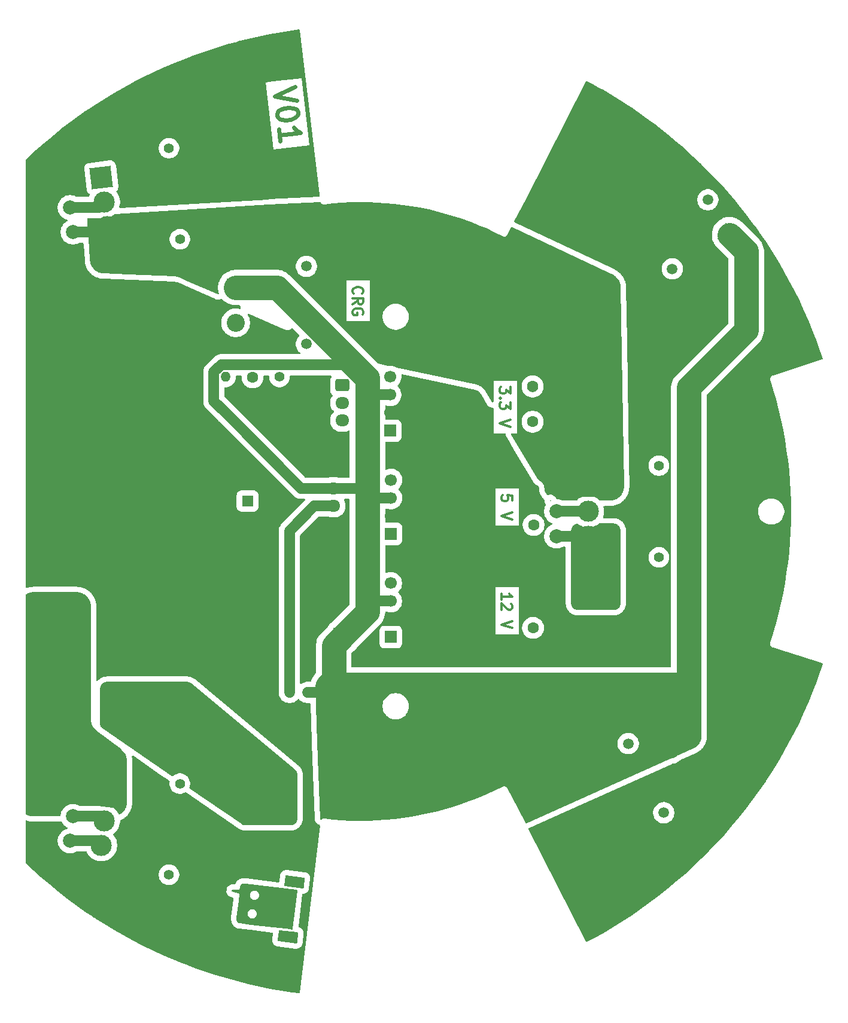
<source format=gbr>
%TF.GenerationSoftware,KiCad,Pcbnew,9.0.4-9.0.4-0~ubuntu24.04.1*%
%TF.CreationDate,2025-10-05T17:55:34-03:00*%
%TF.ProjectId,power_board,706f7765-725f-4626-9f61-72642e6b6963,V01*%
%TF.SameCoordinates,Original*%
%TF.FileFunction,Copper,L1,Top*%
%TF.FilePolarity,Positive*%
%FSLAX46Y46*%
G04 Gerber Fmt 4.6, Leading zero omitted, Abs format (unit mm)*
G04 Created by KiCad (PCBNEW 9.0.4-9.0.4-0~ubuntu24.04.1) date 2025-10-05 17:55:34*
%MOMM*%
%LPD*%
G01*
G04 APERTURE LIST*
G04 Aperture macros list*
%AMRoundRect*
0 Rectangle with rounded corners*
0 $1 Rounding radius*
0 $2 $3 $4 $5 $6 $7 $8 $9 X,Y pos of 4 corners*
0 Add a 4 corners polygon primitive as box body*
4,1,4,$2,$3,$4,$5,$6,$7,$8,$9,$2,$3,0*
0 Add four circle primitives for the rounded corners*
1,1,$1+$1,$2,$3*
1,1,$1+$1,$4,$5*
1,1,$1+$1,$6,$7*
1,1,$1+$1,$8,$9*
0 Add four rect primitives between the rounded corners*
20,1,$1+$1,$2,$3,$4,$5,0*
20,1,$1+$1,$4,$5,$6,$7,0*
20,1,$1+$1,$6,$7,$8,$9,0*
20,1,$1+$1,$8,$9,$2,$3,0*%
%AMRotRect*
0 Rectangle, with rotation*
0 The origin of the aperture is its center*
0 $1 length*
0 $2 width*
0 $3 Rotation angle, in degrees counterclockwise*
0 Add horizontal line*
21,1,$1,$2,0,0,$3*%
G04 Aperture macros list end*
%TA.AperFunction,NonConductor*%
%ADD10C,0.000000*%
%TD*%
%TA.AperFunction,NonConductor*%
%ADD11C,0.200000*%
%TD*%
%ADD12C,0.300000*%
%TA.AperFunction,NonConductor*%
%ADD13C,0.300000*%
%TD*%
%ADD14C,0.600000*%
%TA.AperFunction,NonConductor*%
%ADD15C,0.600000*%
%TD*%
%TA.AperFunction,SMDPad,CuDef*%
%ADD16C,2.500000*%
%TD*%
%TA.AperFunction,ComponentPad*%
%ADD17R,1.700000X1.700000*%
%TD*%
%TA.AperFunction,ComponentPad*%
%ADD18C,1.700000*%
%TD*%
%TA.AperFunction,ComponentPad*%
%ADD19C,1.600000*%
%TD*%
%TA.AperFunction,SMDPad,CuDef*%
%ADD20RoundRect,1.250000X3.750000X-1.250000X3.750000X1.250000X-3.750000X1.250000X-3.750000X-1.250000X0*%
%TD*%
%TA.AperFunction,ComponentPad*%
%ADD21C,1.400000*%
%TD*%
%TA.AperFunction,ComponentPad*%
%ADD22R,3.000000X3.000000*%
%TD*%
%TA.AperFunction,ComponentPad*%
%ADD23C,3.000000*%
%TD*%
%TA.AperFunction,ComponentPad*%
%ADD24R,2.600000X2.600000*%
%TD*%
%TA.AperFunction,ComponentPad*%
%ADD25O,2.600000X2.600000*%
%TD*%
%TA.AperFunction,ComponentPad*%
%ADD26C,2.000000*%
%TD*%
%TA.AperFunction,ComponentPad*%
%ADD27RoundRect,0.250000X0.725000X-0.600000X0.725000X0.600000X-0.725000X0.600000X-0.725000X-0.600000X0*%
%TD*%
%TA.AperFunction,ComponentPad*%
%ADD28O,1.950000X1.700000*%
%TD*%
%TA.AperFunction,SMDPad,CuDef*%
%ADD29C,1.000000*%
%TD*%
%TA.AperFunction,ComponentPad*%
%ADD30RotRect,3.000000X3.000000X276.800000*%
%TD*%
%TA.AperFunction,ComponentPad*%
%ADD31RotRect,3.000000X3.000000X263.200000*%
%TD*%
%TA.AperFunction,ComponentPad*%
%ADD32C,2.550000*%
%TD*%
%TA.AperFunction,ComponentPad*%
%ADD33R,2.550000X2.550000*%
%TD*%
%TA.AperFunction,ComponentPad*%
%ADD34C,1.508000*%
%TD*%
%TA.AperFunction,ComponentPad*%
%ADD35O,1.400000X1.400000*%
%TD*%
%TA.AperFunction,ComponentPad*%
%ADD36RoundRect,0.250000X-0.725000X0.600000X-0.725000X-0.600000X0.725000X-0.600000X0.725000X0.600000X0*%
%TD*%
%TA.AperFunction,ComponentPad*%
%ADD37R,1.575000X1.575000*%
%TD*%
%TA.AperFunction,ComponentPad*%
%ADD38C,1.575000*%
%TD*%
%TA.AperFunction,ComponentPad*%
%ADD39RotRect,2.550000X2.550000X117.200000*%
%TD*%
%TA.AperFunction,ComponentPad*%
%ADD40C,2.400000*%
%TD*%
%TA.AperFunction,SMDPad,CuDef*%
%ADD41RoundRect,1.250000X1.250000X3.750000X-1.250000X3.750000X-1.250000X-3.750000X1.250000X-3.750000X0*%
%TD*%
%TA.AperFunction,ComponentPad*%
%ADD42RotRect,2.550000X2.550000X62.800000*%
%TD*%
%TA.AperFunction,ViaPad*%
%ADD43C,0.600000*%
%TD*%
%TA.AperFunction,Conductor*%
%ADD44C,1.500000*%
%TD*%
%TA.AperFunction,Conductor*%
%ADD45C,3.500000*%
%TD*%
G04 APERTURE END LIST*
D10*
%TA.AperFunction,NonConductor*%
G36*
X72355808Y-156802154D02*
G01*
X72392939Y-156803905D01*
X72431783Y-156807032D01*
X72472376Y-156811565D01*
X72688653Y-156832827D01*
X79807602Y-157685847D01*
X79851955Y-157691618D01*
X79869869Y-157694557D01*
X79885163Y-157697832D01*
X79891882Y-157699667D01*
X79898011Y-157701673D01*
X79903569Y-157703877D01*
X79908578Y-157706307D01*
X79913059Y-157708991D01*
X79917035Y-157711960D01*
X79920524Y-157715241D01*
X79923549Y-157718862D01*
X79926131Y-157722851D01*
X79928291Y-157727237D01*
X79930050Y-157732049D01*
X79931429Y-157737315D01*
X79932448Y-157743063D01*
X79933131Y-157749323D01*
X79933497Y-157756121D01*
X79933567Y-157763487D01*
X79932905Y-157780035D01*
X79931314Y-157799195D01*
X79926022Y-157846260D01*
X79609866Y-160497624D01*
X79611021Y-160497762D01*
X79293360Y-163161748D01*
X79289416Y-163194064D01*
X79287265Y-163210166D01*
X79284881Y-163226310D01*
X79284006Y-163231692D01*
X79282991Y-163236865D01*
X79281835Y-163241828D01*
X79280541Y-163246584D01*
X79279107Y-163251133D01*
X79277536Y-163255478D01*
X79275827Y-163259617D01*
X79273979Y-163263554D01*
X79271997Y-163267290D01*
X79269879Y-163270825D01*
X79267625Y-163274161D01*
X79265237Y-163277297D01*
X79262714Y-163280237D01*
X79260058Y-163282982D01*
X79257270Y-163285530D01*
X79254348Y-163287886D01*
X79251296Y-163290049D01*
X79248113Y-163292021D01*
X79244799Y-163293802D01*
X79241355Y-163295394D01*
X79237783Y-163296798D01*
X79234081Y-163298017D01*
X79230251Y-163299048D01*
X79226295Y-163299897D01*
X79222210Y-163300561D01*
X79218001Y-163301044D01*
X79213666Y-163301345D01*
X79209205Y-163301467D01*
X79204619Y-163301410D01*
X79199911Y-163301176D01*
X79190124Y-163300179D01*
X79141931Y-163294034D01*
X79093624Y-163288177D01*
X78997054Y-163276766D01*
X73380215Y-162606999D01*
X71805498Y-162419225D01*
X71778006Y-162415150D01*
X71750946Y-162409538D01*
X71724357Y-162402403D01*
X71698281Y-162393762D01*
X71672756Y-162383628D01*
X71647824Y-162372014D01*
X71623525Y-162358936D01*
X71599898Y-162344409D01*
X71576985Y-162328446D01*
X71554824Y-162311062D01*
X71533457Y-162292272D01*
X71512925Y-162272090D01*
X71493266Y-162250532D01*
X71474522Y-162227609D01*
X71456733Y-162203339D01*
X71439937Y-162177736D01*
X71424178Y-162150811D01*
X71409493Y-162122583D01*
X71395925Y-162093064D01*
X71383512Y-162062268D01*
X71372295Y-162030211D01*
X71362314Y-161996908D01*
X71353610Y-161962370D01*
X71346222Y-161926616D01*
X71340192Y-161889657D01*
X71335559Y-161851510D01*
X71332364Y-161812187D01*
X71330646Y-161771705D01*
X71330447Y-161730076D01*
X71331805Y-161687316D01*
X71334762Y-161643440D01*
X71339357Y-161598461D01*
X71402868Y-161058469D01*
X72915753Y-161058469D01*
X72915909Y-161090340D01*
X72917625Y-161122072D01*
X72920887Y-161153609D01*
X72925678Y-161184893D01*
X72931984Y-161215873D01*
X72939789Y-161246490D01*
X72949077Y-161276690D01*
X72959834Y-161306418D01*
X72972042Y-161335619D01*
X72985687Y-161364237D01*
X73000753Y-161392217D01*
X73017224Y-161419503D01*
X73035087Y-161446040D01*
X73054322Y-161471773D01*
X73074810Y-161496522D01*
X73096402Y-161520124D01*
X73119049Y-161542550D01*
X73142701Y-161563774D01*
X73167308Y-161583767D01*
X73192818Y-161602500D01*
X73219184Y-161619946D01*
X73246353Y-161636076D01*
X73274277Y-161650863D01*
X73302905Y-161664278D01*
X73332186Y-161676293D01*
X73362072Y-161686880D01*
X73392512Y-161696011D01*
X73423455Y-161703658D01*
X73454851Y-161709792D01*
X73486652Y-161714385D01*
X73518638Y-161717399D01*
X73550596Y-161718820D01*
X73582468Y-161718663D01*
X73614199Y-161716947D01*
X73645735Y-161713684D01*
X73677021Y-161708892D01*
X73707999Y-161702586D01*
X73738617Y-161694780D01*
X73768817Y-161685491D01*
X73798545Y-161674735D01*
X73827745Y-161662526D01*
X73856363Y-161648881D01*
X73884343Y-161633814D01*
X73911628Y-161617341D01*
X73938165Y-161599479D01*
X73963897Y-161580242D01*
X73988646Y-161559755D01*
X74012247Y-161538162D01*
X74034673Y-161515514D01*
X74055897Y-161491863D01*
X74075889Y-161467257D01*
X74094622Y-161441745D01*
X74112067Y-161415381D01*
X74128196Y-161388212D01*
X74142983Y-161360289D01*
X74156397Y-161331663D01*
X74168411Y-161302383D01*
X74178998Y-161272499D01*
X74188127Y-161242062D01*
X74195773Y-161211123D01*
X74201906Y-161179729D01*
X74206498Y-161147933D01*
X74209512Y-161115947D01*
X74210934Y-161083990D01*
X74210778Y-161052118D01*
X74209062Y-161020386D01*
X74205800Y-160988849D01*
X74201009Y-160957565D01*
X74194703Y-160926585D01*
X74186898Y-160895969D01*
X74177609Y-160865768D01*
X74166854Y-160836040D01*
X74154645Y-160806839D01*
X74141001Y-160778221D01*
X74125935Y-160750242D01*
X74109463Y-160722955D01*
X74091601Y-160696419D01*
X74072365Y-160670685D01*
X74051877Y-160645936D01*
X74030286Y-160622335D01*
X74007638Y-160599908D01*
X73983986Y-160578685D01*
X73959380Y-160558691D01*
X73933869Y-160539958D01*
X73907504Y-160522513D01*
X73880334Y-160506382D01*
X73852410Y-160491596D01*
X73823782Y-160478181D01*
X73794501Y-160466165D01*
X73764615Y-160455578D01*
X73734175Y-160446448D01*
X73703233Y-160438801D01*
X73671836Y-160432666D01*
X73640036Y-160428073D01*
X73608048Y-160425060D01*
X73576092Y-160423640D01*
X73544220Y-160423795D01*
X73512488Y-160425512D01*
X73480953Y-160428774D01*
X73449667Y-160433566D01*
X73418689Y-160439873D01*
X73388071Y-160447678D01*
X73357871Y-160456967D01*
X73328143Y-160467723D01*
X73298942Y-160479933D01*
X73270325Y-160493578D01*
X73242345Y-160508645D01*
X73215060Y-160525117D01*
X73188522Y-160542979D01*
X73162789Y-160562216D01*
X73138042Y-160582704D01*
X73114440Y-160604296D01*
X73092014Y-160626944D01*
X73070791Y-160650595D01*
X73050799Y-160675202D01*
X73032065Y-160700714D01*
X73014621Y-160727079D01*
X72998490Y-160754248D01*
X72983704Y-160782172D01*
X72970290Y-160810799D01*
X72958276Y-160840079D01*
X72947690Y-160869964D01*
X72938559Y-160900403D01*
X72930914Y-160931344D01*
X72924781Y-160962739D01*
X72920188Y-160994531D01*
X72917175Y-161026511D01*
X72915753Y-161058469D01*
X71402868Y-161058469D01*
X71542395Y-159872168D01*
X71715357Y-158426347D01*
X73229615Y-158426347D01*
X73229770Y-158458220D01*
X73231486Y-158489951D01*
X73234748Y-158521487D01*
X73239539Y-158552773D01*
X73245846Y-158583751D01*
X73253650Y-158614369D01*
X73262939Y-158644569D01*
X73273696Y-158674298D01*
X73285903Y-158703498D01*
X73299549Y-158732116D01*
X73314615Y-158760095D01*
X73331086Y-158787382D01*
X73348948Y-158813919D01*
X73368184Y-158839652D01*
X73388671Y-158864401D01*
X73410264Y-158888002D01*
X73432911Y-158910430D01*
X73456562Y-158931653D01*
X73481169Y-158951646D01*
X73506679Y-158970379D01*
X73533045Y-158987824D01*
X73560214Y-159003955D01*
X73588138Y-159018742D01*
X73616766Y-159032157D01*
X73646047Y-159044172D01*
X73675933Y-159054759D01*
X73706373Y-159063889D01*
X73737316Y-159071536D01*
X73768713Y-159077670D01*
X73800514Y-159082264D01*
X73832500Y-159085277D01*
X73864458Y-159086697D01*
X73896329Y-159086542D01*
X73928061Y-159084825D01*
X73959597Y-159081563D01*
X73990882Y-159076771D01*
X74021861Y-159070464D01*
X74052478Y-159062659D01*
X74082679Y-159053369D01*
X74112406Y-159042613D01*
X74141607Y-159030404D01*
X74170225Y-159016759D01*
X74198204Y-159001692D01*
X74225490Y-158985220D01*
X74252026Y-158967358D01*
X74277759Y-158948121D01*
X74302508Y-158927633D01*
X74326109Y-158906041D01*
X74348535Y-158883393D01*
X74369759Y-158859742D01*
X74389751Y-158835135D01*
X74408483Y-158809624D01*
X74425929Y-158783259D01*
X74442058Y-158756091D01*
X74456844Y-158728168D01*
X74470259Y-158699542D01*
X74482272Y-158670262D01*
X74492859Y-158640378D01*
X74501988Y-158609941D01*
X74509634Y-158579002D01*
X74515768Y-158547608D01*
X74520360Y-158515812D01*
X74523467Y-158482617D01*
X74524875Y-158449661D01*
X74524621Y-158416988D01*
X74522739Y-158384645D01*
X74519266Y-158352674D01*
X74514236Y-158321123D01*
X74507687Y-158290036D01*
X74499652Y-158259459D01*
X74490168Y-158229437D01*
X74479271Y-158200014D01*
X74466995Y-158171237D01*
X74453377Y-158143150D01*
X74438453Y-158115798D01*
X74422256Y-158089227D01*
X74404823Y-158063483D01*
X74386191Y-158038610D01*
X74366395Y-158014653D01*
X74345468Y-157991658D01*
X74323449Y-157969670D01*
X74300372Y-157948734D01*
X74276273Y-157928895D01*
X74251186Y-157910199D01*
X74225149Y-157892691D01*
X74198196Y-157876416D01*
X74170364Y-157861419D01*
X74141688Y-157847745D01*
X74112201Y-157835440D01*
X74081943Y-157824549D01*
X74050947Y-157815118D01*
X74019248Y-157807190D01*
X73986884Y-157800812D01*
X73953888Y-157796029D01*
X73920694Y-157792919D01*
X73887738Y-157791507D01*
X73855065Y-157791758D01*
X73822721Y-157793637D01*
X73790751Y-157797107D01*
X73759199Y-157802132D01*
X73728112Y-157808679D01*
X73697533Y-157816710D01*
X73667510Y-157826191D01*
X73638086Y-157837085D01*
X73609308Y-157849358D01*
X73581219Y-157862973D01*
X73553866Y-157877895D01*
X73527294Y-157894089D01*
X73501548Y-157911518D01*
X73476673Y-157930147D01*
X73452714Y-157949942D01*
X73429716Y-157970865D01*
X73407726Y-157992881D01*
X73386787Y-158015956D01*
X73366947Y-158040054D01*
X73348248Y-158065137D01*
X73330737Y-158091172D01*
X73314460Y-158118122D01*
X73299460Y-158145953D01*
X73285784Y-158174627D01*
X73273476Y-158204110D01*
X73262582Y-158234367D01*
X73253147Y-158265362D01*
X73245217Y-158297059D01*
X73238835Y-158329421D01*
X73234050Y-158362410D01*
X73231037Y-158394391D01*
X73229615Y-158426347D01*
X71715357Y-158426347D01*
X71784437Y-157848889D01*
X71860284Y-157212816D01*
X71867563Y-157163538D01*
X71877611Y-157116349D01*
X71890721Y-157071491D01*
X71907184Y-157029210D01*
X71916763Y-157009111D01*
X71927291Y-156989748D01*
X71938802Y-156971151D01*
X71951333Y-156953351D01*
X71964922Y-156936377D01*
X71979604Y-156920261D01*
X71995416Y-156905033D01*
X72012393Y-156890723D01*
X72030574Y-156877362D01*
X72049993Y-156864981D01*
X72070688Y-156853609D01*
X72092695Y-156843278D01*
X72116051Y-156834019D01*
X72140791Y-156825861D01*
X72166953Y-156818834D01*
X72194571Y-156812970D01*
X72223685Y-156808298D01*
X72254329Y-156804851D01*
X72286540Y-156802657D01*
X72320354Y-156801748D01*
X72355808Y-156802154D01*
G37*
%TD.AperFunction*%
%TA.AperFunction,NonConductor*%
G36*
X79611406Y-160497807D02*
G01*
X79611021Y-160497762D01*
X79611067Y-160497377D01*
X79611406Y-160497807D01*
G37*
%TD.AperFunction*%
%TA.AperFunction,NonConductor*%
G36*
X77449241Y-163393311D02*
G01*
X77456278Y-163393970D01*
X79961466Y-163692695D01*
X79968461Y-163693710D01*
X79975323Y-163695062D01*
X79982043Y-163696742D01*
X79988614Y-163698742D01*
X79995030Y-163701051D01*
X80001281Y-163703661D01*
X80007362Y-163706560D01*
X80013263Y-163709739D01*
X80018976Y-163713190D01*
X80024497Y-163716903D01*
X80029816Y-163720866D01*
X80034925Y-163725073D01*
X80039817Y-163729511D01*
X80044485Y-163734174D01*
X80048922Y-163739050D01*
X80053119Y-163744129D01*
X80057070Y-163749403D01*
X80060765Y-163754861D01*
X80064198Y-163760495D01*
X80067363Y-163766295D01*
X80070249Y-163772249D01*
X80072852Y-163778351D01*
X80075162Y-163784589D01*
X80077172Y-163790955D01*
X80078875Y-163797438D01*
X80080264Y-163804029D01*
X80081329Y-163810719D01*
X80082066Y-163817497D01*
X80082464Y-163824354D01*
X80082517Y-163831282D01*
X80082218Y-163838269D01*
X80081558Y-163845307D01*
X79929212Y-165122925D01*
X79928198Y-165129920D01*
X79926845Y-165136783D01*
X79925165Y-165143503D01*
X79923166Y-165150074D01*
X79920856Y-165156490D01*
X79918247Y-165162741D01*
X79915348Y-165168821D01*
X79912168Y-165174722D01*
X79908717Y-165180436D01*
X79905005Y-165185956D01*
X79901041Y-165191274D01*
X79896835Y-165196384D01*
X79892396Y-165201277D01*
X79887734Y-165205945D01*
X79882858Y-165210382D01*
X79877779Y-165214579D01*
X79872505Y-165218528D01*
X79867046Y-165222224D01*
X79861413Y-165225658D01*
X79855613Y-165228822D01*
X79849659Y-165231709D01*
X79843557Y-165234312D01*
X79837318Y-165236621D01*
X79830953Y-165238632D01*
X79824470Y-165240335D01*
X79817878Y-165241724D01*
X79811189Y-165242789D01*
X79804410Y-165243525D01*
X79797553Y-165243923D01*
X79790626Y-165243977D01*
X79783638Y-165243678D01*
X79776601Y-165243018D01*
X77271413Y-164944293D01*
X77264418Y-164943279D01*
X77257556Y-164941926D01*
X77250836Y-164940246D01*
X77244264Y-164938246D01*
X77237849Y-164935937D01*
X77231597Y-164933328D01*
X77225517Y-164930429D01*
X77219617Y-164927249D01*
X77213902Y-164923798D01*
X77208382Y-164920086D01*
X77203063Y-164916122D01*
X77197954Y-164911915D01*
X77193061Y-164907477D01*
X77188393Y-164902814D01*
X77183957Y-164897938D01*
X77179759Y-164892860D01*
X77175809Y-164887586D01*
X77172113Y-164882127D01*
X77168680Y-164876494D01*
X77165516Y-164870694D01*
X77162630Y-164864739D01*
X77160027Y-164858638D01*
X77157717Y-164852399D01*
X77155707Y-164846033D01*
X77154003Y-164839550D01*
X77152615Y-164832959D01*
X77151549Y-164826270D01*
X77150813Y-164819491D01*
X77150415Y-164812634D01*
X77150362Y-164805707D01*
X77150660Y-164798719D01*
X77151320Y-164791682D01*
X77303667Y-163514064D01*
X77304680Y-163507068D01*
X77306033Y-163500206D01*
X77307714Y-163493485D01*
X77309713Y-163486914D01*
X77312023Y-163480499D01*
X77314632Y-163474247D01*
X77317531Y-163468167D01*
X77320711Y-163462266D01*
X77324162Y-163456552D01*
X77327873Y-163451033D01*
X77331838Y-163445714D01*
X77336044Y-163440605D01*
X77340483Y-163435712D01*
X77345145Y-163431043D01*
X77350020Y-163426607D01*
X77355100Y-163422410D01*
X77360374Y-163418460D01*
X77365833Y-163414764D01*
X77371466Y-163411330D01*
X77377265Y-163408166D01*
X77383220Y-163405279D01*
X77389322Y-163402677D01*
X77395561Y-163400367D01*
X77401926Y-163398356D01*
X77408409Y-163396654D01*
X77415000Y-163395265D01*
X77421690Y-163394199D01*
X77428468Y-163393463D01*
X77435326Y-163393065D01*
X77442253Y-163393011D01*
X77449241Y-163393311D01*
G37*
%TD.AperFunction*%
%TA.AperFunction,NonConductor*%
G36*
X71791661Y-158260891D02*
G01*
X70670733Y-157927139D01*
X70700019Y-157681540D01*
X71867997Y-157620722D01*
X71791661Y-158260891D01*
G37*
%TD.AperFunction*%
%TA.AperFunction,NonConductor*%
G36*
X78375820Y-155622779D02*
G01*
X78382858Y-155623439D01*
X80888045Y-155922164D01*
X80895040Y-155923178D01*
X80901903Y-155924530D01*
X80908623Y-155926211D01*
X80915194Y-155928210D01*
X80921610Y-155930520D01*
X80927861Y-155933129D01*
X80933942Y-155936028D01*
X80939843Y-155939208D01*
X80945556Y-155942659D01*
X80951076Y-155946371D01*
X80956395Y-155950335D01*
X80961504Y-155954541D01*
X80966397Y-155958980D01*
X80971065Y-155963642D01*
X80975502Y-155968518D01*
X80979699Y-155973597D01*
X80983649Y-155978871D01*
X80987345Y-155984330D01*
X80990778Y-155989963D01*
X80993943Y-155995763D01*
X80996829Y-156001718D01*
X80999432Y-156007819D01*
X81001741Y-156014058D01*
X81003752Y-156020424D01*
X81005455Y-156026907D01*
X81006844Y-156033498D01*
X81007909Y-156040187D01*
X81008646Y-156046966D01*
X81009043Y-156053823D01*
X81009097Y-156060751D01*
X81008798Y-156067738D01*
X81008138Y-156074776D01*
X80855792Y-157352393D01*
X80854778Y-157359388D01*
X80853425Y-157366250D01*
X80851745Y-157372971D01*
X80849745Y-157379542D01*
X80847436Y-157385958D01*
X80844827Y-157392209D01*
X80841928Y-157398290D01*
X80838748Y-157404191D01*
X80835297Y-157409904D01*
X80831585Y-157415424D01*
X80827620Y-157420743D01*
X80823415Y-157425852D01*
X80818975Y-157430745D01*
X80814314Y-157435413D01*
X80809438Y-157439850D01*
X80804359Y-157444047D01*
X80799085Y-157447997D01*
X80793626Y-157451693D01*
X80787993Y-157455126D01*
X80782193Y-157458291D01*
X80776238Y-157461178D01*
X80770136Y-157463780D01*
X80763898Y-157466089D01*
X80757533Y-157468100D01*
X80751050Y-157469803D01*
X80744458Y-157471192D01*
X80737769Y-157472257D01*
X80730990Y-157472994D01*
X80724133Y-157473391D01*
X80717206Y-157473446D01*
X80710218Y-157473146D01*
X80703180Y-157472487D01*
X78197993Y-157173762D01*
X78190998Y-157172747D01*
X78184136Y-157171395D01*
X78177416Y-157169714D01*
X78170844Y-157167715D01*
X78164428Y-157165405D01*
X78158177Y-157162796D01*
X78152097Y-157159897D01*
X78146197Y-157156717D01*
X78140482Y-157153266D01*
X78134962Y-157149554D01*
X78129643Y-157145591D01*
X78124534Y-157141384D01*
X78119641Y-157136945D01*
X78114973Y-157132283D01*
X78110536Y-157127407D01*
X78106339Y-157122328D01*
X78102389Y-157117054D01*
X78098693Y-157111595D01*
X78095260Y-157105962D01*
X78092096Y-157100162D01*
X78089209Y-157094208D01*
X78086606Y-157088106D01*
X78084297Y-157081867D01*
X78082286Y-157075502D01*
X78080583Y-157069019D01*
X78079195Y-157062427D01*
X78078129Y-157055738D01*
X78077393Y-157048959D01*
X78076995Y-157042102D01*
X78076942Y-157035175D01*
X78077240Y-157028187D01*
X78077900Y-157021150D01*
X78230247Y-155743533D01*
X78231260Y-155736537D01*
X78232613Y-155729675D01*
X78234294Y-155722954D01*
X78236293Y-155716383D01*
X78238603Y-155709967D01*
X78241211Y-155703716D01*
X78244110Y-155697636D01*
X78247291Y-155691735D01*
X78250741Y-155686021D01*
X78254453Y-155680501D01*
X78258418Y-155675183D01*
X78262623Y-155670073D01*
X78267063Y-155665180D01*
X78271724Y-155660512D01*
X78276600Y-155656075D01*
X78281680Y-155651878D01*
X78286954Y-155647928D01*
X78292413Y-155644232D01*
X78298046Y-155640799D01*
X78303845Y-155637634D01*
X78309800Y-155634748D01*
X78315902Y-155632145D01*
X78322140Y-155629836D01*
X78328506Y-155627825D01*
X78334988Y-155626122D01*
X78341580Y-155624733D01*
X78348269Y-155623668D01*
X78355048Y-155622931D01*
X78361906Y-155622534D01*
X78368833Y-155622479D01*
X78375820Y-155622779D01*
G37*
%TD.AperFunction*%
D11*
X115769000Y-102566000D02*
X115769000Y-102566000D01*
D12*
D13*
X87917028Y-73243653D02*
X87845600Y-73172225D01*
X87845600Y-73172225D02*
X87774171Y-72957939D01*
X87774171Y-72957939D02*
X87774171Y-72815082D01*
X87774171Y-72815082D02*
X87845600Y-72600796D01*
X87845600Y-72600796D02*
X87988457Y-72457939D01*
X87988457Y-72457939D02*
X88131314Y-72386510D01*
X88131314Y-72386510D02*
X88417028Y-72315082D01*
X88417028Y-72315082D02*
X88631314Y-72315082D01*
X88631314Y-72315082D02*
X88917028Y-72386510D01*
X88917028Y-72386510D02*
X89059885Y-72457939D01*
X89059885Y-72457939D02*
X89202742Y-72600796D01*
X89202742Y-72600796D02*
X89274171Y-72815082D01*
X89274171Y-72815082D02*
X89274171Y-72957939D01*
X89274171Y-72957939D02*
X89202742Y-73172225D01*
X89202742Y-73172225D02*
X89131314Y-73243653D01*
X87774171Y-74743653D02*
X88488457Y-74243653D01*
X87774171Y-73886510D02*
X89274171Y-73886510D01*
X89274171Y-73886510D02*
X89274171Y-74457939D01*
X89274171Y-74457939D02*
X89202742Y-74600796D01*
X89202742Y-74600796D02*
X89131314Y-74672225D01*
X89131314Y-74672225D02*
X88988457Y-74743653D01*
X88988457Y-74743653D02*
X88774171Y-74743653D01*
X88774171Y-74743653D02*
X88631314Y-74672225D01*
X88631314Y-74672225D02*
X88559885Y-74600796D01*
X88559885Y-74600796D02*
X88488457Y-74457939D01*
X88488457Y-74457939D02*
X88488457Y-73886510D01*
X89202742Y-76172225D02*
X89274171Y-76029368D01*
X89274171Y-76029368D02*
X89274171Y-75815082D01*
X89274171Y-75815082D02*
X89202742Y-75600796D01*
X89202742Y-75600796D02*
X89059885Y-75457939D01*
X89059885Y-75457939D02*
X88917028Y-75386510D01*
X88917028Y-75386510D02*
X88631314Y-75315082D01*
X88631314Y-75315082D02*
X88417028Y-75315082D01*
X88417028Y-75315082D02*
X88131314Y-75386510D01*
X88131314Y-75386510D02*
X87988457Y-75457939D01*
X87988457Y-75457939D02*
X87845600Y-75600796D01*
X87845600Y-75600796D02*
X87774171Y-75815082D01*
X87774171Y-75815082D02*
X87774171Y-75957939D01*
X87774171Y-75957939D02*
X87845600Y-76172225D01*
X87845600Y-76172225D02*
X87917028Y-76243653D01*
X87917028Y-76243653D02*
X88417028Y-76243653D01*
X88417028Y-76243653D02*
X88417028Y-75957939D01*
D14*
D15*
X79600005Y-43911286D02*
X76739512Y-45259463D01*
X76739512Y-45259463D02*
X79836813Y-45897217D01*
X80022876Y-47457592D02*
X80056706Y-47741296D01*
X80056706Y-47741296D02*
X79948683Y-48041915D01*
X79948683Y-48041915D02*
X79823746Y-48200682D01*
X79823746Y-48200682D02*
X79556956Y-48376364D01*
X79556956Y-48376364D02*
X79006462Y-48585876D01*
X79006462Y-48585876D02*
X78297201Y-48670450D01*
X78297201Y-48670450D02*
X77712878Y-48596257D01*
X77712878Y-48596257D02*
X77412258Y-48488235D01*
X77412258Y-48488235D02*
X77253491Y-48363298D01*
X77253491Y-48363298D02*
X77077809Y-48096508D01*
X77077809Y-48096508D02*
X77043980Y-47812804D01*
X77043980Y-47812804D02*
X77152002Y-47512184D01*
X77152002Y-47512184D02*
X77276939Y-47353417D01*
X77276939Y-47353417D02*
X77543729Y-47177735D01*
X77543729Y-47177735D02*
X78094223Y-46968224D01*
X78094223Y-46968224D02*
X78803484Y-46883649D01*
X78803484Y-46883649D02*
X79387808Y-46957842D01*
X79387808Y-46957842D02*
X79688427Y-47065865D01*
X79688427Y-47065865D02*
X79847194Y-47190802D01*
X79847194Y-47190802D02*
X80022876Y-47457592D01*
X77500681Y-51642814D02*
X77297702Y-49940587D01*
X77399192Y-50791700D02*
X80378088Y-50436488D01*
X80378088Y-50436488D02*
X79918702Y-50203528D01*
X79918702Y-50203528D02*
X79601168Y-49953654D01*
X79601168Y-49953654D02*
X79425486Y-49686864D01*
D12*
D13*
X110356171Y-102564796D02*
X110356171Y-101850510D01*
X110356171Y-101850510D02*
X109641885Y-101779082D01*
X109641885Y-101779082D02*
X109713314Y-101850510D01*
X109713314Y-101850510D02*
X109784742Y-101993368D01*
X109784742Y-101993368D02*
X109784742Y-102350510D01*
X109784742Y-102350510D02*
X109713314Y-102493368D01*
X109713314Y-102493368D02*
X109641885Y-102564796D01*
X109641885Y-102564796D02*
X109499028Y-102636225D01*
X109499028Y-102636225D02*
X109141885Y-102636225D01*
X109141885Y-102636225D02*
X108999028Y-102564796D01*
X108999028Y-102564796D02*
X108927600Y-102493368D01*
X108927600Y-102493368D02*
X108856171Y-102350510D01*
X108856171Y-102350510D02*
X108856171Y-101993368D01*
X108856171Y-101993368D02*
X108927600Y-101850510D01*
X108927600Y-101850510D02*
X108999028Y-101779082D01*
X110356171Y-104207653D02*
X108856171Y-104707653D01*
X108856171Y-104707653D02*
X110356171Y-105207653D01*
D12*
D13*
X110102171Y-86467653D02*
X110102171Y-87396225D01*
X110102171Y-87396225D02*
X109530742Y-86896225D01*
X109530742Y-86896225D02*
X109530742Y-87110510D01*
X109530742Y-87110510D02*
X109459314Y-87253368D01*
X109459314Y-87253368D02*
X109387885Y-87324796D01*
X109387885Y-87324796D02*
X109245028Y-87396225D01*
X109245028Y-87396225D02*
X108887885Y-87396225D01*
X108887885Y-87396225D02*
X108745028Y-87324796D01*
X108745028Y-87324796D02*
X108673600Y-87253368D01*
X108673600Y-87253368D02*
X108602171Y-87110510D01*
X108602171Y-87110510D02*
X108602171Y-86681939D01*
X108602171Y-86681939D02*
X108673600Y-86539082D01*
X108673600Y-86539082D02*
X108745028Y-86467653D01*
X108745028Y-88039081D02*
X108673600Y-88110510D01*
X108673600Y-88110510D02*
X108602171Y-88039081D01*
X108602171Y-88039081D02*
X108673600Y-87967653D01*
X108673600Y-87967653D02*
X108745028Y-88039081D01*
X108745028Y-88039081D02*
X108602171Y-88039081D01*
X110102171Y-88610510D02*
X110102171Y-89539082D01*
X110102171Y-89539082D02*
X109530742Y-89039082D01*
X109530742Y-89039082D02*
X109530742Y-89253367D01*
X109530742Y-89253367D02*
X109459314Y-89396225D01*
X109459314Y-89396225D02*
X109387885Y-89467653D01*
X109387885Y-89467653D02*
X109245028Y-89539082D01*
X109245028Y-89539082D02*
X108887885Y-89539082D01*
X108887885Y-89539082D02*
X108745028Y-89467653D01*
X108745028Y-89467653D02*
X108673600Y-89396225D01*
X108673600Y-89396225D02*
X108602171Y-89253367D01*
X108602171Y-89253367D02*
X108602171Y-88824796D01*
X108602171Y-88824796D02*
X108673600Y-88681939D01*
X108673600Y-88681939D02*
X108745028Y-88610510D01*
X110102171Y-91110510D02*
X108602171Y-91610510D01*
X108602171Y-91610510D02*
X110102171Y-92110510D01*
D12*
D13*
X108856171Y-116606225D02*
X108856171Y-115749082D01*
X108856171Y-116177653D02*
X110356171Y-116177653D01*
X110356171Y-116177653D02*
X110141885Y-116034796D01*
X110141885Y-116034796D02*
X109999028Y-115891939D01*
X109999028Y-115891939D02*
X109927600Y-115749082D01*
X110213314Y-117177653D02*
X110284742Y-117249081D01*
X110284742Y-117249081D02*
X110356171Y-117391939D01*
X110356171Y-117391939D02*
X110356171Y-117749081D01*
X110356171Y-117749081D02*
X110284742Y-117891939D01*
X110284742Y-117891939D02*
X110213314Y-117963367D01*
X110213314Y-117963367D02*
X110070457Y-118034796D01*
X110070457Y-118034796D02*
X109927600Y-118034796D01*
X109927600Y-118034796D02*
X109713314Y-117963367D01*
X109713314Y-117963367D02*
X108856171Y-117106224D01*
X108856171Y-117106224D02*
X108856171Y-118034796D01*
X110356171Y-119606224D02*
X108856171Y-120106224D01*
X108856171Y-120106224D02*
X110356171Y-120606224D01*
D16*
%TO.P,TP6,1,1*%
%TO.N,GND_{BMS}*%
X75105000Y-142720000D03*
%TD*%
D17*
%TO.P,J3,1,Pin_1*%
%TO.N,+3.3V*%
X93065000Y-92660000D03*
D18*
%TO.P,J3,2,Pin_2*%
%TO.N,GND*%
X93065000Y-90120000D03*
%TO.P,J3,3,Pin_3*%
%TO.N,V_{ BATT}*%
X93065000Y-87580000D03*
%TO.P,J3,4,Pin_4*%
%TO.N,unconnected-(J3-Pin_4-Pad4)*%
X93065000Y-85040000D03*
%TD*%
D19*
%TO.P,C2,1*%
%TO.N,GND*%
X113295000Y-115580000D03*
%TO.P,C2,2*%
%TO.N,+12V*%
X113295000Y-120580000D03*
%TD*%
D20*
%TO.P,TP7,1,1*%
%TO.N,GND_{BMS}*%
X58075000Y-131590000D03*
%TD*%
D21*
%TO.P,J9,*%
%TO.N,*%
X131095891Y-97590000D03*
X131095891Y-110590000D03*
D22*
%TO.P,J9,1,Pin_1*%
%TO.N,/B_{4s}*%
X121095891Y-100590000D03*
D23*
%TO.P,J9,2,Pin_2*%
%TO.N,Net-(J9-Pin_2)*%
X121095891Y-104090000D03*
%TO.P,J9,3,Pin_3*%
%TO.N,/B_{6s}*%
X121095891Y-107590000D03*
%TD*%
D24*
%TO.P,D1,1,K*%
%TO.N,V_{ BATT}*%
X86305000Y-121870000D03*
D25*
%TO.P,D1,2,A*%
%TO.N,GND*%
X73605000Y-121870000D03*
%TD*%
D26*
%TO.P,TP10,1,1*%
%TO.N,/B_{4s}*%
X48205000Y-64523178D03*
%TD*%
D27*
%TO.P,J5,1,Pin_1*%
%TO.N,GND*%
X85035000Y-105815000D03*
D28*
%TO.P,J5,2,Pin_2*%
%TO.N,Net-(J5-Pin_2)*%
X85035000Y-103315000D03*
%TO.P,J5,3,Pin_3*%
%TO.N,V_{ BATT}*%
X85035000Y-100815000D03*
%TD*%
D29*
%TO.P,TP1,1,1*%
%TO.N,V_{ BATT}*%
X81375000Y-129720000D03*
%TD*%
D26*
%TO.P,TP8,1,1*%
%TO.N,/B_{6s}*%
X116605000Y-107590000D03*
%TD*%
D16*
%TO.P,TP3,1,1*%
%TO.N,V_{ BATT}*%
X85105000Y-129720000D03*
%TD*%
D19*
%TO.P,C3,1*%
%TO.N,GND*%
X113362000Y-100995000D03*
%TO.P,C3,2*%
%TO.N,+5V*%
X113362000Y-105995000D03*
%TD*%
D21*
%TO.P,J10,*%
%TO.N,*%
X61784402Y-52639858D03*
X63323654Y-65548412D03*
D30*
%TO.P,J10,1,Pin_1*%
%TO.N,/B_{2s}*%
X52209960Y-56802794D03*
D23*
%TO.P,J10,2,Pin_2*%
%TO.N,Net-(J10-Pin_2)*%
X52624375Y-60278174D03*
%TO.P,J10,3,Pin_3*%
%TO.N,/B_{4s}*%
X53038788Y-63753553D03*
%TD*%
D21*
%TO.P,J11,*%
%TO.N,*%
X63323654Y-142631590D03*
X61784405Y-155540141D03*
D31*
%TO.P,J11,1,Pin_1*%
%TO.N,/B_{GND}*%
X53038787Y-144426447D03*
D23*
%TO.P,J11,2,Pin_2*%
%TO.N,Net-(J11-Pin_2)*%
X52624373Y-147901826D03*
%TO.P,J11,3,Pin_3*%
%TO.N,/B_{2s}*%
X52209959Y-151377206D03*
%TD*%
D32*
%TO.P,J8,N,N*%
%TO.N,GND_{BMS}*%
X71225000Y-77380000D03*
D33*
%TO.P,J8,P,P*%
%TO.N,V_{ BATT}*%
X71225000Y-72380000D03*
D34*
%TO.P,J8,S1*%
%TO.N,N/C*%
X81225000Y-80380000D03*
%TO.P,J8,S2*%
X81225000Y-69380000D03*
%TD*%
D26*
%TO.P,TP12,1,1*%
%TO.N,/B_{2s}*%
X47790586Y-150745380D03*
%TD*%
D17*
%TO.P,J1,1,Pin_1*%
%TO.N,+12V*%
X93163000Y-121870000D03*
D18*
%TO.P,J1,2,Pin_2*%
%TO.N,GND*%
X93163000Y-119330000D03*
%TO.P,J1,3,Pin_3*%
%TO.N,V_{ BATT}*%
X93163000Y-116790000D03*
%TO.P,J1,4,Pin_4*%
%TO.N,unconnected-(J1-Pin_4-Pad4)*%
X93163000Y-114250000D03*
%TD*%
D29*
%TO.P,TP2,1,1*%
%TO.N,Net-(J5-Pin_2)*%
X78835000Y-129720000D03*
%TD*%
D19*
%TO.P,C4,1*%
%TO.N,GND*%
X113235000Y-86390000D03*
%TO.P,C4,2*%
%TO.N,+3.3V*%
X113235000Y-91390000D03*
%TD*%
%TO.P,C1,1*%
%TO.N,GND*%
X73605000Y-90080000D03*
%TO.P,C1,2*%
%TO.N,/V_{MON}*%
X73605000Y-85080000D03*
%TD*%
D21*
%TO.P,R2,1*%
%TO.N,/V_{MON}*%
X77415000Y-85040000D03*
D35*
%TO.P,R2,2*%
%TO.N,GND*%
X77415000Y-90120000D03*
%TD*%
D16*
%TO.P,TP4,1,1*%
%TO.N,GND*%
X75105000Y-129720000D03*
%TD*%
D36*
%TO.P,J4,1,Pin_1*%
%TO.N,/V_{MON}*%
X86305000Y-86210000D03*
D28*
%TO.P,J4,2,Pin_2*%
%TO.N,+3.3V*%
X86305000Y-88710000D03*
%TO.P,J4,3,Pin_3*%
%TO.N,+5V*%
X86305000Y-91210000D03*
%TD*%
D37*
%TO.P,J12,1,Pin_1*%
%TO.N,+12V*%
X72898000Y-102616000D03*
D38*
%TO.P,J12,2,Pin_2*%
%TO.N,GND*%
X72898000Y-105116000D03*
%TD*%
D32*
%TO.P,J7,N,N*%
%TO.N,GND*%
X134860827Y-141794051D03*
D39*
%TO.P,J7,P,P*%
%TO.N,V_{ BATT}*%
X132575337Y-137346969D03*
D34*
%TO.P,J7,S1*%
%TO.N,N/C*%
X126756961Y-136964210D03*
%TO.P,J7,S2*%
X131785039Y-146747790D03*
%TD*%
D26*
%TO.P,TP9,1,1*%
%TO.N,Net-(J9-Pin_2)*%
X116605000Y-104090000D03*
%TD*%
%TO.P,TP13,1,1*%
%TO.N,Net-(J11-Pin_2)*%
X48205000Y-147270000D03*
%TD*%
D21*
%TO.P,R1,1*%
%TO.N,V_{ BATT}*%
X69795000Y-90120000D03*
D35*
%TO.P,R1,2*%
%TO.N,/V_{MON}*%
X69795000Y-85040000D03*
%TD*%
D40*
%TO.P,F1,1_1*%
%TO.N,V_{ BATT}*%
X120760891Y-129875000D03*
%TO.P,F1,1_2*%
X124160891Y-129875000D03*
%TO.P,F1,2_1*%
%TO.N,/B_{6s}*%
X120760891Y-116405000D03*
%TO.P,F1,2_2*%
X124160891Y-116405000D03*
%TD*%
D41*
%TO.P,TP14,1,1*%
%TO.N,/B_{GND}*%
X46825000Y-122340000D03*
%TD*%
D16*
%TO.P,TP5,1,1*%
%TO.N,V_{ BATT}*%
X85105000Y-142720000D03*
%TD*%
D17*
%TO.P,J2,1,Pin_1*%
%TO.N,+5V*%
X93192000Y-107265000D03*
D18*
%TO.P,J2,2,Pin_2*%
%TO.N,GND*%
X93192000Y-104725000D03*
%TO.P,J2,3,Pin_3*%
%TO.N,V_{ BATT}*%
X93192000Y-102185000D03*
%TO.P,J2,4,Pin_4*%
%TO.N,unconnected-(J2-Pin_4-Pad4)*%
X93192000Y-99645000D03*
%TD*%
D26*
%TO.P,TP11,1,1*%
%TO.N,Net-(J10-Pin_2)*%
X47790585Y-61047799D03*
%TD*%
D32*
%TO.P,J6,N,N*%
%TO.N,GND*%
X138814684Y-69352859D03*
D42*
%TO.P,J6,P,P*%
%TO.N,V_{ BATT}*%
X141100174Y-64905777D03*
D34*
%TO.P,J6,S1*%
%TO.N,N/C*%
X138024386Y-59952038D03*
%TO.P,J6,S2*%
X132996308Y-69735618D03*
%TD*%
D43*
%TO.N,GND_{BMS}*%
X61413000Y-129998000D03*
X61413000Y-132538000D03*
X61413000Y-131268000D03*
%TD*%
D44*
%TO.N,V_{ BATT}*%
X90705398Y-87580000D02*
X86454398Y-83329000D01*
X93065000Y-87580000D02*
X90705398Y-87580000D01*
X85035000Y-100815000D02*
X80490000Y-100815000D01*
D45*
X143455000Y-78436000D02*
X135327000Y-86564000D01*
X143455000Y-67260603D02*
X143455000Y-78436000D01*
D44*
X68144000Y-84356133D02*
X68144000Y-88469000D01*
D45*
X125103368Y-129875000D02*
X120760891Y-129875000D01*
X77050448Y-72380000D02*
X89861000Y-85190552D01*
D44*
X69171133Y-83329000D02*
X68144000Y-84356133D01*
D45*
X86305000Y-121870000D02*
X89861000Y-118314000D01*
X85105000Y-123070000D02*
X86305000Y-121870000D01*
X85105000Y-123070000D02*
X85105000Y-129720000D01*
D44*
X86454398Y-83329000D02*
X69171133Y-83329000D01*
X93163000Y-116790000D02*
X91385000Y-116790000D01*
D45*
X141100174Y-64905777D02*
X143455000Y-67260603D01*
X71225000Y-72380000D02*
X77050448Y-72380000D01*
D44*
X90750000Y-102185000D02*
X89380000Y-100815000D01*
X89380000Y-100815000D02*
X85035000Y-100815000D01*
X91385000Y-116790000D02*
X89861000Y-118314000D01*
D45*
X89861000Y-85190552D02*
X89861000Y-118314000D01*
X132575337Y-137346969D02*
X125103368Y-129875000D01*
X135327000Y-86564000D02*
X135327000Y-129236000D01*
D44*
X93192000Y-102185000D02*
X90750000Y-102185000D01*
X80490000Y-100815000D02*
X69795000Y-90120000D01*
X68144000Y-88469000D02*
X69795000Y-90120000D01*
X81375000Y-129720000D02*
X85105000Y-129720000D01*
%TO.N,Net-(J5-Pin_2)*%
X78835000Y-129720000D02*
X78835000Y-106839000D01*
X82359000Y-103315000D02*
X85035000Y-103315000D01*
X78835000Y-106839000D02*
X82359000Y-103315000D01*
%TO.N,Net-(J9-Pin_2)*%
X121095891Y-104090000D02*
X116605000Y-104090000D01*
%TO.N,/B_{6s}*%
X116605000Y-107590000D02*
X121095891Y-107590000D01*
%TO.N,/B_{4s}*%
X52269163Y-64523178D02*
X53038788Y-63753553D01*
X48205000Y-64523178D02*
X52269163Y-64523178D01*
%TO.N,Net-(J10-Pin_2)*%
X47790585Y-61047799D02*
X51854750Y-61047799D01*
X51854750Y-61047799D02*
X52624375Y-60278174D01*
%TO.N,/B_{2s}*%
X47790586Y-150745380D02*
X51578133Y-150745380D01*
X51578133Y-150745380D02*
X52209959Y-151377206D01*
%TO.N,Net-(J11-Pin_2)*%
X48205000Y-147270000D02*
X51992547Y-147270000D01*
X51992547Y-147270000D02*
X52624373Y-147901826D01*
%TD*%
%TA.AperFunction,Conductor*%
%TO.N,V_{ BATT}*%
G36*
X135112650Y-126950003D02*
G01*
X135113780Y-126950011D01*
X135171546Y-126950440D01*
X135178352Y-126950680D01*
X135296215Y-126958080D01*
X135303928Y-126958808D01*
X135420639Y-126973519D01*
X135428278Y-126974726D01*
X135543848Y-126996722D01*
X135551395Y-126998404D01*
X135665377Y-127027601D01*
X135672807Y-127029755D01*
X135784688Y-127066019D01*
X135792002Y-127068645D01*
X135901406Y-127111852D01*
X135908540Y-127114932D01*
X136015001Y-127164896D01*
X136021920Y-127168411D01*
X136125070Y-127224963D01*
X136131742Y-127228898D01*
X136205216Y-127275390D01*
X136231143Y-127291797D01*
X136237577Y-127296157D01*
X136332821Y-127365144D01*
X136338967Y-127369896D01*
X136429705Y-127444715D01*
X136435538Y-127449840D01*
X136521431Y-127530217D01*
X136526936Y-127535702D01*
X136607599Y-127621273D01*
X136612749Y-127627091D01*
X136687902Y-127717556D01*
X136692678Y-127723687D01*
X136762028Y-127818698D01*
X136766398Y-127825097D01*
X136824524Y-127916215D01*
X136829651Y-127924252D01*
X136833623Y-127930931D01*
X136890542Y-128033857D01*
X136894088Y-128040772D01*
X136944451Y-128147069D01*
X136947549Y-128154175D01*
X136949524Y-128159122D01*
X136991149Y-128263403D01*
X136993802Y-128270706D01*
X137030479Y-128382464D01*
X137032670Y-128389923D01*
X137062268Y-128503743D01*
X137063987Y-128511321D01*
X137086400Y-128626783D01*
X137087641Y-128634454D01*
X137102777Y-128751086D01*
X137103535Y-128758822D01*
X137111361Y-128876584D01*
X137111627Y-128883533D01*
X137112230Y-128942282D01*
X137112236Y-128943105D01*
X137137167Y-135810481D01*
X137137167Y-135811361D01*
X137136970Y-135868225D01*
X137136770Y-135874859D01*
X137130263Y-135988900D01*
X137129607Y-135996388D01*
X137116258Y-136109353D01*
X137115150Y-136116790D01*
X137094974Y-136228761D01*
X137093417Y-136236116D01*
X137066494Y-136346653D01*
X137064494Y-136353899D01*
X137030927Y-136462588D01*
X137028492Y-136469703D01*
X136988389Y-136576183D01*
X136985527Y-136583133D01*
X136939062Y-136686952D01*
X136935785Y-136693718D01*
X136883094Y-136794568D01*
X136879411Y-136801124D01*
X136820718Y-136898572D01*
X136816647Y-136904890D01*
X136752158Y-136998602D01*
X136747710Y-137004664D01*
X136677645Y-137094315D01*
X136672837Y-137100096D01*
X136597491Y-137185309D01*
X136592344Y-137190787D01*
X136511948Y-137271303D01*
X136506476Y-137276460D01*
X136421363Y-137351942D01*
X136415590Y-137356757D01*
X136326058Y-137426944D01*
X136320003Y-137431401D01*
X136226389Y-137496028D01*
X136220076Y-137500109D01*
X136122702Y-137558954D01*
X136116151Y-137562647D01*
X136015012Y-137615679D01*
X136009027Y-137618615D01*
X135957308Y-137642282D01*
X135956534Y-137642633D01*
X112345892Y-148252014D01*
X112276674Y-148261536D01*
X112213296Y-148232125D01*
X112184750Y-148195529D01*
X112102129Y-148034554D01*
X110349415Y-144619625D01*
X109696826Y-143348144D01*
X109696819Y-143348128D01*
X109633400Y-143224565D01*
X109544928Y-143126888D01*
X109434196Y-143055442D01*
X109308741Y-143015089D01*
X109177118Y-143008580D01*
X109177117Y-143008580D01*
X109177116Y-143008580D01*
X109177114Y-143008580D01*
X109177110Y-143008580D01*
X109121555Y-143020561D01*
X109121554Y-143020560D01*
X109069929Y-143031694D01*
X109069925Y-143031695D01*
X109048295Y-143036360D01*
X109048293Y-143036360D01*
X109048293Y-143036361D01*
X109024458Y-143048593D01*
X109024444Y-143048599D01*
X108990445Y-143066049D01*
X108988884Y-143066837D01*
X107882001Y-143615329D01*
X107878839Y-143616840D01*
X106757756Y-144133443D01*
X106754554Y-144134865D01*
X105619233Y-144619625D01*
X105615991Y-144620955D01*
X104467477Y-145073426D01*
X104464199Y-145074664D01*
X103303363Y-145494501D01*
X103300052Y-145495646D01*
X102127797Y-145882525D01*
X102124454Y-145883576D01*
X100941753Y-146237174D01*
X100938383Y-146238130D01*
X99746165Y-146558171D01*
X99742768Y-146559032D01*
X98541959Y-146845266D01*
X98538540Y-146846030D01*
X97330131Y-147098221D01*
X97326691Y-147098888D01*
X96111666Y-147316830D01*
X96108209Y-147317400D01*
X94887487Y-147500931D01*
X94884015Y-147501403D01*
X93658576Y-147650372D01*
X93655092Y-147650745D01*
X92426013Y-147765023D01*
X92422520Y-147765299D01*
X91190604Y-147844812D01*
X91187104Y-147844988D01*
X89953476Y-147889661D01*
X89949974Y-147889738D01*
X88715577Y-147899539D01*
X88712073Y-147899517D01*
X87477926Y-147874438D01*
X87474424Y-147874318D01*
X86241405Y-147814375D01*
X86237908Y-147814155D01*
X85007138Y-147719404D01*
X85003649Y-147719086D01*
X83775075Y-147589495D01*
X83773334Y-147589299D01*
X83721180Y-147583051D01*
X83708848Y-147581574D01*
X83708847Y-147581574D01*
X83708843Y-147581574D01*
X83578401Y-147600300D01*
X83460532Y-147650745D01*
X83457244Y-147652152D01*
X83380165Y-147712739D01*
X83315294Y-147738692D01*
X83246690Y-147725453D01*
X83196134Y-147677226D01*
X83179620Y-147619799D01*
X82784538Y-136845803D01*
X125252461Y-136845803D01*
X125252461Y-137082617D01*
X125268726Y-137185309D01*
X125289507Y-137316516D01*
X125289507Y-137316519D01*
X125362684Y-137541734D01*
X125362686Y-137541737D01*
X125470197Y-137752740D01*
X125609393Y-137944326D01*
X125776845Y-138111778D01*
X125968431Y-138250974D01*
X126179434Y-138358485D01*
X126179436Y-138358486D01*
X126404652Y-138431663D01*
X126404653Y-138431663D01*
X126404656Y-138431664D01*
X126638554Y-138468710D01*
X126638555Y-138468710D01*
X126875367Y-138468710D01*
X126875368Y-138468710D01*
X127109266Y-138431664D01*
X127109269Y-138431663D01*
X127109270Y-138431663D01*
X127334485Y-138358486D01*
X127334485Y-138358485D01*
X127334488Y-138358485D01*
X127545491Y-138250974D01*
X127737077Y-138111778D01*
X127904529Y-137944326D01*
X128043725Y-137752740D01*
X128151236Y-137541737D01*
X128187086Y-137431401D01*
X128224414Y-137316519D01*
X128224414Y-137316518D01*
X128224415Y-137316515D01*
X128261461Y-137082617D01*
X128261461Y-136845803D01*
X128224415Y-136611905D01*
X128224414Y-136611901D01*
X128224414Y-136611900D01*
X128151237Y-136386685D01*
X128130840Y-136346653D01*
X128043725Y-136175680D01*
X127904529Y-135984094D01*
X127737077Y-135816642D01*
X127545491Y-135677446D01*
X127334485Y-135569933D01*
X127109269Y-135496756D01*
X126933842Y-135468971D01*
X126875368Y-135459710D01*
X126638554Y-135459710D01*
X126560588Y-135472058D01*
X126404654Y-135496756D01*
X126404651Y-135496756D01*
X126179436Y-135569933D01*
X125968430Y-135677446D01*
X125859123Y-135756862D01*
X125776845Y-135816642D01*
X125776843Y-135816644D01*
X125776842Y-135816644D01*
X125609395Y-135984091D01*
X125609395Y-135984092D01*
X125609393Y-135984094D01*
X125600461Y-135996388D01*
X125470197Y-136175679D01*
X125362684Y-136386685D01*
X125289507Y-136611900D01*
X125289507Y-136611903D01*
X125276549Y-136693718D01*
X125252461Y-136845803D01*
X82784538Y-136845803D01*
X82590097Y-131543330D01*
X91996643Y-131543330D01*
X91996643Y-131785907D01*
X92028304Y-132026404D01*
X92091090Y-132260723D01*
X92183916Y-132484824D01*
X92183919Y-132484831D01*
X92305207Y-132694908D01*
X92305209Y-132694911D01*
X92305210Y-132694912D01*
X92452876Y-132887355D01*
X92452882Y-132887362D01*
X92624399Y-133058879D01*
X92624405Y-133058884D01*
X92816854Y-133206555D01*
X93026931Y-133327843D01*
X93251043Y-133420673D01*
X93485354Y-133483457D01*
X93665729Y-133507203D01*
X93725854Y-133515119D01*
X93725855Y-133515119D01*
X93968432Y-133515119D01*
X94016531Y-133508786D01*
X94208932Y-133483457D01*
X94443243Y-133420673D01*
X94667355Y-133327843D01*
X94877432Y-133206555D01*
X95069881Y-133058884D01*
X95241408Y-132887357D01*
X95389079Y-132694908D01*
X95510367Y-132484831D01*
X95603197Y-132260719D01*
X95665981Y-132026408D01*
X95697643Y-131785907D01*
X95697643Y-131543331D01*
X95665981Y-131302830D01*
X95603197Y-131068519D01*
X95510367Y-130844407D01*
X95389079Y-130634330D01*
X95241408Y-130441881D01*
X95241403Y-130441875D01*
X95069886Y-130270358D01*
X95069879Y-130270352D01*
X94877436Y-130122686D01*
X94877435Y-130122685D01*
X94877432Y-130122683D01*
X94667355Y-130001395D01*
X94667348Y-130001392D01*
X94443247Y-129908566D01*
X94208928Y-129845780D01*
X93968432Y-129814119D01*
X93968431Y-129814119D01*
X93725855Y-129814119D01*
X93725854Y-129814119D01*
X93485357Y-129845780D01*
X93251038Y-129908566D01*
X93026937Y-130001392D01*
X93026928Y-130001396D01*
X92816849Y-130122686D01*
X92624406Y-130270352D01*
X92624399Y-130270358D01*
X92452882Y-130441875D01*
X92452876Y-130441882D01*
X92305210Y-130634325D01*
X92183920Y-130844404D01*
X92183916Y-130844413D01*
X92091090Y-131068514D01*
X92028304Y-131302833D01*
X91996643Y-131543330D01*
X82590097Y-131543330D01*
X82495099Y-128952720D01*
X82495020Y-128947268D01*
X82495054Y-128942739D01*
X82495443Y-128890564D01*
X82495685Y-128883721D01*
X82495917Y-128880048D01*
X82503115Y-128765613D01*
X82503848Y-128757869D01*
X82518623Y-128640909D01*
X82519836Y-128633246D01*
X82541933Y-128517410D01*
X82543631Y-128509817D01*
X82572945Y-128395649D01*
X82575113Y-128388183D01*
X82611556Y-128276026D01*
X82614167Y-128268770D01*
X82657603Y-128159063D01*
X82660659Y-128152004D01*
X82710875Y-128045289D01*
X82714390Y-128038391D01*
X82771203Y-127935048D01*
X82775132Y-127928402D01*
X82838343Y-127828798D01*
X82842693Y-127822399D01*
X82911996Y-127727011D01*
X82916756Y-127720875D01*
X82991911Y-127630029D01*
X82997053Y-127624195D01*
X83077769Y-127538242D01*
X83083242Y-127532769D01*
X83169195Y-127452053D01*
X83175029Y-127446911D01*
X83265875Y-127371756D01*
X83272011Y-127366996D01*
X83367399Y-127297693D01*
X83373798Y-127293343D01*
X83473402Y-127230132D01*
X83480048Y-127226203D01*
X83583391Y-127169390D01*
X83590289Y-127165875D01*
X83697004Y-127115659D01*
X83704063Y-127112603D01*
X83813770Y-127069167D01*
X83821026Y-127066556D01*
X83933183Y-127030113D01*
X83940635Y-127027948D01*
X84054827Y-126998628D01*
X84062410Y-126996933D01*
X84178246Y-126974836D01*
X84185909Y-126973623D01*
X84302880Y-126958846D01*
X84310613Y-126958115D01*
X84428738Y-126950684D01*
X84435566Y-126950443D01*
X84493717Y-126950009D01*
X84494599Y-126950003D01*
X84495523Y-126950000D01*
X135111730Y-126950000D01*
X135112650Y-126950003D01*
G37*
%TD.AperFunction*%
%TD*%
%TA.AperFunction,Conductor*%
%TO.N,GND_{BMS}*%
G36*
X64353610Y-128220007D02*
G01*
X64354636Y-128220017D01*
X64391660Y-128220409D01*
X64401087Y-128220869D01*
X64477550Y-128227528D01*
X64488216Y-128228925D01*
X64563156Y-128242074D01*
X64573655Y-128244389D01*
X64647199Y-128263993D01*
X64657430Y-128267201D01*
X64729008Y-128293111D01*
X64738926Y-128297196D01*
X64807986Y-128329215D01*
X64817524Y-128334151D01*
X64883537Y-128372031D01*
X64892612Y-128377776D01*
X64913613Y-128392385D01*
X64955565Y-128421567D01*
X64963202Y-128427329D01*
X64992707Y-128451431D01*
X64993644Y-128452204D01*
X79594670Y-140619726D01*
X79595620Y-140620525D01*
X79624900Y-140645426D01*
X79631963Y-140651922D01*
X79686871Y-140706492D01*
X79694205Y-140714451D01*
X79728307Y-140754867D01*
X79743710Y-140773122D01*
X79750342Y-140781719D01*
X79794521Y-140844492D01*
X79800376Y-140853638D01*
X79838886Y-140920023D01*
X79843919Y-140929647D01*
X79876477Y-140999157D01*
X79880648Y-141009183D01*
X79907002Y-141081280D01*
X79910280Y-141091633D01*
X79930219Y-141165739D01*
X79932579Y-141176337D01*
X79945963Y-141251926D01*
X79947386Y-141262695D01*
X79954154Y-141339743D01*
X79954624Y-141349398D01*
X79954994Y-141387750D01*
X79955000Y-141388946D01*
X79955000Y-147539395D01*
X79954994Y-147540611D01*
X79954619Y-147578837D01*
X79954153Y-147588430D01*
X79947435Y-147665207D01*
X79946023Y-147675930D01*
X79932749Y-147751213D01*
X79930408Y-147761774D01*
X79910617Y-147835636D01*
X79907364Y-147845953D01*
X79881214Y-147917800D01*
X79877074Y-147927794D01*
X79844764Y-147997084D01*
X79839768Y-148006682D01*
X79801541Y-148072890D01*
X79795731Y-148082010D01*
X79751876Y-148144643D01*
X79745289Y-148153227D01*
X79696141Y-148211799D01*
X79688833Y-148219774D01*
X79634774Y-148273833D01*
X79626799Y-148281141D01*
X79568227Y-148330289D01*
X79559643Y-148336876D01*
X79497010Y-148380731D01*
X79487890Y-148386541D01*
X79481191Y-148390409D01*
X79421674Y-148424771D01*
X79412084Y-148429764D01*
X79342794Y-148462074D01*
X79332800Y-148466214D01*
X79260953Y-148492364D01*
X79250636Y-148495617D01*
X79176774Y-148515408D01*
X79166213Y-148517749D01*
X79090930Y-148531023D01*
X79080207Y-148532435D01*
X79003430Y-148539153D01*
X78993837Y-148539619D01*
X78955612Y-148539994D01*
X78954396Y-148540000D01*
X72646220Y-148540000D01*
X72644989Y-148539994D01*
X72643830Y-148539982D01*
X72607274Y-148539618D01*
X72597855Y-148539165D01*
X72522145Y-148532635D01*
X72511572Y-148531263D01*
X72492291Y-148527912D01*
X72437287Y-148518353D01*
X72426868Y-148516076D01*
X72353993Y-148496837D01*
X72343810Y-148493675D01*
X72272834Y-148468238D01*
X72262964Y-148464213D01*
X72194456Y-148432779D01*
X72184965Y-148427920D01*
X72118870Y-148390409D01*
X72110823Y-148385427D01*
X72079422Y-148364285D01*
X72078668Y-148363772D01*
X64722802Y-143306614D01*
X64678711Y-143252414D01*
X64670922Y-143182979D01*
X64675115Y-143166135D01*
X64738438Y-142971250D01*
X64774154Y-142745752D01*
X64774154Y-142517427D01*
X64738438Y-142291929D01*
X64667883Y-142074786D01*
X64564232Y-141871361D01*
X64430033Y-141686653D01*
X64268591Y-141525211D01*
X64083882Y-141391011D01*
X64077482Y-141387750D01*
X63880457Y-141287360D01*
X63663314Y-141216805D01*
X63437816Y-141181090D01*
X63437811Y-141181090D01*
X63209497Y-141181090D01*
X63209492Y-141181090D01*
X62983993Y-141216805D01*
X62766850Y-141287360D01*
X62563425Y-141391011D01*
X62378717Y-141525211D01*
X62351002Y-141552926D01*
X62289678Y-141586410D01*
X62219987Y-141581424D01*
X62193072Y-141567424D01*
X52588502Y-134964283D01*
X52583606Y-134960738D01*
X52485868Y-134886275D01*
X52315096Y-134756171D01*
X52303179Y-134745830D01*
X52285727Y-134728620D01*
X52278302Y-134720624D01*
X52228347Y-134661837D01*
X52221655Y-134653220D01*
X52177066Y-134590276D01*
X52171154Y-134581099D01*
X52132271Y-134514473D01*
X52127191Y-134504817D01*
X52094316Y-134435032D01*
X52090104Y-134424964D01*
X52063487Y-134352545D01*
X52060184Y-134342168D01*
X52040036Y-134267683D01*
X52037658Y-134257058D01*
X52024137Y-134181090D01*
X52022702Y-134170297D01*
X52015859Y-134092834D01*
X52015385Y-134083146D01*
X52015006Y-134044580D01*
X52015000Y-134043361D01*
X52015000Y-129220604D01*
X52015006Y-129219391D01*
X52015017Y-129218203D01*
X52015381Y-129181142D01*
X52015844Y-129171595D01*
X52022565Y-129094777D01*
X52023973Y-129084087D01*
X52037253Y-129008772D01*
X52039591Y-128998225D01*
X52059386Y-128924348D01*
X52062628Y-128914065D01*
X52088792Y-128842180D01*
X52092916Y-128832224D01*
X52125247Y-128762890D01*
X52130212Y-128753352D01*
X52168470Y-128687089D01*
X52174258Y-128678003D01*
X52218144Y-128615327D01*
X52224693Y-128606793D01*
X52273867Y-128548189D01*
X52281155Y-128540236D01*
X52335236Y-128486155D01*
X52343189Y-128478867D01*
X52401793Y-128429693D01*
X52410327Y-128423144D01*
X52473003Y-128379258D01*
X52482089Y-128373470D01*
X52548352Y-128335212D01*
X52557890Y-128330247D01*
X52627224Y-128297916D01*
X52637180Y-128293792D01*
X52709065Y-128267628D01*
X52719348Y-128264386D01*
X52793230Y-128244589D01*
X52803772Y-128242253D01*
X52879087Y-128228973D01*
X52889777Y-128227565D01*
X52966595Y-128220844D01*
X52976142Y-128220381D01*
X53013203Y-128220017D01*
X53014391Y-128220006D01*
X53015604Y-128220000D01*
X64352302Y-128220000D01*
X64353610Y-128220007D01*
G37*
%TD.AperFunction*%
%TD*%
%TA.AperFunction,Conductor*%
%TO.N,/B_{GND}*%
G36*
X48745508Y-115520004D02*
G01*
X48747182Y-115520017D01*
X48804437Y-115520467D01*
X48811233Y-115520707D01*
X48929381Y-115528140D01*
X48937119Y-115528872D01*
X49054080Y-115543647D01*
X49061749Y-115544861D01*
X49177582Y-115566958D01*
X49185175Y-115568656D01*
X49299342Y-115597969D01*
X49306822Y-115600142D01*
X49418951Y-115636574D01*
X49426243Y-115639199D01*
X49535875Y-115682606D01*
X49543005Y-115685691D01*
X49649685Y-115735891D01*
X49656617Y-115739423D01*
X49759925Y-115796217D01*
X49766622Y-115800178D01*
X49786942Y-115813073D01*
X49866154Y-115863343D01*
X49872573Y-115867705D01*
X49967993Y-115937030D01*
X49974109Y-115941775D01*
X50064944Y-116016921D01*
X50070786Y-116022071D01*
X50156721Y-116102768D01*
X50162231Y-116108278D01*
X50242928Y-116194213D01*
X50248078Y-116200055D01*
X50323216Y-116290880D01*
X50327972Y-116297010D01*
X50397290Y-116392419D01*
X50401656Y-116398845D01*
X50464816Y-116498368D01*
X50468782Y-116505074D01*
X50525576Y-116608382D01*
X50529113Y-116615323D01*
X50579304Y-116721985D01*
X50582397Y-116729133D01*
X50625791Y-116838732D01*
X50628430Y-116846063D01*
X50664857Y-116958177D01*
X50667030Y-116965657D01*
X50696343Y-117079824D01*
X50698043Y-117087425D01*
X50720135Y-117203234D01*
X50721353Y-117210929D01*
X50736126Y-117327871D01*
X50736859Y-117335626D01*
X50744291Y-117453757D01*
X50744532Y-117460567D01*
X50744996Y-117519490D01*
X50745000Y-117520466D01*
X50745000Y-133519230D01*
X50745464Y-133580476D01*
X50745464Y-133580489D01*
X50752976Y-133702875D01*
X50752979Y-133702909D01*
X50767982Y-133824645D01*
X50790408Y-133945195D01*
X50790411Y-133945209D01*
X50820185Y-134064163D01*
X50857201Y-134181104D01*
X50882470Y-134246663D01*
X50901311Y-134295543D01*
X50952349Y-134407062D01*
X51010125Y-134515245D01*
X51074421Y-134619684D01*
X51144997Y-134719986D01*
X51145001Y-134719991D01*
X51145006Y-134719998D01*
X51190850Y-134777334D01*
X51221586Y-134815775D01*
X51303901Y-134906691D01*
X51303906Y-134906696D01*
X51303910Y-134906701D01*
X51391619Y-134992379D01*
X51391624Y-134992384D01*
X51391633Y-134992392D01*
X51484451Y-135072556D01*
X51532960Y-135110072D01*
X55036615Y-137779362D01*
X55037361Y-137779935D01*
X55082905Y-137815182D01*
X55088049Y-137819389D01*
X55162165Y-137883398D01*
X55175482Y-137894899D01*
X55181080Y-137900042D01*
X55263370Y-137980425D01*
X55268628Y-137985886D01*
X55345859Y-138071184D01*
X55350763Y-138076945D01*
X55422633Y-138166828D01*
X55427184Y-138172893D01*
X55493379Y-138266966D01*
X55497562Y-138273316D01*
X55557878Y-138371288D01*
X55561663Y-138377879D01*
X55615859Y-138479354D01*
X55619226Y-138486152D01*
X55667108Y-138590770D01*
X55670052Y-138597762D01*
X55711425Y-138705097D01*
X55713940Y-138712270D01*
X55748666Y-138821964D01*
X55750737Y-138829278D01*
X55778668Y-138940862D01*
X55780287Y-138948290D01*
X55801329Y-139061385D01*
X55802490Y-139068897D01*
X55816565Y-139183081D01*
X55817263Y-139190652D01*
X55824340Y-139305919D01*
X55824570Y-139312598D01*
X55824997Y-139370177D01*
X55825000Y-139371097D01*
X55825000Y-145269533D01*
X55824996Y-145270509D01*
X55824532Y-145329432D01*
X55824291Y-145336242D01*
X55816859Y-145454373D01*
X55816126Y-145462128D01*
X55801353Y-145579070D01*
X55800135Y-145586765D01*
X55778043Y-145702574D01*
X55776343Y-145710175D01*
X55747030Y-145824342D01*
X55744857Y-145831822D01*
X55708430Y-145943936D01*
X55705791Y-145951267D01*
X55662397Y-146060866D01*
X55659304Y-146068014D01*
X55609113Y-146174676D01*
X55605576Y-146181617D01*
X55548782Y-146284925D01*
X55544816Y-146291631D01*
X55481656Y-146391154D01*
X55477279Y-146397595D01*
X55407983Y-146492973D01*
X55403216Y-146499119D01*
X55328078Y-146589944D01*
X55322928Y-146595786D01*
X55242231Y-146681721D01*
X55236721Y-146687231D01*
X55150786Y-146767928D01*
X55144944Y-146773078D01*
X55054119Y-146848216D01*
X55047973Y-146852983D01*
X54977322Y-146904315D01*
X54952596Y-146922279D01*
X54946154Y-146926656D01*
X54846631Y-146989816D01*
X54839920Y-146993785D01*
X54834375Y-146996833D01*
X54782200Y-147008335D01*
X54779480Y-147009118D01*
X54779129Y-147009012D01*
X54766144Y-147011876D01*
X54700611Y-146987643D01*
X54660082Y-146935621D01*
X54647118Y-146904325D01*
X54647114Y-146904315D01*
X54499611Y-146648832D01*
X54320020Y-146414785D01*
X54320014Y-146414778D01*
X54111420Y-146206184D01*
X54111413Y-146206178D01*
X53877366Y-146026587D01*
X53621883Y-145879084D01*
X53621873Y-145879080D01*
X53349334Y-145766190D01*
X53349327Y-145766188D01*
X53349325Y-145766187D01*
X53064366Y-145689833D01*
X53015486Y-145683397D01*
X52771886Y-145651326D01*
X52771879Y-145651326D01*
X52476867Y-145651326D01*
X52476859Y-145651326D01*
X52198458Y-145687979D01*
X52184380Y-145689833D01*
X51949058Y-145752887D01*
X51902825Y-145765275D01*
X51870732Y-145769500D01*
X49140283Y-145769500D01*
X49078283Y-145752887D01*
X48980890Y-145696657D01*
X48980876Y-145696650D01*
X48768887Y-145608842D01*
X48547238Y-145549452D01*
X48509215Y-145544446D01*
X48319741Y-145519500D01*
X48319734Y-145519500D01*
X48090266Y-145519500D01*
X48090258Y-145519500D01*
X47873715Y-145548009D01*
X47862762Y-145549452D01*
X47769076Y-145574554D01*
X47641112Y-145608842D01*
X47429123Y-145696650D01*
X47429109Y-145696657D01*
X47230382Y-145811392D01*
X47048338Y-145951081D01*
X46886081Y-146113338D01*
X46746392Y-146295382D01*
X46631657Y-146494109D01*
X46631650Y-146494123D01*
X46551663Y-146687231D01*
X46543842Y-146706113D01*
X46484749Y-146926656D01*
X46484453Y-146927759D01*
X46484451Y-146927770D01*
X46453970Y-147159291D01*
X46452740Y-147159129D01*
X46430542Y-147219727D01*
X46374855Y-147261926D01*
X46330841Y-147270000D01*
X42585466Y-147270000D01*
X42584492Y-147269996D01*
X42583769Y-147269990D01*
X42525567Y-147269532D01*
X42518757Y-147269291D01*
X42400626Y-147261859D01*
X42392871Y-147261126D01*
X42275929Y-147246353D01*
X42268234Y-147245135D01*
X42152425Y-147223043D01*
X42144824Y-147221343D01*
X42030657Y-147192030D01*
X42023177Y-147189857D01*
X41911063Y-147153430D01*
X41903738Y-147150793D01*
X41848932Y-147129094D01*
X41794133Y-147107397D01*
X41786985Y-147104304D01*
X41680323Y-147054113D01*
X41673382Y-147050576D01*
X41570074Y-146993782D01*
X41563368Y-146989816D01*
X41543057Y-146976926D01*
X41497001Y-146924384D01*
X41485500Y-146872230D01*
X41485500Y-115917769D01*
X41505185Y-115850730D01*
X41543051Y-115813077D01*
X41563409Y-115800157D01*
X41570058Y-115796226D01*
X41673389Y-115739419D01*
X41680301Y-115735897D01*
X41787005Y-115685685D01*
X41794112Y-115682610D01*
X41903766Y-115639195D01*
X41911038Y-115636577D01*
X42023181Y-115600140D01*
X42030650Y-115597970D01*
X42144825Y-115568655D01*
X42152410Y-115566959D01*
X42268255Y-115544860D01*
X42275914Y-115543648D01*
X42392883Y-115528871D01*
X42400615Y-115528140D01*
X42518767Y-115520707D01*
X42525560Y-115520467D01*
X42582875Y-115520016D01*
X42584492Y-115520004D01*
X42585466Y-115520000D01*
X48744534Y-115520000D01*
X48745508Y-115520004D01*
G37*
%TD.AperFunction*%
%TD*%
%TA.AperFunction,Conductor*%
%TO.N,/B_{6s}*%
G36*
X124675672Y-105789682D02*
G01*
X124677631Y-105789702D01*
X124713880Y-105790078D01*
X124723380Y-105790542D01*
X124800214Y-105797264D01*
X124810903Y-105798671D01*
X124886230Y-105811954D01*
X124896760Y-105814288D01*
X124970635Y-105834082D01*
X124980946Y-105837334D01*
X125052784Y-105863480D01*
X125062780Y-105867620D01*
X125132080Y-105899935D01*
X125141674Y-105904929D01*
X125207888Y-105943157D01*
X125217011Y-105948969D01*
X125279641Y-105992822D01*
X125288216Y-105999402D01*
X125346785Y-106048545D01*
X125354761Y-106055854D01*
X125408825Y-106109917D01*
X125416133Y-106117892D01*
X125465283Y-106176465D01*
X125471860Y-106185035D01*
X125500290Y-106225635D01*
X125515719Y-106247669D01*
X125521531Y-106256792D01*
X125559758Y-106323000D01*
X125564754Y-106332597D01*
X125597068Y-106401894D01*
X125601207Y-106411885D01*
X125627360Y-106483734D01*
X125630613Y-106494052D01*
X125650400Y-106567893D01*
X125652742Y-106578455D01*
X125666020Y-106653752D01*
X125667432Y-106664474D01*
X125674152Y-106741247D01*
X125674618Y-106750839D01*
X125674994Y-106789063D01*
X125675000Y-106790283D01*
X125675000Y-117059395D01*
X125674994Y-117060608D01*
X125674994Y-117060611D01*
X125674619Y-117098837D01*
X125674153Y-117108430D01*
X125667435Y-117185207D01*
X125666023Y-117195930D01*
X125652749Y-117271213D01*
X125650408Y-117281774D01*
X125630617Y-117355636D01*
X125627364Y-117365952D01*
X125627364Y-117365953D01*
X125601214Y-117437800D01*
X125597074Y-117447794D01*
X125564764Y-117517084D01*
X125559768Y-117526682D01*
X125521541Y-117592890D01*
X125515731Y-117602010D01*
X125471876Y-117664643D01*
X125465289Y-117673227D01*
X125416141Y-117731799D01*
X125408833Y-117739774D01*
X125354774Y-117793833D01*
X125346799Y-117801141D01*
X125288227Y-117850289D01*
X125279643Y-117856876D01*
X125217010Y-117900731D01*
X125207890Y-117906541D01*
X125174786Y-117925654D01*
X125141674Y-117944771D01*
X125132084Y-117949764D01*
X125062794Y-117982074D01*
X125052800Y-117986214D01*
X124980953Y-118012364D01*
X124970636Y-118015617D01*
X124896774Y-118035408D01*
X124886213Y-118037749D01*
X124810930Y-118051023D01*
X124800207Y-118052435D01*
X124723430Y-118059153D01*
X124713837Y-118059619D01*
X124675612Y-118059994D01*
X124674396Y-118060000D01*
X119675519Y-118060000D01*
X119674350Y-118059994D01*
X119636062Y-118059633D01*
X119626421Y-118059167D01*
X119549679Y-118052451D01*
X119538956Y-118051039D01*
X119463654Y-118037761D01*
X119453097Y-118035420D01*
X119411296Y-118024219D01*
X119379250Y-118015632D01*
X119368934Y-118012379D01*
X119297088Y-117986228D01*
X119287100Y-117982091D01*
X119217789Y-117949770D01*
X119208196Y-117944776D01*
X119141982Y-117906546D01*
X119132874Y-117900743D01*
X119070226Y-117856876D01*
X119061660Y-117850303D01*
X119003083Y-117801150D01*
X118995108Y-117793841D01*
X118941037Y-117739769D01*
X118933734Y-117731799D01*
X118884585Y-117673225D01*
X118878009Y-117664654D01*
X118878001Y-117664643D01*
X118834146Y-117602010D01*
X118828343Y-117592900D01*
X118790100Y-117526661D01*
X118785125Y-117517103D01*
X118752802Y-117447786D01*
X118748676Y-117437826D01*
X118722512Y-117365942D01*
X118719265Y-117355638D01*
X118699474Y-117281780D01*
X118697136Y-117271234D01*
X118683856Y-117195918D01*
X118682447Y-117185219D01*
X118675726Y-117108407D01*
X118675263Y-117098856D01*
X118674888Y-117060608D01*
X118674882Y-117059395D01*
X118674882Y-106790253D01*
X118674888Y-106789055D01*
X118675257Y-106750854D01*
X118675723Y-106741241D01*
X118682442Y-106664472D01*
X118683854Y-106653750D01*
X118697135Y-106578431D01*
X118699467Y-106567914D01*
X118719265Y-106494030D01*
X118722510Y-106483740D01*
X118748673Y-106411863D01*
X118752800Y-106401900D01*
X118785126Y-106332579D01*
X118790102Y-106323020D01*
X118828360Y-106256756D01*
X118834136Y-106247690D01*
X118878028Y-106185007D01*
X118884584Y-106176465D01*
X118933748Y-106117873D01*
X118941045Y-106109911D01*
X118995118Y-106055839D01*
X119003067Y-106048553D01*
X119061678Y-105999372D01*
X119070218Y-105992819D01*
X119132887Y-105948938D01*
X119141986Y-105943143D01*
X119208209Y-105904909D01*
X119217796Y-105899917D01*
X119287103Y-105867599D01*
X119297083Y-105863465D01*
X119368935Y-105837312D01*
X119379232Y-105834065D01*
X119453115Y-105814268D01*
X119463645Y-105811933D01*
X119538984Y-105798648D01*
X119549671Y-105797241D01*
X119566203Y-105795795D01*
X119568321Y-105795610D01*
X119636821Y-105809378D01*
X119654612Y-105820762D01*
X119842897Y-105965238D01*
X120098380Y-106112741D01*
X120098381Y-106112741D01*
X120098384Y-106112743D01*
X120370939Y-106225639D01*
X120655898Y-106301993D01*
X120948385Y-106340500D01*
X120948392Y-106340500D01*
X121243390Y-106340500D01*
X121243397Y-106340500D01*
X121535884Y-106301993D01*
X121820843Y-106225639D01*
X122093398Y-106112743D01*
X122348885Y-105965238D01*
X122544289Y-105815298D01*
X122609458Y-105790105D01*
X122619775Y-105789675D01*
X124674387Y-105789675D01*
X124675672Y-105789682D01*
G37*
%TD.AperFunction*%
%TD*%
%TA.AperFunction,Conductor*%
%TO.N,/B_{4s}*%
G36*
X89949974Y-60290261D02*
G01*
X89953476Y-60290338D01*
X90099035Y-60295609D01*
X91187117Y-60335011D01*
X91190591Y-60335186D01*
X92422536Y-60414701D01*
X92425996Y-60414974D01*
X93655135Y-60529258D01*
X93658534Y-60529622D01*
X94884065Y-60678602D01*
X94887438Y-60679061D01*
X96108243Y-60862604D01*
X96111631Y-60863163D01*
X97326720Y-61081116D01*
X97330103Y-61081772D01*
X98538556Y-61333972D01*
X98541943Y-61334729D01*
X99742797Y-61620974D01*
X99746136Y-61621820D01*
X100938422Y-61941880D01*
X100941715Y-61942814D01*
X102124488Y-62296433D01*
X102127763Y-62297463D01*
X103300082Y-62684363D01*
X103303332Y-62685487D01*
X104464249Y-63105353D01*
X104467428Y-63106554D01*
X105616011Y-63559052D01*
X105619214Y-63560366D01*
X106754584Y-64045147D01*
X106757725Y-64046542D01*
X107878871Y-64563174D01*
X107881969Y-64564655D01*
X108989657Y-65113544D01*
X109048293Y-65143639D01*
X109048295Y-65143640D01*
X109121556Y-65159438D01*
X109167671Y-65169383D01*
X109179224Y-65172833D01*
X109191860Y-65170690D01*
X109308741Y-65164911D01*
X109434195Y-65124558D01*
X109544930Y-65053110D01*
X109633399Y-64955436D01*
X109693575Y-64838192D01*
X109693575Y-64838189D01*
X109697495Y-64830553D01*
X109697497Y-64830545D01*
X110186794Y-63877217D01*
X110234915Y-63826567D01*
X110302785Y-63809972D01*
X110350121Y-63821746D01*
X124002148Y-70278786D01*
X124549973Y-70537892D01*
X124550827Y-70538300D01*
X124603112Y-70563520D01*
X124609074Y-70566597D01*
X124711087Y-70622808D01*
X124717680Y-70626711D01*
X124780796Y-70666763D01*
X124815622Y-70688862D01*
X124821964Y-70693167D01*
X124915878Y-70761251D01*
X124921942Y-70765940D01*
X124967362Y-70803358D01*
X125007974Y-70836816D01*
X125011468Y-70839694D01*
X125017213Y-70844732D01*
X125102040Y-70923904D01*
X125107461Y-70929287D01*
X125187218Y-71013530D01*
X125192298Y-71019241D01*
X125266697Y-71108253D01*
X125271428Y-71114283D01*
X125340174Y-71207705D01*
X125344525Y-71214016D01*
X125407370Y-71311511D01*
X125411322Y-71318079D01*
X125468028Y-71419280D01*
X125471566Y-71426080D01*
X125521898Y-71530565D01*
X125525010Y-71537570D01*
X125568804Y-71645000D01*
X125571476Y-71652184D01*
X125608538Y-71762081D01*
X125610762Y-71769417D01*
X125640969Y-71881420D01*
X125642735Y-71888878D01*
X125665959Y-72002503D01*
X125667262Y-72010058D01*
X125683427Y-72124949D01*
X125684259Y-72132568D01*
X125693328Y-72248660D01*
X125693670Y-72255367D01*
X125695050Y-72313354D01*
X125695069Y-72314304D01*
X126150213Y-100533239D01*
X126150225Y-100534203D01*
X126150723Y-100593779D01*
X126150588Y-100600684D01*
X126144929Y-100720123D01*
X126144307Y-100727968D01*
X126131137Y-100846318D01*
X126130019Y-100854110D01*
X126109364Y-100971401D01*
X126107754Y-100979103D01*
X126079701Y-101094849D01*
X126077605Y-101102435D01*
X126042269Y-101216159D01*
X126039697Y-101223595D01*
X125997222Y-101334841D01*
X125994183Y-101342102D01*
X125944726Y-101450450D01*
X125941233Y-101457501D01*
X125885004Y-101562492D01*
X125881069Y-101569309D01*
X125818307Y-101670498D01*
X125813950Y-101677050D01*
X125744878Y-101774080D01*
X125740116Y-101780339D01*
X125702575Y-101826562D01*
X125665038Y-101872779D01*
X125659886Y-101878726D01*
X125579091Y-101966223D01*
X125573571Y-101971833D01*
X125487385Y-102054031D01*
X125481520Y-102059278D01*
X125390304Y-102135835D01*
X125384118Y-102140702D01*
X125288223Y-102211322D01*
X125281742Y-102215784D01*
X125181557Y-102280182D01*
X125174823Y-102284215D01*
X125070749Y-102342131D01*
X125063762Y-102345734D01*
X124956225Y-102396930D01*
X124949017Y-102400085D01*
X124838459Y-102444353D01*
X124831064Y-102447045D01*
X124717924Y-102484210D01*
X124710372Y-102486428D01*
X124595098Y-102516341D01*
X124587422Y-102518075D01*
X124470473Y-102540618D01*
X124462701Y-102541861D01*
X124344576Y-102556937D01*
X124336743Y-102557685D01*
X124217400Y-102565270D01*
X124210534Y-102565516D01*
X124151814Y-102565989D01*
X124150977Y-102565996D01*
X124149981Y-102566000D01*
X122805941Y-102566000D01*
X122738902Y-102546315D01*
X122718264Y-102529685D01*
X122582933Y-102394354D01*
X122582932Y-102394353D01*
X122582930Y-102394351D01*
X122348884Y-102214761D01*
X122093401Y-102067258D01*
X122093391Y-102067254D01*
X121820852Y-101954364D01*
X121820845Y-101954362D01*
X121820843Y-101954361D01*
X121535884Y-101878007D01*
X121487004Y-101871571D01*
X121243404Y-101839500D01*
X121243397Y-101839500D01*
X120948385Y-101839500D01*
X120948377Y-101839500D01*
X120669976Y-101876153D01*
X120655898Y-101878007D01*
X120370939Y-101954361D01*
X120370929Y-101954364D01*
X120098390Y-102067254D01*
X120098380Y-102067258D01*
X119842897Y-102214761D01*
X119608851Y-102394351D01*
X119574361Y-102428842D01*
X119473520Y-102529682D01*
X119412200Y-102563166D01*
X119385841Y-102566000D01*
X117499580Y-102566000D01*
X117437580Y-102549387D01*
X117380891Y-102516657D01*
X117380876Y-102516650D01*
X117168887Y-102428842D01*
X116947238Y-102369452D01*
X116909215Y-102364446D01*
X116719741Y-102339500D01*
X116719734Y-102339500D01*
X116678609Y-102339500D01*
X116611570Y-102319815D01*
X116565815Y-102267011D01*
X116564048Y-102262952D01*
X116522705Y-102163141D01*
X116522704Y-102163139D01*
X116429626Y-102023837D01*
X116311162Y-101905373D01*
X116171860Y-101812295D01*
X116017082Y-101748184D01*
X116017074Y-101748182D01*
X115852771Y-101715500D01*
X115852767Y-101715500D01*
X115685233Y-101715500D01*
X115685228Y-101715500D01*
X115520925Y-101748182D01*
X115520913Y-101748185D01*
X115436790Y-101783030D01*
X115405905Y-101786350D01*
X115375298Y-101791672D01*
X115371460Y-101790053D01*
X115367321Y-101790499D01*
X115339547Y-101776596D01*
X115310918Y-101764523D01*
X115307072Y-101760339D01*
X115304842Y-101759223D01*
X115287033Y-101738538D01*
X115223218Y-101645365D01*
X115219390Y-101639420D01*
X115187991Y-101587451D01*
X115187502Y-101586634D01*
X114929878Y-101152740D01*
X114912500Y-101089433D01*
X114912500Y-100872973D01*
X114889533Y-100727968D01*
X114874321Y-100631924D01*
X114798904Y-100399815D01*
X114688106Y-100182361D01*
X114669779Y-100157136D01*
X114544660Y-99984923D01*
X114544656Y-99984918D01*
X114372081Y-99812343D01*
X114372076Y-99812339D01*
X114174642Y-99668896D01*
X114174641Y-99668895D01*
X114174639Y-99668894D01*
X114126583Y-99644408D01*
X114026273Y-99593297D01*
X113975946Y-99546119D01*
X110210932Y-93205042D01*
X110193632Y-93137348D01*
X110215676Y-93071047D01*
X110270065Y-93027189D01*
X110317554Y-93017735D01*
X111009396Y-93017735D01*
X111009396Y-91267973D01*
X111684500Y-91267973D01*
X111684500Y-91512027D01*
X111693761Y-91570500D01*
X111722678Y-91753072D01*
X111798097Y-91985187D01*
X111908896Y-92202642D01*
X112052339Y-92400076D01*
X112052343Y-92400081D01*
X112224918Y-92572656D01*
X112224923Y-92572660D01*
X112390890Y-92693241D01*
X112422361Y-92716106D01*
X112639815Y-92826904D01*
X112871924Y-92902321D01*
X113112973Y-92940500D01*
X113112974Y-92940500D01*
X113357026Y-92940500D01*
X113357027Y-92940500D01*
X113598076Y-92902321D01*
X113830185Y-92826904D01*
X114047639Y-92716106D01*
X114245083Y-92572655D01*
X114417655Y-92400083D01*
X114561106Y-92202639D01*
X114671904Y-91985185D01*
X114747321Y-91753076D01*
X114785500Y-91512027D01*
X114785500Y-91267973D01*
X114747321Y-91026924D01*
X114671904Y-90794815D01*
X114561106Y-90577361D01*
X114501111Y-90494785D01*
X114417660Y-90379923D01*
X114417656Y-90379918D01*
X114245081Y-90207343D01*
X114245076Y-90207339D01*
X114047642Y-90063896D01*
X114047641Y-90063895D01*
X114047639Y-90063894D01*
X113830185Y-89953096D01*
X113598076Y-89877679D01*
X113598074Y-89877678D01*
X113598072Y-89877678D01*
X113429769Y-89851021D01*
X113357027Y-89839500D01*
X113112973Y-89839500D01*
X113057093Y-89848350D01*
X112871927Y-89877678D01*
X112639812Y-89953097D01*
X112422357Y-90063896D01*
X112224923Y-90207339D01*
X112224918Y-90207343D01*
X112052343Y-90379918D01*
X112052339Y-90379923D01*
X111908896Y-90577357D01*
X111798097Y-90794812D01*
X111722678Y-91026927D01*
X111692528Y-91217288D01*
X111684500Y-91267973D01*
X111009396Y-91267973D01*
X111009396Y-86267973D01*
X111684500Y-86267973D01*
X111684500Y-86512027D01*
X111688510Y-86537344D01*
X111715613Y-86708467D01*
X111722679Y-86753076D01*
X111798096Y-86985185D01*
X111898912Y-87183049D01*
X111908896Y-87202642D01*
X112052339Y-87400076D01*
X112052343Y-87400081D01*
X112224918Y-87572656D01*
X112224923Y-87572660D01*
X112397136Y-87697779D01*
X112422361Y-87716106D01*
X112639815Y-87826904D01*
X112871924Y-87902321D01*
X113112973Y-87940500D01*
X113112974Y-87940500D01*
X113357026Y-87940500D01*
X113357027Y-87940500D01*
X113598076Y-87902321D01*
X113830185Y-87826904D01*
X114047639Y-87716106D01*
X114245083Y-87572655D01*
X114417655Y-87400083D01*
X114561106Y-87202639D01*
X114671904Y-86985185D01*
X114747321Y-86753076D01*
X114785500Y-86512027D01*
X114785500Y-86267973D01*
X114747321Y-86026924D01*
X114671904Y-85794815D01*
X114561106Y-85577361D01*
X114463543Y-85443076D01*
X114417660Y-85379923D01*
X114417656Y-85379918D01*
X114245081Y-85207343D01*
X114245076Y-85207339D01*
X114047642Y-85063896D01*
X114047641Y-85063895D01*
X114047639Y-85063894D01*
X113830185Y-84953096D01*
X113598076Y-84877679D01*
X113598074Y-84877678D01*
X113598072Y-84877678D01*
X113429769Y-84851021D01*
X113357027Y-84839500D01*
X113112973Y-84839500D01*
X113057093Y-84848350D01*
X112871927Y-84877678D01*
X112639812Y-84953097D01*
X112422357Y-85063896D01*
X112224923Y-85207339D01*
X112224918Y-85207343D01*
X112052343Y-85379918D01*
X112052339Y-85379923D01*
X111908896Y-85577357D01*
X111798097Y-85794812D01*
X111722678Y-86026927D01*
X111685637Y-86260793D01*
X111684500Y-86267973D01*
X111009396Y-86267973D01*
X111009396Y-85562153D01*
X107694946Y-85562153D01*
X107694946Y-88515869D01*
X107675261Y-88582908D01*
X107622457Y-88628663D01*
X107553299Y-88638607D01*
X107489743Y-88609582D01*
X107464324Y-88579176D01*
X107426735Y-88515869D01*
X106563838Y-87062568D01*
X106531002Y-87008253D01*
X106515246Y-86985187D01*
X106459415Y-86903454D01*
X106381295Y-86803365D01*
X106381293Y-86803363D01*
X106297014Y-86708467D01*
X106206867Y-86619087D01*
X106111240Y-86535611D01*
X106010528Y-86458379D01*
X106010526Y-86458378D01*
X106010520Y-86458373D01*
X105905097Y-86387673D01*
X105905089Y-86387668D01*
X105905072Y-86387657D01*
X105795417Y-86323807D01*
X105681892Y-86267019D01*
X105681882Y-86267014D01*
X105564972Y-86217536D01*
X105445179Y-86175579D01*
X105445169Y-86175575D01*
X105322955Y-86141298D01*
X105261127Y-86127600D01*
X93999834Y-83727653D01*
X93952795Y-83706694D01*
X93903845Y-83671130D01*
X93679383Y-83556760D01*
X93439785Y-83478910D01*
X93327786Y-83461171D01*
X93190962Y-83439500D01*
X92939038Y-83439500D01*
X92882946Y-83448384D01*
X92794661Y-83462367D01*
X92749417Y-83461171D01*
X91410825Y-83175897D01*
X91349361Y-83142671D01*
X91348990Y-83142301D01*
X85355842Y-77149153D01*
X86865844Y-77149153D01*
X90181396Y-77149153D01*
X90181396Y-76394094D01*
X91996649Y-76394094D01*
X91996649Y-76636671D01*
X92028310Y-76877168D01*
X92091096Y-77111487D01*
X92106698Y-77149153D01*
X92183925Y-77335595D01*
X92305213Y-77545672D01*
X92305215Y-77545675D01*
X92305216Y-77545676D01*
X92452882Y-77738119D01*
X92452888Y-77738126D01*
X92624405Y-77909643D01*
X92624411Y-77909648D01*
X92816860Y-78057319D01*
X93026937Y-78178607D01*
X93251049Y-78271437D01*
X93485360Y-78334221D01*
X93665735Y-78357967D01*
X93725860Y-78365883D01*
X93725861Y-78365883D01*
X93968438Y-78365883D01*
X94016537Y-78359550D01*
X94208938Y-78334221D01*
X94443249Y-78271437D01*
X94667361Y-78178607D01*
X94877438Y-78057319D01*
X95069887Y-77909648D01*
X95241414Y-77738121D01*
X95389085Y-77545672D01*
X95510373Y-77335595D01*
X95603203Y-77111483D01*
X95665987Y-76877172D01*
X95697649Y-76636671D01*
X95697649Y-76394095D01*
X95665987Y-76153594D01*
X95603203Y-75919283D01*
X95510373Y-75695171D01*
X95389085Y-75485094D01*
X95241414Y-75292645D01*
X95241409Y-75292639D01*
X95069892Y-75121122D01*
X95069885Y-75121116D01*
X94877442Y-74973450D01*
X94877441Y-74973449D01*
X94877438Y-74973447D01*
X94667361Y-74852159D01*
X94667354Y-74852156D01*
X94443253Y-74759330D01*
X94208934Y-74696544D01*
X93968438Y-74664883D01*
X93968437Y-74664883D01*
X93725861Y-74664883D01*
X93725860Y-74664883D01*
X93485363Y-74696544D01*
X93251044Y-74759330D01*
X93026943Y-74852156D01*
X93026934Y-74852160D01*
X92816855Y-74973450D01*
X92624412Y-75121116D01*
X92624405Y-75121122D01*
X92452888Y-75292639D01*
X92452882Y-75292646D01*
X92305216Y-75485089D01*
X92183926Y-75695168D01*
X92183922Y-75695177D01*
X92091096Y-75919278D01*
X92028310Y-76153597D01*
X91996649Y-76394094D01*
X90181396Y-76394094D01*
X90181396Y-71406878D01*
X86865844Y-71406878D01*
X86865844Y-77149153D01*
X85355842Y-77149153D01*
X78719272Y-70512583D01*
X78603411Y-70420187D01*
X78499696Y-70337477D01*
X78261893Y-70188055D01*
X78261890Y-70188053D01*
X78008859Y-70066200D01*
X77743777Y-69973443D01*
X77743765Y-69973439D01*
X77469960Y-69910945D01*
X77469942Y-69910942D01*
X77190879Y-69879500D01*
X77190873Y-69879500D01*
X71084575Y-69879500D01*
X71084568Y-69879500D01*
X70805505Y-69910942D01*
X70805487Y-69910945D01*
X70531682Y-69973439D01*
X70531670Y-69973443D01*
X70266588Y-70066200D01*
X70013557Y-70188053D01*
X69775754Y-70337475D01*
X69718751Y-70382933D01*
X69680445Y-70403690D01*
X69630672Y-70420184D01*
X69630663Y-70420187D01*
X69481342Y-70512289D01*
X69357289Y-70636342D01*
X69265187Y-70785663D01*
X69265184Y-70785672D01*
X69248690Y-70835445D01*
X69227933Y-70873751D01*
X69182475Y-70930754D01*
X69033053Y-71168557D01*
X68911200Y-71421588D01*
X68818443Y-71686670D01*
X68818439Y-71686682D01*
X68755945Y-71960487D01*
X68755942Y-71960505D01*
X68724500Y-72239568D01*
X68724500Y-72520431D01*
X68755942Y-72799494D01*
X68755945Y-72799512D01*
X68818439Y-73073317D01*
X68818443Y-73073329D01*
X68861744Y-73197074D01*
X68865306Y-73266853D01*
X68830578Y-73327480D01*
X68768585Y-73359708D01*
X68699009Y-73353303D01*
X68694729Y-73351513D01*
X64322389Y-71426080D01*
X63282543Y-70968166D01*
X63274170Y-70964556D01*
X63225433Y-70943545D01*
X63225428Y-70943543D01*
X63225423Y-70943541D01*
X63108676Y-70900579D01*
X63108672Y-70900578D01*
X63108670Y-70900577D01*
X62989506Y-70864962D01*
X62989484Y-70864956D01*
X62868336Y-70836816D01*
X62868313Y-70836811D01*
X62868310Y-70836811D01*
X62807944Y-70826695D01*
X62745628Y-70816253D01*
X62745625Y-70816252D01*
X62745621Y-70816252D01*
X62700962Y-70811598D01*
X62621885Y-70803357D01*
X62621889Y-70803357D01*
X62559869Y-70800287D01*
X62559843Y-70800285D01*
X62559764Y-70800282D01*
X56014556Y-70527565D01*
X52525132Y-70382172D01*
X52524155Y-70382127D01*
X52464924Y-70379191D01*
X52458077Y-70378661D01*
X52444983Y-70377282D01*
X52339540Y-70366176D01*
X52331770Y-70365108D01*
X52214747Y-70345237D01*
X52207059Y-70343680D01*
X52091523Y-70316448D01*
X52083949Y-70314408D01*
X51970364Y-70279925D01*
X51962934Y-70277410D01*
X51851762Y-70235817D01*
X51844505Y-70232837D01*
X51736175Y-70184293D01*
X51729132Y-70180865D01*
X51624083Y-70125565D01*
X51617281Y-70121705D01*
X51515937Y-70059874D01*
X51509389Y-70055590D01*
X51412153Y-69987472D01*
X51405875Y-69982770D01*
X51313161Y-69908657D01*
X51307192Y-69903568D01*
X51219345Y-69823737D01*
X51213709Y-69818280D01*
X51131092Y-69733060D01*
X51125814Y-69727259D01*
X51048741Y-69636977D01*
X51043838Y-69630852D01*
X50972630Y-69535879D01*
X50968125Y-69529457D01*
X50903063Y-69430169D01*
X50898974Y-69423476D01*
X50840321Y-69320276D01*
X50836667Y-69313346D01*
X50835553Y-69311061D01*
X50835552Y-69311056D01*
X50835549Y-69311053D01*
X50811440Y-69261593D01*
X79720500Y-69261593D01*
X79720500Y-69498406D01*
X79757546Y-69732306D01*
X79757546Y-69732309D01*
X79830723Y-69957524D01*
X79916344Y-70125565D01*
X79938236Y-70168530D01*
X80077432Y-70360116D01*
X80244884Y-70527568D01*
X80436470Y-70666764D01*
X80621912Y-70761251D01*
X80647475Y-70774276D01*
X80872691Y-70847453D01*
X80872692Y-70847453D01*
X80872695Y-70847454D01*
X81106593Y-70884500D01*
X81106594Y-70884500D01*
X81343406Y-70884500D01*
X81343407Y-70884500D01*
X81577305Y-70847454D01*
X81577308Y-70847453D01*
X81577309Y-70847453D01*
X81802524Y-70774276D01*
X81802524Y-70774275D01*
X81802527Y-70774275D01*
X82013530Y-70666764D01*
X82205116Y-70527568D01*
X82372568Y-70360116D01*
X82511764Y-70168530D01*
X82619275Y-69957527D01*
X82636807Y-69903568D01*
X82692453Y-69732309D01*
X82692453Y-69732308D01*
X82692454Y-69732305D01*
X82729500Y-69498407D01*
X82729500Y-69261593D01*
X82692454Y-69027695D01*
X82692453Y-69027691D01*
X82692453Y-69027690D01*
X82619276Y-68802475D01*
X82595675Y-68756155D01*
X82511764Y-68591470D01*
X82372568Y-68399884D01*
X82205116Y-68232432D01*
X82013530Y-68093236D01*
X81802524Y-67985723D01*
X81577308Y-67912546D01*
X81401881Y-67884761D01*
X81343407Y-67875500D01*
X81106593Y-67875500D01*
X81028627Y-67887848D01*
X80872693Y-67912546D01*
X80872690Y-67912546D01*
X80647475Y-67985723D01*
X80436469Y-68093236D01*
X80327162Y-68172652D01*
X80244884Y-68232432D01*
X80244882Y-68232434D01*
X80244881Y-68232434D01*
X80077434Y-68399881D01*
X80077434Y-68399882D01*
X80077432Y-68399884D01*
X80017652Y-68482162D01*
X79938236Y-68591469D01*
X79830723Y-68802475D01*
X79757546Y-69027690D01*
X79757546Y-69027693D01*
X79720500Y-69261593D01*
X50811440Y-69261593D01*
X50784658Y-69206649D01*
X50781445Y-69199492D01*
X50736282Y-69089707D01*
X50733529Y-69082363D01*
X50695390Y-68969922D01*
X50693123Y-68962470D01*
X50662173Y-68847854D01*
X50660371Y-68840230D01*
X50652699Y-68802475D01*
X50636731Y-68723889D01*
X50635415Y-68716167D01*
X50619100Y-68598002D01*
X50618364Y-68591329D01*
X50613458Y-68532131D01*
X50613378Y-68531110D01*
X50603657Y-68399882D01*
X50383981Y-65434249D01*
X61873154Y-65434249D01*
X61873154Y-65662574D01*
X61908869Y-65888072D01*
X61979424Y-66105215D01*
X62083075Y-66308640D01*
X62217275Y-66493349D01*
X62378717Y-66654791D01*
X62563426Y-66788991D01*
X62659538Y-66837962D01*
X62766850Y-66892641D01*
X62766852Y-66892641D01*
X62766855Y-66892643D01*
X62883246Y-66930461D01*
X62983993Y-66963196D01*
X63209492Y-66998912D01*
X63209497Y-66998912D01*
X63437816Y-66998912D01*
X63663314Y-66963196D01*
X63880453Y-66892643D01*
X64083882Y-66788991D01*
X64268591Y-66654791D01*
X64430033Y-66493349D01*
X64564233Y-66308640D01*
X64667885Y-66105211D01*
X64738438Y-65888072D01*
X64774154Y-65662574D01*
X64774154Y-65434249D01*
X64738438Y-65208751D01*
X64687867Y-65053111D01*
X64667885Y-64991613D01*
X64667883Y-64991610D01*
X64667883Y-64991608D01*
X64564232Y-64788183D01*
X64479414Y-64671442D01*
X64430033Y-64603475D01*
X64268591Y-64442033D01*
X64083882Y-64307833D01*
X63880457Y-64204182D01*
X63663314Y-64133627D01*
X63437816Y-64097912D01*
X63437811Y-64097912D01*
X63209497Y-64097912D01*
X63209492Y-64097912D01*
X62983993Y-64133627D01*
X62766850Y-64204182D01*
X62563425Y-64307833D01*
X62378715Y-64442034D01*
X62217276Y-64603473D01*
X62083075Y-64788183D01*
X61979424Y-64991608D01*
X61908869Y-65208751D01*
X61873154Y-65434249D01*
X50383981Y-65434249D01*
X50242464Y-63523770D01*
X50240043Y-63488889D01*
X50239830Y-63484889D01*
X50237243Y-63414967D01*
X50237162Y-63411055D01*
X50237001Y-63376240D01*
X50237000Y-63375669D01*
X50237000Y-62672299D01*
X50256685Y-62605260D01*
X50309489Y-62559505D01*
X50361000Y-62548299D01*
X51972847Y-62548299D01*
X52102439Y-62527772D01*
X52206118Y-62511352D01*
X52219564Y-62506982D01*
X52274066Y-62501974D01*
X52476869Y-62528674D01*
X52476876Y-62528674D01*
X52771874Y-62528674D01*
X52771881Y-62528674D01*
X53064368Y-62490167D01*
X53349327Y-62413813D01*
X53621882Y-62300917D01*
X53877369Y-62153412D01*
X54111417Y-61973820D01*
X54111418Y-61973818D01*
X54114638Y-61971348D01*
X54115826Y-61972896D01*
X54172020Y-61946745D01*
X54183159Y-61945574D01*
X75880424Y-60656628D01*
X75901582Y-60655484D01*
X83176248Y-60300622D01*
X83244167Y-60317017D01*
X83281514Y-60350107D01*
X83282262Y-60351105D01*
X83282289Y-60351141D01*
X83293301Y-60365844D01*
X83353638Y-60446409D01*
X83457246Y-60527849D01*
X83578401Y-60579700D01*
X83708848Y-60598426D01*
X83773431Y-60590688D01*
X83775016Y-60590510D01*
X85003711Y-60460907D01*
X85007075Y-60460600D01*
X86237959Y-60365840D01*
X86241355Y-60365627D01*
X87474490Y-60305678D01*
X87477859Y-60305563D01*
X88712131Y-60280481D01*
X88715519Y-60280460D01*
X89949974Y-60290261D01*
G37*
%TD.AperFunction*%
%TD*%
%TA.AperFunction,Conductor*%
%TO.N,GND*%
G36*
X80249190Y-35860439D02*
G01*
X80301439Y-35906827D01*
X80319444Y-35957857D01*
X82515850Y-54293354D01*
X83101382Y-59181351D01*
X83129207Y-59413628D01*
X83117636Y-59482532D01*
X83070649Y-59534243D01*
X83012129Y-59552229D01*
X75864812Y-59900878D01*
X75860919Y-59901079D01*
X75860792Y-59901086D01*
X75860778Y-59901086D01*
X75860638Y-59901094D01*
X75860637Y-59901093D01*
X75839749Y-59902223D01*
X75835614Y-59902458D01*
X54890430Y-61146726D01*
X54822342Y-61131051D01*
X54773536Y-61081054D01*
X54759509Y-61012607D01*
X54763299Y-60990864D01*
X54836368Y-60718167D01*
X54874875Y-60425680D01*
X54874875Y-60130668D01*
X54836368Y-59838181D01*
X54760014Y-59553222D01*
X54757189Y-59546403D01*
X54666414Y-59327252D01*
X54647118Y-59280667D01*
X54586189Y-59175135D01*
X54499616Y-59025185D01*
X54499615Y-59025184D01*
X54499613Y-59025180D01*
X54360907Y-58844415D01*
X54335714Y-58779249D01*
X54349752Y-58710804D01*
X54382149Y-58671843D01*
X54412553Y-58647688D01*
X54521048Y-58509816D01*
X54594821Y-58350639D01*
X54629899Y-58178740D01*
X54628156Y-58075431D01*
X54261101Y-54997222D01*
X54252288Y-54957900D01*
X54238505Y-54896402D01*
X54163991Y-54737571D01*
X54163989Y-54737568D01*
X54163989Y-54737567D01*
X54054854Y-54600201D01*
X53916982Y-54491706D01*
X53757806Y-54417933D01*
X53585903Y-54382854D01*
X53482597Y-54384597D01*
X50404378Y-54751654D01*
X50303568Y-54774248D01*
X50144737Y-54848762D01*
X50144734Y-54848764D01*
X50007367Y-54957900D01*
X49898872Y-55095771D01*
X49825099Y-55254946D01*
X49825099Y-55254948D01*
X49790020Y-55426848D01*
X49790020Y-55426852D01*
X49791763Y-55530156D01*
X50158820Y-58608375D01*
X50181414Y-58709185D01*
X50255928Y-58868016D01*
X50255930Y-58868019D01*
X50255931Y-58868021D01*
X50365066Y-59005387D01*
X50502938Y-59113882D01*
X50534357Y-59128443D01*
X50535743Y-59129086D01*
X50540606Y-59133348D01*
X50546874Y-59134948D01*
X50566561Y-59156093D01*
X50588290Y-59175135D01*
X50590077Y-59181351D01*
X50594485Y-59186085D01*
X50599615Y-59214520D01*
X50607599Y-59242284D01*
X50606028Y-59250065D01*
X50606891Y-59254845D01*
X50598162Y-59289043D01*
X50522896Y-59470752D01*
X50479055Y-59525155D01*
X50412761Y-59547220D01*
X50408335Y-59547299D01*
X48725868Y-59547299D01*
X48663868Y-59530686D01*
X48566475Y-59474456D01*
X48566461Y-59474449D01*
X48354472Y-59386641D01*
X48309209Y-59374513D01*
X48132823Y-59327251D01*
X48094800Y-59322245D01*
X47905326Y-59297299D01*
X47905319Y-59297299D01*
X47675851Y-59297299D01*
X47675843Y-59297299D01*
X47459300Y-59325808D01*
X47448347Y-59327251D01*
X47354661Y-59352353D01*
X47226697Y-59386641D01*
X47014708Y-59474449D01*
X47014694Y-59474456D01*
X46815967Y-59589191D01*
X46633923Y-59728880D01*
X46471666Y-59891137D01*
X46331977Y-60073181D01*
X46217242Y-60271908D01*
X46217235Y-60271922D01*
X46129427Y-60483911D01*
X46070038Y-60705558D01*
X46070036Y-60705569D01*
X46040085Y-60933057D01*
X46040085Y-61162540D01*
X46064281Y-61346314D01*
X46070037Y-61390037D01*
X46087856Y-61456538D01*
X46129427Y-61611686D01*
X46217235Y-61823675D01*
X46217242Y-61823689D01*
X46331977Y-62022416D01*
X46471666Y-62204460D01*
X46471674Y-62204469D01*
X46633915Y-62366710D01*
X46633923Y-62366717D01*
X46815967Y-62506406D01*
X46815970Y-62506407D01*
X46815973Y-62506410D01*
X47014697Y-62621143D01*
X47014702Y-62621145D01*
X47014708Y-62621148D01*
X47093475Y-62653774D01*
X47226698Y-62708957D01*
X47360751Y-62744876D01*
X47420408Y-62781238D01*
X47450938Y-62844085D01*
X47442644Y-62913461D01*
X47398159Y-62967339D01*
X47390656Y-62972036D01*
X47230379Y-63064572D01*
X47048338Y-63204259D01*
X46886081Y-63366516D01*
X46746392Y-63548560D01*
X46631657Y-63747287D01*
X46631650Y-63747301D01*
X46543842Y-63959290D01*
X46484453Y-64180937D01*
X46484451Y-64180948D01*
X46454500Y-64408436D01*
X46454500Y-64637919D01*
X46458914Y-64671442D01*
X46484452Y-64865416D01*
X46484453Y-64865418D01*
X46543842Y-65087065D01*
X46631650Y-65299054D01*
X46631657Y-65299068D01*
X46746392Y-65497795D01*
X46886081Y-65679839D01*
X46886089Y-65679848D01*
X47048330Y-65842089D01*
X47048338Y-65842096D01*
X47230382Y-65981785D01*
X47230385Y-65981786D01*
X47230388Y-65981789D01*
X47429112Y-66096522D01*
X47429117Y-66096524D01*
X47429123Y-66096527D01*
X47479086Y-66117222D01*
X47641113Y-66184336D01*
X47862762Y-66243726D01*
X48090266Y-66273678D01*
X48090273Y-66273678D01*
X48319727Y-66273678D01*
X48319734Y-66273678D01*
X48547238Y-66243726D01*
X48768887Y-66184336D01*
X48980888Y-66096522D01*
X49078283Y-66040290D01*
X49140283Y-66023678D01*
X49554918Y-66023678D01*
X49621957Y-66043363D01*
X49667712Y-66096167D01*
X49678578Y-66138516D01*
X49688591Y-66273678D01*
X49859928Y-68586744D01*
X49860180Y-68590033D01*
X49860258Y-68591031D01*
X49860552Y-68594691D01*
X49865439Y-68653666D01*
X49867421Y-68674183D01*
X49868154Y-68680839D01*
X49870695Y-68701304D01*
X49887020Y-68819537D01*
X49890648Y-68843059D01*
X49891969Y-68850818D01*
X49896361Y-68874331D01*
X49920006Y-68990698D01*
X49925129Y-69014016D01*
X49926926Y-69021615D01*
X49932797Y-69044812D01*
X49963737Y-69159391D01*
X49970333Y-69182368D01*
X49972603Y-69189829D01*
X49979924Y-69212595D01*
X50016713Y-69321053D01*
X50016717Y-69321065D01*
X50018055Y-69325010D01*
X50026098Y-69347545D01*
X50026101Y-69347552D01*
X50028854Y-69354896D01*
X50028864Y-69354923D01*
X50028868Y-69354932D01*
X50037580Y-69377104D01*
X50082754Y-69486915D01*
X50092218Y-69508921D01*
X50095422Y-69516058D01*
X50105553Y-69537705D01*
X50121083Y-69569563D01*
X50132323Y-69592623D01*
X50132324Y-69592624D01*
X50155087Y-69639323D01*
X50155092Y-69639334D01*
X50156458Y-69642136D01*
X50156459Y-69642138D01*
X50157573Y-69644423D01*
X50168375Y-69665718D01*
X50168392Y-69665750D01*
X50172025Y-69672640D01*
X50183504Y-69693602D01*
X50242141Y-69796774D01*
X50254272Y-69817355D01*
X50258338Y-69824010D01*
X50271171Y-69844288D01*
X50335964Y-69943164D01*
X50336211Y-69943541D01*
X50348127Y-69961112D01*
X50349639Y-69963341D01*
X50354145Y-69969766D01*
X50368159Y-69989083D01*
X50439354Y-70084040D01*
X50442363Y-70087924D01*
X50454033Y-70102985D01*
X50458936Y-70109110D01*
X50474144Y-70127506D01*
X50521378Y-70182835D01*
X50551234Y-70217808D01*
X50566994Y-70235688D01*
X50572280Y-70241498D01*
X50588658Y-70258937D01*
X50671271Y-70344153D01*
X50687849Y-70360719D01*
X50688179Y-70361049D01*
X50693815Y-70366506D01*
X50693828Y-70366518D01*
X50711258Y-70382869D01*
X50774690Y-70440511D01*
X50799092Y-70462687D01*
X50817036Y-70478483D01*
X50822063Y-70482769D01*
X50822999Y-70483567D01*
X50841454Y-70498804D01*
X50934149Y-70572901D01*
X50952960Y-70587459D01*
X50957083Y-70590546D01*
X50959254Y-70592172D01*
X50978677Y-70606244D01*
X51038201Y-70647943D01*
X51075919Y-70674366D01*
X51095732Y-70687783D01*
X51095747Y-70687792D01*
X51095765Y-70687805D01*
X51102313Y-70692089D01*
X51122452Y-70704816D01*
X51212783Y-70759928D01*
X51223814Y-70766658D01*
X51231345Y-70771090D01*
X51244405Y-70778777D01*
X51251207Y-70782637D01*
X51251211Y-70782639D01*
X51272168Y-70794099D01*
X51334193Y-70826749D01*
X51377205Y-70849392D01*
X51398496Y-70860174D01*
X51405539Y-70863602D01*
X51427227Y-70873736D01*
X51427245Y-70873744D01*
X51427247Y-70873745D01*
X51535554Y-70922279D01*
X51546539Y-70926994D01*
X51557522Y-70931708D01*
X51564779Y-70934688D01*
X51564799Y-70934695D01*
X51564814Y-70934702D01*
X51587014Y-70943411D01*
X51693036Y-70983076D01*
X51698199Y-70985008D01*
X51720704Y-70993025D01*
X51728134Y-70995540D01*
X51750894Y-71002845D01*
X51864479Y-71037328D01*
X51879592Y-71041656D01*
X51887434Y-71043902D01*
X51887451Y-71043906D01*
X51887463Y-71043910D01*
X51895037Y-71045950D01*
X51895082Y-71045962D01*
X51918165Y-71051790D01*
X51961175Y-71061927D01*
X52033736Y-71079030D01*
X52033759Y-71079035D01*
X52057064Y-71084140D01*
X52057077Y-71084142D01*
X52057097Y-71084147D01*
X52064785Y-71085704D01*
X52084139Y-71089306D01*
X52088248Y-71090071D01*
X52088253Y-71090071D01*
X52088270Y-71090075D01*
X52205293Y-71109946D01*
X52228892Y-71113571D01*
X52236662Y-71114639D01*
X52260404Y-71117520D01*
X52378941Y-71130005D01*
X52399771Y-71131908D01*
X52406618Y-71132438D01*
X52427521Y-71133765D01*
X52486752Y-71136701D01*
X52489394Y-71136827D01*
X52490371Y-71136872D01*
X52493680Y-71137017D01*
X62525012Y-71554988D01*
X62525880Y-71555028D01*
X62560629Y-71556749D01*
X62567346Y-71557265D01*
X62585343Y-71559140D01*
X62640119Y-71564848D01*
X62647713Y-71565879D01*
X62716487Y-71577403D01*
X62724035Y-71578911D01*
X62791917Y-71594678D01*
X62799335Y-71596646D01*
X62866132Y-71616609D01*
X62873431Y-71619041D01*
X62942037Y-71644288D01*
X62948297Y-71646785D01*
X62980538Y-71660685D01*
X62981093Y-71660927D01*
X65450936Y-72748564D01*
X68360949Y-74030038D01*
X68390248Y-74042940D01*
X68403227Y-74048512D01*
X68407507Y-74050302D01*
X68458122Y-74069371D01*
X68629752Y-74105622D01*
X68699328Y-74112027D01*
X68779156Y-74115134D01*
X68953084Y-74092334D01*
X69117066Y-74030037D01*
X69152996Y-74011357D01*
X69221557Y-73997900D01*
X69286510Y-74023645D01*
X69315732Y-74056282D01*
X69352031Y-74115134D01*
X69357288Y-74123656D01*
X69481344Y-74247712D01*
X69630666Y-74339814D01*
X69680444Y-74356308D01*
X69718752Y-74377066D01*
X69775752Y-74422523D01*
X70013555Y-74571945D01*
X70266592Y-74693801D01*
X70465680Y-74763465D01*
X70531670Y-74786556D01*
X70531682Y-74786560D01*
X70805491Y-74849055D01*
X70805497Y-74849055D01*
X70805505Y-74849057D01*
X70991547Y-74870018D01*
X71084569Y-74880499D01*
X71084572Y-74880500D01*
X71084575Y-74880500D01*
X71756678Y-74880500D01*
X71823717Y-74900185D01*
X71869472Y-74952989D01*
X71880524Y-75010682D01*
X71878243Y-75056371D01*
X71878243Y-75056375D01*
X71910136Y-75228865D01*
X71910138Y-75228873D01*
X71923953Y-75273659D01*
X71924903Y-75343522D01*
X71887931Y-75402809D01*
X71824776Y-75432695D01*
X71773369Y-75429983D01*
X71621001Y-75389156D01*
X71357767Y-75354501D01*
X71357764Y-75354500D01*
X71357758Y-75354500D01*
X71092242Y-75354500D01*
X71092236Y-75354500D01*
X71092232Y-75354501D01*
X70828998Y-75389156D01*
X70572521Y-75457879D01*
X70327231Y-75559481D01*
X70327214Y-75559489D01*
X70097285Y-75692240D01*
X70097269Y-75692251D01*
X69886631Y-75853879D01*
X69886624Y-75853885D01*
X69698885Y-76041624D01*
X69698879Y-76041631D01*
X69537251Y-76252269D01*
X69537240Y-76252285D01*
X69404489Y-76482214D01*
X69404481Y-76482231D01*
X69302879Y-76727521D01*
X69234156Y-76983998D01*
X69199501Y-77247232D01*
X69199500Y-77247248D01*
X69199500Y-77512751D01*
X69199501Y-77512767D01*
X69234156Y-77776001D01*
X69302879Y-78032478D01*
X69404481Y-78277768D01*
X69404489Y-78277785D01*
X69537240Y-78507714D01*
X69537251Y-78507730D01*
X69698879Y-78718368D01*
X69698885Y-78718375D01*
X69886624Y-78906114D01*
X69886631Y-78906120D01*
X70036633Y-79021221D01*
X70097278Y-79067755D01*
X70097285Y-79067759D01*
X70327214Y-79200510D01*
X70327219Y-79200512D01*
X70327222Y-79200514D01*
X70327226Y-79200515D01*
X70327231Y-79200518D01*
X70572522Y-79302120D01*
X70572520Y-79302120D01*
X70572526Y-79302121D01*
X70572527Y-79302122D01*
X70828997Y-79370843D01*
X71092242Y-79405500D01*
X71092249Y-79405500D01*
X71357751Y-79405500D01*
X71357758Y-79405500D01*
X71621003Y-79370843D01*
X71877473Y-79302122D01*
X72122778Y-79200514D01*
X72352722Y-79067755D01*
X72563370Y-78906119D01*
X72751119Y-78718370D01*
X72912755Y-78507722D01*
X73045514Y-78277778D01*
X73147122Y-78032473D01*
X73215843Y-77776003D01*
X73250500Y-77512758D01*
X73250500Y-77247242D01*
X73215843Y-76983997D01*
X73147122Y-76727527D01*
X73045514Y-76482222D01*
X72933661Y-76288488D01*
X72917189Y-76220592D01*
X72940041Y-76154565D01*
X72994962Y-76111374D01*
X73064515Y-76104732D01*
X73091023Y-76113007D01*
X78132651Y-78333173D01*
X78139852Y-78336299D01*
X78139851Y-78336299D01*
X78139854Y-78336300D01*
X78139859Y-78336302D01*
X78308048Y-78386137D01*
X78366868Y-78396337D01*
X78414203Y-78403010D01*
X78414204Y-78403009D01*
X78414205Y-78403010D01*
X78484367Y-78402453D01*
X78589613Y-78401618D01*
X78759975Y-78359811D01*
X78825439Y-78335394D01*
X78898690Y-78303567D01*
X79045504Y-78207564D01*
X79102102Y-78147892D01*
X79162519Y-78112798D01*
X79232318Y-78115939D01*
X79279751Y-78145544D01*
X80218080Y-79083873D01*
X80251565Y-79145196D01*
X80246581Y-79214888D01*
X80218081Y-79259235D01*
X80077431Y-79399885D01*
X79938236Y-79591469D01*
X79830723Y-79802475D01*
X79757546Y-80027690D01*
X79757546Y-80027693D01*
X79720500Y-80261593D01*
X79720500Y-80498406D01*
X79757546Y-80732306D01*
X79757546Y-80732309D01*
X79830723Y-80957524D01*
X79830725Y-80957527D01*
X79938236Y-81168530D01*
X80077432Y-81360116D01*
X80244884Y-81527568D01*
X80350334Y-81604182D01*
X80392999Y-81659512D01*
X80398978Y-81729126D01*
X80366372Y-81790921D01*
X80305533Y-81825278D01*
X80277448Y-81828500D01*
X69053036Y-81828500D01*
X68819763Y-81865447D01*
X68668126Y-81914716D01*
X68668125Y-81914717D01*
X68595140Y-81938432D01*
X68595134Y-81938434D01*
X68384698Y-82045657D01*
X68193621Y-82184484D01*
X66999484Y-83378621D01*
X66860657Y-83569698D01*
X66753433Y-83780136D01*
X66680446Y-84004764D01*
X66643500Y-84238035D01*
X66643500Y-88587097D01*
X66680446Y-88820368D01*
X66753433Y-89044996D01*
X66860657Y-89255434D01*
X66999484Y-89446511D01*
X66999485Y-89446512D01*
X68821809Y-91268838D01*
X68821831Y-91268858D01*
X79512490Y-101959517D01*
X79703566Y-102098343D01*
X79802992Y-102149003D01*
X79914003Y-102205566D01*
X79914005Y-102205566D01*
X79914008Y-102205568D01*
X80027054Y-102242299D01*
X80138631Y-102278553D01*
X80371903Y-102315500D01*
X80371908Y-102315500D01*
X80608092Y-102315500D01*
X80937110Y-102315500D01*
X81004149Y-102335185D01*
X81049904Y-102387989D01*
X81059848Y-102457147D01*
X81030823Y-102520703D01*
X81024791Y-102527181D01*
X77690484Y-105861488D01*
X77551657Y-106052565D01*
X77511495Y-106131389D01*
X77463635Y-106225319D01*
X77463634Y-106225319D01*
X77444431Y-106263008D01*
X77444431Y-106263009D01*
X77371447Y-106487627D01*
X77371447Y-106487630D01*
X77334500Y-106720902D01*
X77334500Y-129838097D01*
X77371446Y-130071368D01*
X77444433Y-130295996D01*
X77551657Y-130506433D01*
X77690483Y-130697510D01*
X77857490Y-130864517D01*
X78048567Y-131003343D01*
X78147991Y-131054002D01*
X78259003Y-131110566D01*
X78259005Y-131110566D01*
X78259008Y-131110568D01*
X78379412Y-131149689D01*
X78483631Y-131183553D01*
X78716903Y-131220500D01*
X78716908Y-131220500D01*
X78953097Y-131220500D01*
X79186368Y-131183553D01*
X79410992Y-131110568D01*
X79621433Y-131003343D01*
X79812510Y-130864517D01*
X79979517Y-130697510D01*
X80004682Y-130662872D01*
X80060011Y-130620207D01*
X80129625Y-130614228D01*
X80191420Y-130646833D01*
X80205315Y-130662870D01*
X80230483Y-130697510D01*
X80397490Y-130864517D01*
X80588567Y-131003343D01*
X80687991Y-131054002D01*
X80799003Y-131110566D01*
X80799005Y-131110566D01*
X80799008Y-131110568D01*
X80919412Y-131149689D01*
X81023631Y-131183553D01*
X81256903Y-131220500D01*
X81256908Y-131220500D01*
X81702714Y-131220500D01*
X81769753Y-131240185D01*
X81815508Y-131292989D01*
X81826631Y-131339956D01*
X81835104Y-131571015D01*
X81835905Y-131592847D01*
X81835905Y-131592849D01*
X81913805Y-133717213D01*
X82029545Y-136873488D01*
X82029545Y-136873489D01*
X82030710Y-136905261D01*
X82423901Y-147627700D01*
X82424627Y-147647479D01*
X82424965Y-147655527D01*
X82453545Y-147828592D01*
X82453548Y-147828606D01*
X82470055Y-147886010D01*
X82484780Y-147931697D01*
X82484780Y-147931699D01*
X82501355Y-147965161D01*
X82562642Y-148088892D01*
X82674655Y-148223889D01*
X82725211Y-148272116D01*
X82785838Y-148324115D01*
X82936322Y-148414258D01*
X83064929Y-148455027D01*
X83122884Y-148494050D01*
X83150543Y-148558212D01*
X83150576Y-148587978D01*
X80319444Y-172222142D01*
X80291925Y-172286365D01*
X80234054Y-172325514D01*
X80180157Y-172330336D01*
X79228762Y-172205224D01*
X79225931Y-172204818D01*
X77660544Y-171962120D01*
X77657723Y-171961649D01*
X76098376Y-171682921D01*
X76095567Y-171682386D01*
X74542971Y-171367751D01*
X74540175Y-171367150D01*
X72995365Y-171016822D01*
X72992583Y-171016158D01*
X71456150Y-170630269D01*
X71453385Y-170629540D01*
X69926340Y-170208345D01*
X69923592Y-170207553D01*
X68406644Y-169751246D01*
X68403915Y-169750391D01*
X66897868Y-169259215D01*
X66895160Y-169258297D01*
X65400880Y-168732534D01*
X65398193Y-168731554D01*
X63962264Y-168188795D01*
X63916372Y-168171448D01*
X63913754Y-168170424D01*
X63439805Y-167978673D01*
X62445264Y-167576301D01*
X62442626Y-167575198D01*
X60988253Y-166947380D01*
X60985640Y-166946216D01*
X59546120Y-166285018D01*
X59543557Y-166283805D01*
X58119637Y-165589573D01*
X58117142Y-165588321D01*
X56709589Y-164861423D01*
X56707064Y-164860081D01*
X55316748Y-164100973D01*
X55314254Y-164099574D01*
X53941746Y-163308565D01*
X53939285Y-163307108D01*
X52585460Y-162484704D01*
X52583033Y-162483192D01*
X51629435Y-161873371D01*
X51248438Y-161629725D01*
X51246061Y-161628166D01*
X51193234Y-161592641D01*
X50728282Y-161279968D01*
X49931550Y-160744179D01*
X49929196Y-160742556D01*
X48635438Y-159828504D01*
X48633121Y-159826827D01*
X47360755Y-158883159D01*
X47358478Y-158881429D01*
X47247684Y-158795227D01*
X46515405Y-158225483D01*
X46141978Y-157934941D01*
X46141978Y-157934940D01*
X46108239Y-157908690D01*
X46106001Y-157906908D01*
X46024653Y-157840548D01*
X69920211Y-157840548D01*
X69920211Y-157840553D01*
X69920474Y-158015976D01*
X69961183Y-158186599D01*
X69961184Y-158186601D01*
X70040145Y-158343238D01*
X70040146Y-158343240D01*
X70153103Y-158477448D01*
X70289669Y-158578799D01*
X70293965Y-158581987D01*
X70455139Y-158651224D01*
X70811172Y-158757231D01*
X70869805Y-158795227D01*
X70898589Y-158858892D01*
X70898907Y-158890803D01*
X70792245Y-159782415D01*
X70792244Y-159782428D01*
X70792067Y-159783918D01*
X70792054Y-159784028D01*
X70589034Y-161510155D01*
X70587767Y-161521692D01*
X70583171Y-161566681D01*
X70580971Y-161592641D01*
X70578016Y-161636488D01*
X70576686Y-161663320D01*
X70575328Y-161706100D01*
X70574956Y-161733681D01*
X70575155Y-161775315D01*
X70575825Y-161803736D01*
X70577543Y-161844229D01*
X70579345Y-161873371D01*
X70582542Y-161912719D01*
X70585566Y-161942565D01*
X70590206Y-161980771D01*
X70594547Y-162011287D01*
X70600584Y-162048288D01*
X70606350Y-162079489D01*
X70613744Y-162115271D01*
X70621011Y-162146973D01*
X70629720Y-162181534D01*
X70638613Y-162213790D01*
X70648597Y-162247105D01*
X70659189Y-162279729D01*
X70659190Y-162279732D01*
X70670407Y-162311789D01*
X70682793Y-162344708D01*
X70695206Y-162375504D01*
X70695214Y-162375522D01*
X70695217Y-162375530D01*
X70709459Y-162408572D01*
X70723036Y-162438111D01*
X70739246Y-162471222D01*
X70739260Y-162471249D01*
X70739263Y-162471255D01*
X70753948Y-162499483D01*
X70772150Y-162532438D01*
X70772158Y-162532453D01*
X70772161Y-162532457D01*
X70787910Y-162559366D01*
X70808225Y-162592128D01*
X70825020Y-162617730D01*
X70825029Y-162617743D01*
X70825031Y-162617746D01*
X70847386Y-162649967D01*
X70865175Y-162674237D01*
X70865186Y-162674252D01*
X70889635Y-162705823D01*
X70902207Y-162721197D01*
X70908401Y-162728772D01*
X70935026Y-162759598D01*
X70954685Y-162781156D01*
X70983318Y-162810882D01*
X70999613Y-162826900D01*
X71003864Y-162831078D01*
X71034520Y-162859583D01*
X71034541Y-162859602D01*
X71034547Y-162859607D01*
X71055914Y-162878397D01*
X71088528Y-162905493D01*
X71091139Y-162907541D01*
X71110700Y-162922886D01*
X71145092Y-162948323D01*
X71145103Y-162948330D01*
X71145117Y-162948341D01*
X71168030Y-162964304D01*
X71199060Y-162984629D01*
X71204199Y-162987995D01*
X71207763Y-162990186D01*
X71227820Y-163002518D01*
X71234721Y-163006492D01*
X71265477Y-163024204D01*
X71289763Y-163037275D01*
X71289771Y-163037279D01*
X71328806Y-163056856D01*
X71353738Y-163068470D01*
X71393974Y-163085811D01*
X71393986Y-163085816D01*
X71419493Y-163095943D01*
X71460639Y-163110914D01*
X71473073Y-163115034D01*
X71486710Y-163119553D01*
X71528550Y-163132088D01*
X71555139Y-163139223D01*
X71597527Y-163149297D01*
X71624587Y-163154909D01*
X71667232Y-163162485D01*
X71679425Y-163164292D01*
X71694708Y-163166558D01*
X71697187Y-163166889D01*
X71716044Y-163169410D01*
X73290761Y-163357184D01*
X76392540Y-163727048D01*
X76456775Y-163754531D01*
X76495956Y-163812381D01*
X76500984Y-163864857D01*
X76401128Y-164702285D01*
X76399120Y-164721134D01*
X76398461Y-164728154D01*
X76395845Y-164766540D01*
X76395547Y-164773514D01*
X76394884Y-164811497D01*
X76394937Y-164818411D01*
X76396183Y-164856412D01*
X76396581Y-164863264D01*
X76399727Y-164901042D01*
X76400462Y-164907813D01*
X76405462Y-164945158D01*
X76406532Y-164951872D01*
X76413326Y-164988624D01*
X76414721Y-164995252D01*
X76423324Y-165031617D01*
X76425022Y-165038076D01*
X76435267Y-165073511D01*
X76437276Y-165079875D01*
X76449214Y-165114706D01*
X76451528Y-165120955D01*
X76465138Y-165155135D01*
X76467723Y-165161193D01*
X76467734Y-165161217D01*
X76482763Y-165194226D01*
X76485047Y-165198939D01*
X76485660Y-165200204D01*
X76502273Y-165232480D01*
X76505456Y-165238317D01*
X76523536Y-165269646D01*
X76526988Y-165275310D01*
X76546518Y-165305697D01*
X76550201Y-165311138D01*
X76571094Y-165340466D01*
X76571106Y-165340482D01*
X76575056Y-165345756D01*
X76575066Y-165345769D01*
X76575070Y-165345774D01*
X76591942Y-165367209D01*
X76597474Y-165374237D01*
X76601672Y-165379315D01*
X76625119Y-165406348D01*
X76629555Y-165411224D01*
X76654460Y-165437319D01*
X76659128Y-165441982D01*
X76685495Y-165467081D01*
X76690388Y-165471519D01*
X76717705Y-165495131D01*
X76717719Y-165495143D01*
X76722802Y-165499329D01*
X76751584Y-165521883D01*
X76751606Y-165521900D01*
X76756925Y-165525864D01*
X76756942Y-165525876D01*
X76756950Y-165525882D01*
X76786770Y-165547003D01*
X76792116Y-165550598D01*
X76792313Y-165550730D01*
X76823371Y-165570533D01*
X76829086Y-165573984D01*
X76861166Y-165592300D01*
X76861194Y-165592315D01*
X76867067Y-165595481D01*
X76879962Y-165602025D01*
X76900358Y-165612376D01*
X76906438Y-165615275D01*
X76940640Y-165630554D01*
X76946892Y-165633163D01*
X76981986Y-165646792D01*
X76988401Y-165649101D01*
X76988408Y-165649103D01*
X76988421Y-165649108D01*
X77024308Y-165661018D01*
X77028485Y-165662288D01*
X77030881Y-165663018D01*
X77067600Y-165673189D01*
X77074320Y-165674869D01*
X77093286Y-165679106D01*
X77111396Y-165683153D01*
X77118262Y-165684507D01*
X77118268Y-165684508D01*
X77156033Y-165690964D01*
X77163028Y-165691978D01*
X77181959Y-165694478D01*
X79687147Y-165993203D01*
X79690478Y-165993557D01*
X79706030Y-165995215D01*
X79706580Y-165995266D01*
X79713089Y-165995877D01*
X79751341Y-165998487D01*
X79757429Y-165998747D01*
X79758326Y-165998786D01*
X79760007Y-165998815D01*
X79796515Y-165999454D01*
X79803442Y-165999400D01*
X79831205Y-165998487D01*
X79841334Y-165998154D01*
X79842350Y-165998094D01*
X79848188Y-165997756D01*
X79885956Y-165994611D01*
X79892735Y-165993875D01*
X79929981Y-165988891D01*
X79936670Y-165987826D01*
X79973649Y-165980991D01*
X79980241Y-165979602D01*
X80016418Y-165971044D01*
X80016424Y-165971042D01*
X80016430Y-165971041D01*
X80017422Y-165970780D01*
X80022901Y-165969341D01*
X80058561Y-165959031D01*
X80064926Y-165957020D01*
X80099540Y-165945155D01*
X80105779Y-165942846D01*
X80139994Y-165929226D01*
X80146096Y-165926623D01*
X80179283Y-165911509D01*
X80185237Y-165908622D01*
X80217418Y-165892055D01*
X80223218Y-165888891D01*
X80254669Y-165870739D01*
X80260302Y-165867305D01*
X80260304Y-165867303D01*
X80260315Y-165867297D01*
X80290591Y-165847835D01*
X80290607Y-165847825D01*
X80296066Y-165844129D01*
X80325328Y-165823286D01*
X80330602Y-165819337D01*
X80359032Y-165796967D01*
X80364111Y-165792770D01*
X80391330Y-165769163D01*
X80396206Y-165764726D01*
X80422297Y-165739821D01*
X80426959Y-165735153D01*
X80451943Y-165708906D01*
X80456382Y-165704013D01*
X80480153Y-165676509D01*
X80484359Y-165671399D01*
X80506778Y-165642786D01*
X80510742Y-165637468D01*
X80531937Y-165607545D01*
X80535649Y-165602025D01*
X80555422Y-165571017D01*
X80558873Y-165565303D01*
X80577244Y-165533126D01*
X80580424Y-165527225D01*
X80597295Y-165493980D01*
X80600194Y-165487900D01*
X80615457Y-165453738D01*
X80618066Y-165447487D01*
X80631688Y-165412416D01*
X80633998Y-165406000D01*
X80645960Y-165369959D01*
X80647959Y-165363388D01*
X80658108Y-165326739D01*
X80659788Y-165320019D01*
X80668078Y-165282913D01*
X80669431Y-165276050D01*
X80675883Y-165238305D01*
X80676897Y-165231310D01*
X80679397Y-165212379D01*
X80831743Y-163934761D01*
X80833758Y-163915846D01*
X80834418Y-163908808D01*
X80837027Y-163870570D01*
X80837326Y-163863583D01*
X80837995Y-163825503D01*
X80837942Y-163818575D01*
X80836695Y-163780576D01*
X80836297Y-163773719D01*
X80833139Y-163735830D01*
X80832402Y-163729052D01*
X80827434Y-163691944D01*
X80826369Y-163685254D01*
X80819526Y-163648235D01*
X80818137Y-163641644D01*
X80809584Y-163605490D01*
X80807881Y-163599007D01*
X80797614Y-163563483D01*
X80795604Y-163557117D01*
X80783645Y-163522230D01*
X80781335Y-163515992D01*
X80775608Y-163501609D01*
X80767763Y-163481905D01*
X80765170Y-163475827D01*
X80750099Y-163442727D01*
X80747204Y-163436755D01*
X80730546Y-163404398D01*
X80727372Y-163398582D01*
X80709380Y-163367405D01*
X80705931Y-163361745D01*
X80703000Y-163357184D01*
X80686383Y-163331325D01*
X80682688Y-163325867D01*
X80661718Y-163296433D01*
X80657767Y-163291159D01*
X80635507Y-163262876D01*
X80631310Y-163257797D01*
X80625557Y-163251164D01*
X80607709Y-163230584D01*
X80603262Y-163225697D01*
X80578429Y-163199681D01*
X80578418Y-163199669D01*
X80573750Y-163195006D01*
X80573725Y-163194982D01*
X80547438Y-163169956D01*
X80542560Y-163165531D01*
X80515157Y-163141842D01*
X80510070Y-163137653D01*
X80481210Y-163115042D01*
X80481200Y-163115034D01*
X80475881Y-163111071D01*
X80475869Y-163111062D01*
X80446122Y-163089997D01*
X80446111Y-163089989D01*
X80443218Y-163088044D01*
X80440570Y-163086262D01*
X80409630Y-163066530D01*
X80409607Y-163066516D01*
X80403894Y-163063065D01*
X80387737Y-163053840D01*
X80371580Y-163044614D01*
X80365679Y-163041436D01*
X80332462Y-163024584D01*
X80326408Y-163021698D01*
X80312950Y-163015685D01*
X80292373Y-163006491D01*
X80287886Y-163004617D01*
X80286101Y-163003872D01*
X80250866Y-162990186D01*
X80244458Y-162987880D01*
X80208577Y-162975971D01*
X80202039Y-162973981D01*
X80183244Y-162968775D01*
X80123893Y-162931907D01*
X80093896Y-162868804D01*
X80093221Y-162834598D01*
X80361206Y-160587216D01*
X80361457Y-160579247D01*
X80362266Y-160568494D01*
X80628290Y-158337548D01*
X80655774Y-158273314D01*
X80713624Y-158234133D01*
X80747340Y-158228300D01*
X80767801Y-158227628D01*
X80774658Y-158227231D01*
X80812645Y-158224068D01*
X80819424Y-158223331D01*
X80856561Y-158218359D01*
X80863250Y-158217294D01*
X80900229Y-158210459D01*
X80906821Y-158209070D01*
X80942998Y-158200512D01*
X80943004Y-158200510D01*
X80943010Y-158200509D01*
X80944002Y-158200248D01*
X80949481Y-158198809D01*
X80985141Y-158188499D01*
X80991506Y-158186488D01*
X81026157Y-158174609D01*
X81032395Y-158172300D01*
X81066477Y-158158735D01*
X81072579Y-158156133D01*
X81105817Y-158141000D01*
X81111772Y-158138113D01*
X81144086Y-158121476D01*
X81149886Y-158118311D01*
X81181165Y-158100258D01*
X81186798Y-158096825D01*
X81217187Y-158077294D01*
X81222646Y-158073598D01*
X81251981Y-158052700D01*
X81257255Y-158048750D01*
X81285612Y-158026435D01*
X81290691Y-158022238D01*
X81317910Y-157998631D01*
X81322786Y-157994194D01*
X81348934Y-157969231D01*
X81353595Y-157964563D01*
X81378465Y-157938437D01*
X81382905Y-157933544D01*
X81406743Y-157905965D01*
X81410948Y-157900856D01*
X81433343Y-157872274D01*
X81437308Y-157866955D01*
X81458517Y-157837013D01*
X81462229Y-157831493D01*
X81481971Y-157800535D01*
X81485422Y-157794822D01*
X81503824Y-157762595D01*
X81507004Y-157756694D01*
X81523896Y-157723405D01*
X81526795Y-157717324D01*
X81542037Y-157683206D01*
X81544646Y-157676955D01*
X81558303Y-157641786D01*
X81560612Y-157635370D01*
X81572508Y-157599528D01*
X81574508Y-157592957D01*
X81584694Y-157556181D01*
X81586374Y-157549460D01*
X81594654Y-157512400D01*
X81596007Y-157505538D01*
X81602463Y-157467773D01*
X81603477Y-157460778D01*
X81605977Y-157441847D01*
X81758323Y-156164230D01*
X81760338Y-156145315D01*
X81760998Y-156138277D01*
X81763607Y-156100039D01*
X81763906Y-156093052D01*
X81764574Y-156054862D01*
X81764520Y-156047934D01*
X81763280Y-156010155D01*
X81762883Y-156003298D01*
X81759720Y-155965311D01*
X81758983Y-155958532D01*
X81754011Y-155921395D01*
X81752946Y-155914706D01*
X81746106Y-155877704D01*
X81744717Y-155871113D01*
X81736164Y-155834959D01*
X81734461Y-155828476D01*
X81724161Y-155792849D01*
X81722150Y-155786483D01*
X81710275Y-155751836D01*
X81707966Y-155745597D01*
X81694328Y-155711341D01*
X81691725Y-155705240D01*
X81676696Y-155672231D01*
X81676678Y-155672193D01*
X81673817Y-155666289D01*
X81657125Y-155633864D01*
X81653962Y-155628067D01*
X81635911Y-155596793D01*
X81632481Y-155591165D01*
X81631981Y-155590387D01*
X81612946Y-155560769D01*
X81611899Y-155559223D01*
X81609256Y-155555318D01*
X81588362Y-155525988D01*
X81584393Y-155520689D01*
X81562100Y-155492361D01*
X81562087Y-155492344D01*
X81557890Y-155487265D01*
X81557871Y-155487243D01*
X81534298Y-155460062D01*
X81532605Y-155458202D01*
X81529846Y-155455170D01*
X81518337Y-155443113D01*
X81504953Y-155429091D01*
X81504941Y-155429079D01*
X81500273Y-155424417D01*
X81474026Y-155399433D01*
X81469133Y-155394994D01*
X81441685Y-155371269D01*
X81436576Y-155367063D01*
X81407852Y-155344557D01*
X81402533Y-155340593D01*
X81402516Y-155340580D01*
X81372685Y-155319452D01*
X81367133Y-155315718D01*
X81336187Y-155295984D01*
X81330496Y-155292547D01*
X81330487Y-155292541D01*
X81330474Y-155292534D01*
X81298247Y-155274132D01*
X81298219Y-155274116D01*
X81292351Y-155270954D01*
X81259074Y-155254068D01*
X81252967Y-155251156D01*
X81218869Y-155235924D01*
X81218858Y-155235919D01*
X81212607Y-155233310D01*
X81212581Y-155233299D01*
X81177558Y-155219696D01*
X81177536Y-155219688D01*
X81171120Y-155217378D01*
X81153545Y-155211545D01*
X81135060Y-155205409D01*
X81128514Y-155203418D01*
X81091983Y-155193299D01*
X81088601Y-155192453D01*
X81085241Y-155191613D01*
X81078093Y-155190016D01*
X81047947Y-155183280D01*
X81041060Y-155181923D01*
X81003426Y-155175493D01*
X80996419Y-155174477D01*
X80977499Y-155171979D01*
X78472325Y-154873255D01*
X78464906Y-154872465D01*
X78453397Y-154871239D01*
X78449232Y-154870848D01*
X78446362Y-154870579D01*
X78408216Y-154867973D01*
X78401233Y-154867673D01*
X78362836Y-154867002D01*
X78355915Y-154867057D01*
X78318259Y-154868296D01*
X78311384Y-154868694D01*
X78273396Y-154871856D01*
X78266584Y-154872597D01*
X78229483Y-154877564D01*
X78222812Y-154878626D01*
X78185781Y-154885471D01*
X78179215Y-154886854D01*
X78143008Y-154895420D01*
X78136529Y-154897122D01*
X78100929Y-154907416D01*
X78094580Y-154909421D01*
X78059866Y-154921321D01*
X78053663Y-154923617D01*
X78019458Y-154937233D01*
X78013352Y-154939838D01*
X77980319Y-154954878D01*
X77974350Y-154957770D01*
X77941921Y-154974467D01*
X77941904Y-154974476D01*
X77940159Y-154975428D01*
X77936080Y-154977654D01*
X77904887Y-154995659D01*
X77899229Y-154999107D01*
X77868842Y-155018637D01*
X77863401Y-155022320D01*
X77834058Y-155043223D01*
X77828778Y-155047179D01*
X77800502Y-155069426D01*
X77795400Y-155073642D01*
X77768108Y-155097310D01*
X77763266Y-155101717D01*
X77737099Y-155126697D01*
X77732444Y-155131360D01*
X77707569Y-155157490D01*
X77703147Y-155162364D01*
X77679247Y-155190017D01*
X77675040Y-155195129D01*
X77652725Y-155223611D01*
X77648785Y-155228895D01*
X77643806Y-155235924D01*
X77627521Y-155258912D01*
X77627510Y-155258928D01*
X77627506Y-155258934D01*
X77623827Y-155264403D01*
X77603962Y-155295560D01*
X77600546Y-155301217D01*
X77582258Y-155333249D01*
X77579090Y-155339126D01*
X77562150Y-155372501D01*
X77559279Y-155378524D01*
X77543960Y-155412819D01*
X77541347Y-155419080D01*
X77527778Y-155454021D01*
X77525459Y-155460461D01*
X77513506Y-155496475D01*
X77513499Y-155496497D01*
X77513499Y-155496498D01*
X77511500Y-155503069D01*
X77511496Y-155503084D01*
X77501365Y-155539659D01*
X77499691Y-155546351D01*
X77491383Y-155583528D01*
X77490031Y-155590383D01*
X77483555Y-155628288D01*
X77482552Y-155635215D01*
X77480059Y-155654096D01*
X77378132Y-156508875D01*
X77350648Y-156573112D01*
X77292798Y-156612293D01*
X77240251Y-156617312D01*
X72778524Y-156082691D01*
X72762595Y-156080954D01*
X72552104Y-156060261D01*
X72550476Y-156060090D01*
X72515658Y-156056202D01*
X72515635Y-156056199D01*
X72515628Y-156056199D01*
X72492406Y-156053968D01*
X72492386Y-156053966D01*
X72492382Y-156053966D01*
X72453537Y-156050838D01*
X72428529Y-156049243D01*
X72391431Y-156047494D01*
X72386660Y-156047354D01*
X72364459Y-156046704D01*
X72329005Y-156046298D01*
X72328990Y-156046298D01*
X72328980Y-156046298D01*
X72300056Y-156046520D01*
X72266267Y-156047428D01*
X72235156Y-156048905D01*
X72203031Y-156051093D01*
X72190767Y-156052200D01*
X72169879Y-156054086D01*
X72169869Y-156054087D01*
X72169848Y-156054089D01*
X72139237Y-156057532D01*
X72103986Y-156062340D01*
X72074861Y-156067014D01*
X72037655Y-156073944D01*
X72010035Y-156079809D01*
X71970994Y-156089190D01*
X71944785Y-156096229D01*
X71904205Y-156108359D01*
X71879466Y-156116517D01*
X71837610Y-156131700D01*
X71814285Y-156140946D01*
X71771652Y-156159383D01*
X71749630Y-156169722D01*
X71706862Y-156191482D01*
X71686157Y-156202859D01*
X71643820Y-156227952D01*
X71624413Y-156240325D01*
X71583179Y-156268576D01*
X71565012Y-156281926D01*
X71525482Y-156313056D01*
X71508508Y-156327363D01*
X71471338Y-156360861D01*
X71455527Y-156376089D01*
X71421114Y-156411468D01*
X71406421Y-156427597D01*
X71375142Y-156464209D01*
X71361552Y-156481185D01*
X71333568Y-156518440D01*
X71321032Y-156536248D01*
X71296403Y-156573527D01*
X71284893Y-156592122D01*
X71263554Y-156628867D01*
X71253041Y-156648203D01*
X71234744Y-156684100D01*
X71225179Y-156704170D01*
X71203176Y-156755070D01*
X71186702Y-156797377D01*
X71178335Y-156821981D01*
X71138113Y-156879112D01*
X71073388Y-156905428D01*
X71067387Y-156905886D01*
X70660863Y-156927054D01*
X70660864Y-156927055D01*
X70660797Y-156927058D01*
X70660732Y-156927062D01*
X70659186Y-156927145D01*
X70657844Y-156927218D01*
X70485022Y-156957277D01*
X70323791Y-157026379D01*
X70182845Y-157130802D01*
X70069777Y-157264916D01*
X69990684Y-157421494D01*
X69949833Y-157592090D01*
X69937435Y-157696065D01*
X69920548Y-157837685D01*
X69920535Y-157837800D01*
X69920211Y-157840548D01*
X46024653Y-157840548D01*
X44878491Y-156905565D01*
X44876297Y-156903732D01*
X43672272Y-155874405D01*
X43670119Y-155872522D01*
X43269240Y-155513481D01*
X43171540Y-155425978D01*
X60333905Y-155425978D01*
X60333905Y-155654303D01*
X60369620Y-155879801D01*
X60440175Y-156096944D01*
X60513232Y-156240325D01*
X60543826Y-156300369D01*
X60678026Y-156485078D01*
X60839468Y-156646520D01*
X61024177Y-156780720D01*
X61120289Y-156829691D01*
X61227601Y-156884370D01*
X61227603Y-156884370D01*
X61227606Y-156884372D01*
X61343997Y-156922190D01*
X61444744Y-156954925D01*
X61670243Y-156990641D01*
X61670248Y-156990641D01*
X61898567Y-156990641D01*
X62124065Y-156954925D01*
X62341204Y-156884372D01*
X62544633Y-156780720D01*
X62729342Y-156646520D01*
X62890784Y-156485078D01*
X63024984Y-156300369D01*
X63128636Y-156096940D01*
X63199189Y-155879801D01*
X63213969Y-155786483D01*
X63234905Y-155654303D01*
X63234905Y-155425978D01*
X63199189Y-155200480D01*
X63148093Y-155043225D01*
X63128636Y-154983342D01*
X63128634Y-154983339D01*
X63128634Y-154983337D01*
X63071516Y-154871238D01*
X63024984Y-154779913D01*
X62890784Y-154595204D01*
X62729342Y-154433762D01*
X62544633Y-154299562D01*
X62521311Y-154287679D01*
X62341208Y-154195911D01*
X62124065Y-154125356D01*
X61898567Y-154089641D01*
X61898562Y-154089641D01*
X61670248Y-154089641D01*
X61670243Y-154089641D01*
X61444744Y-154125356D01*
X61227601Y-154195911D01*
X61024176Y-154299562D01*
X60839466Y-154433763D01*
X60678027Y-154595202D01*
X60543826Y-154779912D01*
X60440175Y-154983337D01*
X60369620Y-155200480D01*
X60333905Y-155425978D01*
X43171540Y-155425978D01*
X42628751Y-154939838D01*
X42490055Y-154815617D01*
X42487960Y-154813696D01*
X42451947Y-154779913D01*
X41524663Y-153910043D01*
X41489237Y-153849821D01*
X41485500Y-153819607D01*
X41485500Y-147979622D01*
X41505185Y-147912583D01*
X41557989Y-147866828D01*
X41627147Y-147856884D01*
X41651514Y-147862957D01*
X41655160Y-147864270D01*
X41677607Y-147871955D01*
X41749627Y-147895355D01*
X41789702Y-147908376D01*
X41789712Y-147908379D01*
X41789721Y-147908382D01*
X41812412Y-147915363D01*
X41812429Y-147915368D01*
X41812452Y-147915375D01*
X41819885Y-147917534D01*
X41819892Y-147917536D01*
X41842772Y-147923795D01*
X41873548Y-147931697D01*
X41956910Y-147953101D01*
X41956936Y-147953107D01*
X41956939Y-147953108D01*
X41979927Y-147958628D01*
X41987528Y-147960328D01*
X42010857Y-147965161D01*
X42126666Y-147987253D01*
X42150120Y-147991345D01*
X42157815Y-147992563D01*
X42171074Y-147994449D01*
X42181245Y-147995897D01*
X42241645Y-148003526D01*
X42298183Y-148010669D01*
X42321778Y-148013274D01*
X42322676Y-148013358D01*
X42329537Y-148014008D01*
X42353188Y-148015868D01*
X42397172Y-148018635D01*
X42471320Y-148023300D01*
X42492037Y-148024318D01*
X42498847Y-148024559D01*
X42519618Y-148025009D01*
X42575332Y-148025447D01*
X42578408Y-148025472D01*
X42578409Y-148025472D01*
X42578434Y-148025472D01*
X42578543Y-148025473D01*
X42581389Y-148025490D01*
X42582363Y-148025494D01*
X42585466Y-148025500D01*
X42585568Y-148025500D01*
X46330830Y-148025500D01*
X46330841Y-148025500D01*
X46467157Y-148013100D01*
X46511171Y-148005026D01*
X46512376Y-148004804D01*
X46512386Y-148004800D01*
X46512597Y-148004762D01*
X46582097Y-148011938D01*
X46636685Y-148055549D01*
X46642515Y-148064697D01*
X46687184Y-148142065D01*
X46729433Y-148215244D01*
X46746394Y-148244620D01*
X46886081Y-148426661D01*
X46886089Y-148426670D01*
X47048330Y-148588911D01*
X47048338Y-148588918D01*
X47048339Y-148588919D01*
X47097689Y-148626787D01*
X47230382Y-148728607D01*
X47230385Y-148728608D01*
X47230388Y-148728611D01*
X47376241Y-148812819D01*
X47390657Y-148821142D01*
X47438873Y-148871709D01*
X47452096Y-148940316D01*
X47426127Y-149005181D01*
X47369213Y-149045709D01*
X47360761Y-149048300D01*
X47276613Y-149070847D01*
X47226698Y-149084222D01*
X47014709Y-149172030D01*
X47014695Y-149172037D01*
X46815968Y-149286772D01*
X46633924Y-149426461D01*
X46471667Y-149588718D01*
X46331978Y-149770762D01*
X46217243Y-149969489D01*
X46217236Y-149969503D01*
X46129428Y-150181492D01*
X46129428Y-150181493D01*
X46076320Y-150379699D01*
X46070039Y-150403139D01*
X46070037Y-150403150D01*
X46040086Y-150630638D01*
X46040086Y-150860121D01*
X46058249Y-150998076D01*
X46070038Y-151087618D01*
X46070039Y-151087620D01*
X46129428Y-151309267D01*
X46217236Y-151521256D01*
X46217243Y-151521270D01*
X46331978Y-151719997D01*
X46471667Y-151902041D01*
X46471675Y-151902050D01*
X46633916Y-152064291D01*
X46633924Y-152064298D01*
X46633925Y-152064299D01*
X46683275Y-152102167D01*
X46815968Y-152203987D01*
X46815971Y-152203988D01*
X46815974Y-152203991D01*
X47014698Y-152318724D01*
X47014703Y-152318726D01*
X47014709Y-152318729D01*
X47106066Y-152356570D01*
X47226699Y-152406538D01*
X47448348Y-152465928D01*
X47675852Y-152495880D01*
X47675859Y-152495880D01*
X47905313Y-152495880D01*
X47905320Y-152495880D01*
X48132824Y-152465928D01*
X48354473Y-152406538D01*
X48566474Y-152318724D01*
X48663869Y-152262492D01*
X48725869Y-152245880D01*
X50050998Y-152245880D01*
X50118037Y-152265565D01*
X50163792Y-152318369D01*
X50165547Y-152322401D01*
X50179245Y-152355470D01*
X50187214Y-152374709D01*
X50187217Y-152374716D01*
X50334720Y-152630199D01*
X50514311Y-152864246D01*
X50514317Y-152864253D01*
X50722911Y-153072847D01*
X50722918Y-153072853D01*
X50956965Y-153252444D01*
X51212448Y-153399947D01*
X51212449Y-153399947D01*
X51212452Y-153399949D01*
X51485007Y-153512845D01*
X51769966Y-153589199D01*
X52062453Y-153627706D01*
X52062460Y-153627706D01*
X52357458Y-153627706D01*
X52357465Y-153627706D01*
X52649952Y-153589199D01*
X52934911Y-153512845D01*
X53207466Y-153399949D01*
X53462953Y-153252444D01*
X53697001Y-153072852D01*
X53905605Y-152864248D01*
X54085197Y-152630200D01*
X54232702Y-152374713D01*
X54345598Y-152102158D01*
X54421952Y-151817199D01*
X54460459Y-151524712D01*
X54460459Y-151229700D01*
X54421952Y-150937213D01*
X54345598Y-150652254D01*
X54232702Y-150379699D01*
X54232700Y-150379695D01*
X54085200Y-150124216D01*
X53966484Y-149969503D01*
X53916002Y-149903713D01*
X53890809Y-149838547D01*
X53904847Y-149770102D01*
X53938893Y-149729853D01*
X54111415Y-149597472D01*
X54320019Y-149388868D01*
X54499611Y-149154820D01*
X54647116Y-148899333D01*
X54760012Y-148626778D01*
X54836366Y-148341819D01*
X54874873Y-148049332D01*
X54874873Y-147861186D01*
X54894558Y-147794147D01*
X54947362Y-147748392D01*
X54972174Y-147740095D01*
X54997020Y-147734618D01*
X55035811Y-147724984D01*
X55198304Y-147658902D01*
X55203849Y-147655854D01*
X55224510Y-147644070D01*
X55231221Y-147640101D01*
X55251452Y-147627703D01*
X55350975Y-147564543D01*
X55370743Y-147551560D01*
X55377185Y-147547183D01*
X55396670Y-147533490D01*
X55492047Y-147464194D01*
X55511004Y-147449960D01*
X55517150Y-147445193D01*
X55535697Y-147430336D01*
X55626522Y-147355198D01*
X55644542Y-147339807D01*
X55650384Y-147334657D01*
X55650406Y-147334637D01*
X55667971Y-147318656D01*
X55753858Y-147238003D01*
X55753860Y-147238000D01*
X55753892Y-147237971D01*
X55770940Y-147221450D01*
X55776450Y-147215940D01*
X55792971Y-147198892D01*
X55793003Y-147198858D01*
X55873656Y-147112971D01*
X55889637Y-147095406D01*
X55889637Y-147095405D01*
X55889657Y-147095384D01*
X55894807Y-147089542D01*
X55910198Y-147071522D01*
X55985336Y-146980697D01*
X56000193Y-146962150D01*
X56004960Y-146956004D01*
X56019196Y-146937044D01*
X56088492Y-146841666D01*
X56102152Y-146822229D01*
X56106529Y-146815788D01*
X56119543Y-146795975D01*
X56182703Y-146696452D01*
X56195103Y-146676218D01*
X56199069Y-146669512D01*
X56210832Y-146648890D01*
X56267626Y-146545582D01*
X56278716Y-146524636D01*
X56282253Y-146517695D01*
X56292711Y-146496351D01*
X56342902Y-146389689D01*
X56352675Y-146368042D01*
X56355768Y-146360894D01*
X56364842Y-146338988D01*
X56408236Y-146229389D01*
X56416636Y-146207156D01*
X56419275Y-146199825D01*
X56426955Y-146177392D01*
X56463382Y-146065278D01*
X56470363Y-146042587D01*
X56472536Y-146035107D01*
X56478795Y-146012227D01*
X56508108Y-145898060D01*
X56513628Y-145875072D01*
X56515328Y-145867471D01*
X56520161Y-145844142D01*
X56542253Y-145728333D01*
X56546345Y-145704879D01*
X56547563Y-145697184D01*
X56550896Y-145673758D01*
X56565669Y-145556816D01*
X56568274Y-145533221D01*
X56568457Y-145531279D01*
X56569008Y-145525461D01*
X56570868Y-145501810D01*
X56578297Y-145383724D01*
X56578300Y-145383679D01*
X56579318Y-145362962D01*
X56579559Y-145356152D01*
X56580009Y-145335381D01*
X56580473Y-145276458D01*
X56580490Y-145273605D01*
X56580494Y-145272629D01*
X56580494Y-145272609D01*
X56580495Y-145272396D01*
X56580500Y-145269431D01*
X56580500Y-139371182D01*
X56580496Y-139368516D01*
X56580496Y-139368515D01*
X56580494Y-139367832D01*
X56580477Y-139364699D01*
X56580443Y-139360177D01*
X56580049Y-139306995D01*
X56579622Y-139286597D01*
X56579392Y-139279918D01*
X56578420Y-139259621D01*
X56571343Y-139144354D01*
X56571341Y-139144323D01*
X56569575Y-139121311D01*
X56568877Y-139113744D01*
X56568875Y-139113723D01*
X56566390Y-139090653D01*
X56552315Y-138976469D01*
X56549125Y-138953502D01*
X56547964Y-138945990D01*
X56544082Y-138923191D01*
X56530075Y-138847906D01*
X56537165Y-138778397D01*
X56580709Y-138723755D01*
X56646882Y-138701330D01*
X56714675Y-138718240D01*
X56722218Y-138723035D01*
X60594560Y-141385269D01*
X61765072Y-142189996D01*
X61839414Y-142234655D01*
X61886745Y-142286051D01*
X61898775Y-142354877D01*
X61898033Y-142360348D01*
X61873154Y-142517427D01*
X61873154Y-142745752D01*
X61908869Y-142971250D01*
X61979424Y-143188393D01*
X62083075Y-143391818D01*
X62217275Y-143576527D01*
X62378717Y-143737969D01*
X62563426Y-143872169D01*
X62659538Y-143921140D01*
X62766850Y-143975819D01*
X62766852Y-143975819D01*
X62766855Y-143975821D01*
X62883246Y-144013639D01*
X62983993Y-144046374D01*
X63209492Y-144082090D01*
X63209497Y-144082090D01*
X63437816Y-144082090D01*
X63663314Y-144046374D01*
X63880453Y-143975821D01*
X64083882Y-143872169D01*
X64083888Y-143872164D01*
X64088035Y-143869624D01*
X64088653Y-143870632D01*
X64149233Y-143849011D01*
X64217289Y-143864829D01*
X64237962Y-143879474D01*
X64294778Y-143929170D01*
X64294785Y-143929175D01*
X64294787Y-143929176D01*
X64294789Y-143929178D01*
X71650655Y-148986336D01*
X71653684Y-148988407D01*
X71654438Y-148988920D01*
X71657476Y-148990976D01*
X71670292Y-148999605D01*
X71688896Y-149012131D01*
X71706849Y-149023726D01*
X71713132Y-149027784D01*
X71718711Y-149031238D01*
X71721190Y-149032773D01*
X71742796Y-149045585D01*
X71745969Y-149047467D01*
X71812064Y-149084978D01*
X71840677Y-149100412D01*
X71850168Y-149105271D01*
X71879388Y-149119446D01*
X71879399Y-149119451D01*
X71947873Y-149150870D01*
X71947894Y-149150879D01*
X71947896Y-149150880D01*
X71977680Y-149163779D01*
X71987550Y-149167804D01*
X72017946Y-149179443D01*
X72088922Y-149204880D01*
X72119767Y-149215191D01*
X72129950Y-149218353D01*
X72149026Y-149223829D01*
X72161122Y-149227303D01*
X72161142Y-149227308D01*
X72161148Y-149227310D01*
X72234023Y-149246549D01*
X72265566Y-149254156D01*
X72275985Y-149256433D01*
X72307928Y-149262696D01*
X72382213Y-149275606D01*
X72414350Y-149280481D01*
X72424923Y-149281853D01*
X72457224Y-149285340D01*
X72457252Y-149285343D01*
X72493986Y-149288510D01*
X72532934Y-149291870D01*
X72561562Y-149293793D01*
X72570981Y-149294246D01*
X72570989Y-149294246D01*
X72571005Y-149294247D01*
X72578938Y-149294476D01*
X72599742Y-149295080D01*
X72637457Y-149295456D01*
X72638226Y-149295461D01*
X72641099Y-149295484D01*
X72641280Y-149295484D01*
X72641307Y-149295485D01*
X72642538Y-149295491D01*
X72646220Y-149295500D01*
X72646379Y-149295500D01*
X78954239Y-149295500D01*
X78954396Y-149295500D01*
X78958124Y-149295491D01*
X78959340Y-149295485D01*
X78963023Y-149295458D01*
X78963089Y-149295457D01*
X78963138Y-149295457D01*
X78967749Y-149295411D01*
X79001248Y-149295083D01*
X79030494Y-149294229D01*
X79040087Y-149293763D01*
X79069285Y-149291777D01*
X79146062Y-149285059D01*
X79178839Y-149281469D01*
X79189562Y-149280057D01*
X79222117Y-149275046D01*
X79297400Y-149261772D01*
X79329712Y-149255345D01*
X79336009Y-149253949D01*
X79340247Y-149253010D01*
X79340257Y-149253007D01*
X79340273Y-149253004D01*
X79372309Y-149245166D01*
X79446171Y-149225375D01*
X79477823Y-149216149D01*
X79488140Y-149212896D01*
X79519348Y-149202302D01*
X79591195Y-149176152D01*
X79612661Y-149167804D01*
X79621931Y-149164199D01*
X79623305Y-149163629D01*
X79631932Y-149160056D01*
X79662078Y-149146791D01*
X79731368Y-149114481D01*
X79760977Y-149099879D01*
X79770567Y-149094886D01*
X79799425Y-149079052D01*
X79865641Y-149040822D01*
X79893816Y-149023726D01*
X79902936Y-149017916D01*
X79930340Y-148999605D01*
X79992973Y-148955750D01*
X80019574Y-148936246D01*
X80028158Y-148929659D01*
X80028174Y-148929647D01*
X80045110Y-148916052D01*
X80053855Y-148909034D01*
X80112427Y-148859886D01*
X80137217Y-148838145D01*
X80145192Y-148830837D01*
X80168993Y-148808052D01*
X80223052Y-148753993D01*
X80245837Y-148730192D01*
X80253145Y-148722217D01*
X80274886Y-148697427D01*
X80324034Y-148638855D01*
X80336787Y-148622966D01*
X80344647Y-148613174D01*
X80346317Y-148610996D01*
X80351246Y-148604574D01*
X80370750Y-148577973D01*
X80414605Y-148515340D01*
X80432916Y-148487936D01*
X80438726Y-148478816D01*
X80455816Y-148450653D01*
X80494043Y-148384445D01*
X80509916Y-148355511D01*
X80514912Y-148345913D01*
X80529481Y-148316368D01*
X80561791Y-148247078D01*
X80575056Y-148216932D01*
X80579196Y-148206938D01*
X80591152Y-148176195D01*
X80617302Y-148104348D01*
X80627896Y-148073140D01*
X80631149Y-148062823D01*
X80640375Y-148031171D01*
X80660166Y-147957309D01*
X80668004Y-147925273D01*
X80670345Y-147914712D01*
X80676772Y-147882400D01*
X80690046Y-147807117D01*
X80695057Y-147774562D01*
X80696469Y-147763839D01*
X80700059Y-147731062D01*
X80706777Y-147654285D01*
X80708763Y-147625087D01*
X80709229Y-147615494D01*
X80710083Y-147586248D01*
X80710458Y-147548022D01*
X80710485Y-147544339D01*
X80710491Y-147543123D01*
X80710500Y-147539395D01*
X80710500Y-141388946D01*
X80710490Y-141385156D01*
X80710484Y-141383960D01*
X80710459Y-141380462D01*
X80710458Y-141380306D01*
X80710458Y-141380305D01*
X80710089Y-141342112D01*
X80709231Y-141312697D01*
X80709230Y-141312695D01*
X80709230Y-141312664D01*
X80708760Y-141303009D01*
X80706756Y-141273633D01*
X80699988Y-141196585D01*
X80696375Y-141163725D01*
X80694952Y-141152956D01*
X80689891Y-141120204D01*
X80676507Y-141044615D01*
X80670016Y-141012122D01*
X80667656Y-141001524D01*
X80659773Y-140969445D01*
X80639834Y-140895339D01*
X80630539Y-140863582D01*
X80627261Y-140853229D01*
X80616582Y-140821903D01*
X80590228Y-140749806D01*
X80578193Y-140718991D01*
X80574022Y-140708965D01*
X80560645Y-140678697D01*
X80528087Y-140609187D01*
X80513397Y-140579534D01*
X80508364Y-140569910D01*
X80492388Y-140540926D01*
X80453878Y-140474541D01*
X80436663Y-140446306D01*
X80436649Y-140446283D01*
X80430825Y-140437187D01*
X80430808Y-140437160D01*
X80412349Y-140409671D01*
X80412342Y-140409661D01*
X80368160Y-140346883D01*
X80348542Y-140320268D01*
X80348533Y-140320256D01*
X80341901Y-140311659D01*
X80321126Y-140285914D01*
X80271621Y-140227243D01*
X80268229Y-140223397D01*
X80249784Y-140202480D01*
X80242467Y-140194541D01*
X80219428Y-140170615D01*
X80164562Y-140116087D01*
X80164530Y-140116056D01*
X80143396Y-140095849D01*
X80136333Y-140089353D01*
X80135432Y-140088556D01*
X80114365Y-140069922D01*
X80106256Y-140063026D01*
X80085067Y-140045006D01*
X80084932Y-140044891D01*
X80081900Y-140042328D01*
X80081062Y-140041623D01*
X80080958Y-140041536D01*
X80078329Y-140039335D01*
X80078217Y-140039241D01*
X65477413Y-127871904D01*
X65474444Y-127869442D01*
X65473495Y-127868659D01*
X65470556Y-127866247D01*
X65470556Y-127866246D01*
X65441176Y-127842246D01*
X65418225Y-127824225D01*
X65410610Y-127818479D01*
X65386963Y-127801344D01*
X65324050Y-127757581D01*
X65296711Y-127739431D01*
X65287653Y-127733697D01*
X65285627Y-127732475D01*
X65259554Y-127716751D01*
X65218651Y-127693280D01*
X65193531Y-127678865D01*
X65164744Y-127663167D01*
X65155231Y-127658244D01*
X65125777Y-127643803D01*
X65056712Y-127611782D01*
X65026650Y-127598629D01*
X65026631Y-127598621D01*
X65016731Y-127594543D01*
X64986160Y-127582722D01*
X64914561Y-127556804D01*
X64883510Y-127546321D01*
X64873228Y-127543097D01*
X64841779Y-127533979D01*
X64768261Y-127514382D01*
X64736312Y-127506606D01*
X64725842Y-127504297D01*
X64693715Y-127497940D01*
X64618802Y-127484796D01*
X64586334Y-127479823D01*
X64575628Y-127478421D01*
X64543093Y-127474876D01*
X64466656Y-127468219D01*
X64437924Y-127466268D01*
X64437923Y-127466267D01*
X64437909Y-127466267D01*
X64428482Y-127465807D01*
X64428465Y-127465806D01*
X64428455Y-127465806D01*
X64399668Y-127464950D01*
X64362692Y-127464559D01*
X64362184Y-127464554D01*
X64362094Y-127464553D01*
X64362074Y-127464547D01*
X64362036Y-127464553D01*
X64361077Y-127464543D01*
X64361077Y-127464544D01*
X64361069Y-127464543D01*
X64360973Y-127464543D01*
X64360613Y-127464540D01*
X64357576Y-127464516D01*
X64356505Y-127464511D01*
X64356345Y-127464511D01*
X64352302Y-127464500D01*
X53015604Y-127464500D01*
X53012737Y-127464506D01*
X53011819Y-127464509D01*
X53010627Y-127464515D01*
X53006851Y-127464542D01*
X52968720Y-127464917D01*
X52939584Y-127465766D01*
X52937492Y-127465867D01*
X52929999Y-127466231D01*
X52917124Y-127467105D01*
X52900724Y-127468220D01*
X52823949Y-127474938D01*
X52823941Y-127474938D01*
X52823928Y-127474940D01*
X52791121Y-127478534D01*
X52789069Y-127478804D01*
X52780404Y-127479945D01*
X52747897Y-127484950D01*
X52672566Y-127498233D01*
X52640337Y-127504642D01*
X52629781Y-127506981D01*
X52597720Y-127514824D01*
X52544408Y-127529109D01*
X52523807Y-127534630D01*
X52494756Y-127543097D01*
X52492169Y-127543851D01*
X52481896Y-127547089D01*
X52450635Y-127557701D01*
X52378802Y-127583847D01*
X52348058Y-127595802D01*
X52338099Y-127599927D01*
X52307911Y-127613212D01*
X52238616Y-127645524D01*
X52209039Y-127660109D01*
X52199524Y-127665062D01*
X52170605Y-127680927D01*
X52125169Y-127707160D01*
X52104331Y-127719192D01*
X52104320Y-127719198D01*
X52104309Y-127719205D01*
X52076178Y-127736274D01*
X52067113Y-127742049D01*
X52039651Y-127760398D01*
X51976997Y-127804269D01*
X51950392Y-127823777D01*
X51941837Y-127830342D01*
X51916165Y-127850948D01*
X51857583Y-127900103D01*
X51832733Y-127921897D01*
X51824832Y-127929138D01*
X51801001Y-127951951D01*
X51746951Y-128006001D01*
X51724138Y-128029832D01*
X51715956Y-128038761D01*
X51715694Y-128038521D01*
X51657360Y-128074593D01*
X51587501Y-128073377D01*
X51529389Y-128034586D01*
X51501474Y-127970535D01*
X51500500Y-127955026D01*
X51500500Y-117520568D01*
X51500495Y-117517603D01*
X51500494Y-117517370D01*
X51500490Y-117516394D01*
X51500473Y-117513541D01*
X51500009Y-117454618D01*
X51499559Y-117433847D01*
X51499318Y-117427037D01*
X51498300Y-117406320D01*
X51491268Y-117294547D01*
X51490868Y-117288188D01*
X51489008Y-117264537D01*
X51488276Y-117256800D01*
X51487644Y-117251073D01*
X51485669Y-117233183D01*
X51478226Y-117174261D01*
X51470897Y-117116245D01*
X51469449Y-117106074D01*
X51467563Y-117092815D01*
X51466345Y-117085120D01*
X51462253Y-117061666D01*
X51440161Y-116945857D01*
X51435328Y-116922528D01*
X51433628Y-116914927D01*
X51428108Y-116891939D01*
X51398795Y-116777772D01*
X51392536Y-116754892D01*
X51390363Y-116747412D01*
X51383382Y-116724721D01*
X51363665Y-116664038D01*
X51346953Y-116612600D01*
X51339281Y-116590191D01*
X51339275Y-116590174D01*
X51336636Y-116582843D01*
X51328236Y-116560610D01*
X51284842Y-116451011D01*
X51275768Y-116429105D01*
X51272675Y-116421957D01*
X51262902Y-116400310D01*
X51212711Y-116293648D01*
X51202253Y-116272304D01*
X51198716Y-116265363D01*
X51187626Y-116244417D01*
X51130832Y-116141109D01*
X51119069Y-116120487D01*
X51115103Y-116113781D01*
X51102703Y-116093547D01*
X51039543Y-115994024D01*
X51039517Y-115993983D01*
X51026564Y-115974263D01*
X51022200Y-115967841D01*
X51008511Y-115948360D01*
X50939175Y-115852926D01*
X50924885Y-115833895D01*
X50920169Y-115827816D01*
X50905303Y-115809261D01*
X50830208Y-115718488D01*
X50814808Y-115700458D01*
X50809637Y-115694592D01*
X50793656Y-115677027D01*
X50713003Y-115591140D01*
X50712454Y-115590573D01*
X50696450Y-115574059D01*
X50690940Y-115568549D01*
X50673892Y-115552028D01*
X50673858Y-115551995D01*
X50587971Y-115471342D01*
X50570401Y-115455357D01*
X50564555Y-115450203D01*
X50546498Y-115434781D01*
X50455680Y-115359650D01*
X50437241Y-115344876D01*
X50431107Y-115340117D01*
X50412073Y-115325824D01*
X50366417Y-115292654D01*
X50316638Y-115256488D01*
X50297204Y-115242830D01*
X50290785Y-115238468D01*
X50270971Y-115225453D01*
X50270968Y-115225451D01*
X50171453Y-115162296D01*
X50151246Y-115149913D01*
X50148709Y-115148413D01*
X50144535Y-115145944D01*
X50123890Y-115134167D01*
X50020582Y-115077373D01*
X50020577Y-115077370D01*
X50020560Y-115077361D01*
X49999601Y-115066264D01*
X49992649Y-115062722D01*
X49971402Y-115052313D01*
X49919905Y-115028081D01*
X49864682Y-115002095D01*
X49843015Y-114992312D01*
X49842999Y-114992305D01*
X49835871Y-114989220D01*
X49814013Y-114980167D01*
X49704374Y-114936757D01*
X49682120Y-114928349D01*
X49674863Y-114925737D01*
X49674843Y-114925730D01*
X49652408Y-114918049D01*
X49640824Y-114914285D01*
X49540297Y-114881622D01*
X49517555Y-114874626D01*
X49510119Y-114872465D01*
X49487218Y-114866201D01*
X49373116Y-114836905D01*
X49373093Y-114836899D01*
X49373060Y-114836891D01*
X49361171Y-114834036D01*
X49350026Y-114831360D01*
X49342442Y-114829665D01*
X49319154Y-114824841D01*
X49203339Y-114802747D01*
X49179864Y-114798651D01*
X49172179Y-114797434D01*
X49148769Y-114794103D01*
X49031840Y-114779333D01*
X49031804Y-114779329D01*
X49008270Y-114776730D01*
X49008264Y-114776729D01*
X49008242Y-114776727D01*
X49000568Y-114776001D01*
X49000542Y-114775998D01*
X49000532Y-114775998D01*
X48993320Y-114775430D01*
X48976772Y-114774127D01*
X48858713Y-114766700D01*
X48837890Y-114765677D01*
X48831078Y-114765437D01*
X48810373Y-114764990D01*
X48751575Y-114764527D01*
X48751575Y-114764528D01*
X48751558Y-114764527D01*
X48751444Y-114764527D01*
X48749689Y-114764516D01*
X48748631Y-114764510D01*
X48748611Y-114764510D01*
X48747879Y-114764506D01*
X48747505Y-114764505D01*
X48745075Y-114764501D01*
X48744534Y-114764500D01*
X42585466Y-114764500D01*
X42584925Y-114764501D01*
X42582494Y-114764505D01*
X42582117Y-114764507D01*
X42581389Y-114764510D01*
X42581368Y-114764510D01*
X42580276Y-114764516D01*
X42578557Y-114764527D01*
X42578442Y-114764527D01*
X42578426Y-114764528D01*
X42578425Y-114764527D01*
X42519623Y-114764990D01*
X42498907Y-114765437D01*
X42492111Y-114765677D01*
X42492091Y-114765678D01*
X42471332Y-114766698D01*
X42471321Y-114766698D01*
X42471274Y-114766701D01*
X42353211Y-114774128D01*
X42338563Y-114775281D01*
X42329505Y-114775994D01*
X42329484Y-114775996D01*
X42321794Y-114776722D01*
X42298164Y-114779332D01*
X42181254Y-114794101D01*
X42157791Y-114797438D01*
X42150165Y-114798645D01*
X42126725Y-114802734D01*
X42010802Y-114824848D01*
X41987567Y-114829661D01*
X41979956Y-114831362D01*
X41956929Y-114836892D01*
X41842770Y-114866203D01*
X41819883Y-114872464D01*
X41812402Y-114874638D01*
X41789720Y-114881616D01*
X41742290Y-114897027D01*
X41677578Y-114918053D01*
X41655129Y-114925739D01*
X41655116Y-114925743D01*
X41655080Y-114925756D01*
X41651476Y-114927053D01*
X41581731Y-114931225D01*
X41520802Y-114897027D01*
X41488035Y-114835317D01*
X41485500Y-114810374D01*
X41485500Y-101778483D01*
X71360000Y-101778483D01*
X71360000Y-103453501D01*
X71360001Y-103453518D01*
X71370500Y-103556296D01*
X71370501Y-103556299D01*
X71425685Y-103722831D01*
X71425687Y-103722836D01*
X71453428Y-103767812D01*
X71517788Y-103872156D01*
X71641844Y-103996212D01*
X71791166Y-104088314D01*
X71957703Y-104143499D01*
X72060491Y-104154000D01*
X73735508Y-104153999D01*
X73838297Y-104143499D01*
X74004834Y-104088314D01*
X74154156Y-103996212D01*
X74278212Y-103872156D01*
X74370314Y-103722834D01*
X74425499Y-103556297D01*
X74436000Y-103453509D01*
X74435999Y-101778492D01*
X74425499Y-101675703D01*
X74370314Y-101509166D01*
X74278212Y-101359844D01*
X74154156Y-101235788D01*
X74004834Y-101143686D01*
X73838297Y-101088501D01*
X73838295Y-101088500D01*
X73735510Y-101078000D01*
X72060498Y-101078000D01*
X72060481Y-101078001D01*
X71957703Y-101088500D01*
X71957700Y-101088501D01*
X71791168Y-101143685D01*
X71791163Y-101143687D01*
X71641842Y-101235789D01*
X71517789Y-101359842D01*
X71425687Y-101509163D01*
X71425686Y-101509166D01*
X71370501Y-101675703D01*
X71370501Y-101675704D01*
X71370500Y-101675704D01*
X71360000Y-101778483D01*
X41485500Y-101778483D01*
X41485500Y-54360393D01*
X41505185Y-54293354D01*
X41524659Y-54269960D01*
X42488021Y-53366247D01*
X42490008Y-53364425D01*
X43426475Y-52525695D01*
X60333902Y-52525695D01*
X60333902Y-52754020D01*
X60369617Y-52979518D01*
X60440172Y-53196661D01*
X60525625Y-53364371D01*
X60543823Y-53400086D01*
X60678023Y-53584795D01*
X60839465Y-53746237D01*
X61024174Y-53880437D01*
X61047496Y-53892320D01*
X61227598Y-53984087D01*
X61227600Y-53984087D01*
X61227603Y-53984089D01*
X61319379Y-54013909D01*
X61444741Y-54054642D01*
X61670240Y-54090358D01*
X61670245Y-54090358D01*
X61898564Y-54090358D01*
X62124062Y-54054642D01*
X62341201Y-53984089D01*
X62544630Y-53880437D01*
X62729339Y-53746237D01*
X62890781Y-53584795D01*
X63024981Y-53400086D01*
X63128633Y-53196657D01*
X63199186Y-52979518D01*
X63225072Y-52816080D01*
X63234902Y-52754020D01*
X63234902Y-52525695D01*
X63199186Y-52300197D01*
X63166451Y-52199450D01*
X63128633Y-52083059D01*
X63128631Y-52083056D01*
X63128631Y-52083054D01*
X63024980Y-51879629D01*
X62890781Y-51694921D01*
X62729339Y-51533479D01*
X62544630Y-51399279D01*
X62341205Y-51295628D01*
X62124062Y-51225073D01*
X61898564Y-51189358D01*
X61898559Y-51189358D01*
X61670245Y-51189358D01*
X61670240Y-51189358D01*
X61444741Y-51225073D01*
X61227598Y-51295628D01*
X61024173Y-51399279D01*
X60839463Y-51533480D01*
X60678024Y-51694919D01*
X60543823Y-51879629D01*
X60440172Y-52083054D01*
X60369617Y-52300197D01*
X60333902Y-52525695D01*
X43426475Y-52525695D01*
X43535041Y-52428460D01*
X43670121Y-52307478D01*
X43672213Y-52305646D01*
X44876394Y-51276185D01*
X44878475Y-51274447D01*
X46105996Y-50273097D01*
X46108218Y-50271327D01*
X46468579Y-49990951D01*
X47358549Y-49298516D01*
X47360684Y-49296894D01*
X48633164Y-48353141D01*
X48635396Y-48351525D01*
X49929204Y-47437437D01*
X49931550Y-47435821D01*
X50476446Y-47069388D01*
X51246138Y-46551783D01*
X51248378Y-46550314D01*
X52583075Y-45696782D01*
X52585418Y-45695322D01*
X53939316Y-44872873D01*
X53941717Y-44871452D01*
X55314312Y-44080393D01*
X55316691Y-44079059D01*
X56666973Y-43341808D01*
X75446036Y-43341808D01*
X76575774Y-52816080D01*
X81654525Y-52210475D01*
X80524786Y-42736203D01*
X80524785Y-42736203D01*
X76490333Y-43217283D01*
X75446036Y-43341808D01*
X56666973Y-43341808D01*
X56707074Y-43319913D01*
X56709589Y-43318577D01*
X56905733Y-43217283D01*
X58117201Y-42591649D01*
X58119635Y-42590428D01*
X59543558Y-41896193D01*
X59546097Y-41894991D01*
X60985708Y-41233753D01*
X60988185Y-41232650D01*
X62442655Y-40604790D01*
X62445238Y-40603710D01*
X63913829Y-40009546D01*
X63916297Y-40008580D01*
X65398228Y-39448433D01*
X65400847Y-39447478D01*
X66895219Y-38921682D01*
X66897811Y-38920803D01*
X68403938Y-38429601D01*
X68406621Y-38428761D01*
X69923671Y-37972424D01*
X69926260Y-37971677D01*
X71453420Y-37550450D01*
X71456116Y-37549739D01*
X72992588Y-37163840D01*
X72995365Y-37163178D01*
X74540207Y-36812843D01*
X74542941Y-36812255D01*
X76095653Y-36497597D01*
X76098287Y-36497095D01*
X77657777Y-36218341D01*
X77660490Y-36217888D01*
X79225945Y-35975179D01*
X79228748Y-35974777D01*
X80180160Y-35849663D01*
X80249190Y-35860439D01*
G37*
%TD.AperFunction*%
%TA.AperFunction,Conductor*%
G36*
X120958729Y-43164246D02*
G01*
X121809553Y-43613423D01*
X121812027Y-43614766D01*
X122646784Y-44080426D01*
X123197643Y-44387717D01*
X123200128Y-44389141D01*
X124567521Y-45193889D01*
X124569972Y-45195370D01*
X125918411Y-46031488D01*
X125920815Y-46033018D01*
X126713513Y-46550265D01*
X127249540Y-46900031D01*
X127251921Y-46901623D01*
X128560353Y-47799156D01*
X128562696Y-47800804D01*
X129849982Y-48728272D01*
X129852281Y-48729969D01*
X130601937Y-49296841D01*
X131117806Y-49686928D01*
X131120071Y-49688682D01*
X132363184Y-50674639D01*
X132365407Y-50676445D01*
X133585365Y-51690811D01*
X133587546Y-51692667D01*
X134290995Y-52305595D01*
X134783794Y-52734979D01*
X134785932Y-52736886D01*
X135957756Y-53806526D01*
X135959849Y-53808481D01*
X136180146Y-54019099D01*
X136946365Y-54751654D01*
X137106655Y-54904901D01*
X137108703Y-54906904D01*
X138229920Y-56029564D01*
X138231920Y-56031614D01*
X139326864Y-57179827D01*
X139328817Y-57181923D01*
X140396950Y-58355122D01*
X140398843Y-58357250D01*
X141439649Y-59554874D01*
X141441461Y-59557008D01*
X141917193Y-60130660D01*
X142454296Y-60778315D01*
X142456099Y-60780541D01*
X143440440Y-62024900D01*
X143442191Y-62027167D01*
X144397533Y-63293937D01*
X144399231Y-63296244D01*
X144875652Y-63959291D01*
X145198377Y-64408436D01*
X145325029Y-64584700D01*
X145326667Y-64587035D01*
X146222513Y-65896613D01*
X146224081Y-65898963D01*
X147089430Y-67228871D01*
X147090964Y-67231289D01*
X147925339Y-68580789D01*
X147926817Y-68583243D01*
X148729796Y-69951649D01*
X148731217Y-69954136D01*
X149502381Y-71340738D01*
X149503744Y-71343257D01*
X150242667Y-72747284D01*
X150243972Y-72749834D01*
X150950284Y-74170589D01*
X150951529Y-74173168D01*
X151624820Y-75609821D01*
X151626006Y-75612429D01*
X152265941Y-77064272D01*
X152267066Y-77066906D01*
X152873308Y-78533167D01*
X152874371Y-78535826D01*
X153446568Y-80015660D01*
X153447570Y-80018344D01*
X153985426Y-81510980D01*
X153986366Y-81513685D01*
X154291525Y-82426100D01*
X154294121Y-82495922D01*
X154258556Y-82556063D01*
X154211898Y-82583475D01*
X147260291Y-84819543D01*
X147134834Y-84859897D01*
X147062290Y-84906704D01*
X147062287Y-84906705D01*
X147024102Y-84931344D01*
X147024101Y-84931344D01*
X147024101Y-84931345D01*
X146987088Y-84972208D01*
X146987080Y-84972216D01*
X146935631Y-85029019D01*
X146921481Y-85056590D01*
X146921480Y-85056592D01*
X146875456Y-85146261D01*
X146855901Y-85236951D01*
X146855900Y-85236953D01*
X146847677Y-85275078D01*
X146847677Y-85275085D01*
X146854186Y-85406711D01*
X146872112Y-85462437D01*
X146872116Y-85462448D01*
X146874136Y-85468731D01*
X146874540Y-85470012D01*
X147124600Y-86280579D01*
X147303052Y-86859032D01*
X147303893Y-86861879D01*
X147698800Y-88259928D01*
X147699572Y-88262794D01*
X148060886Y-89669837D01*
X148061590Y-89672720D01*
X148389130Y-91088046D01*
X148389765Y-91090946D01*
X148683334Y-92513720D01*
X148683899Y-92516634D01*
X148943328Y-93946020D01*
X148943823Y-93948947D01*
X149168960Y-95384119D01*
X149169385Y-95387057D01*
X149360109Y-96827236D01*
X149360463Y-96830183D01*
X149516653Y-98274469D01*
X149516937Y-98277424D01*
X149638514Y-99725065D01*
X149638727Y-99728025D01*
X149725618Y-101178162D01*
X149725760Y-101181127D01*
X149777913Y-102632923D01*
X149777984Y-102635891D01*
X149795373Y-104088581D01*
X149795373Y-104091549D01*
X149777985Y-105544108D01*
X149777914Y-105547076D01*
X149725761Y-106998872D01*
X149725619Y-107001837D01*
X149638728Y-108451974D01*
X149638515Y-108454934D01*
X149516938Y-109902575D01*
X149516654Y-109905530D01*
X149360464Y-111349816D01*
X149360110Y-111352763D01*
X149169386Y-112792942D01*
X149168961Y-112795880D01*
X148943824Y-114231052D01*
X148943329Y-114233979D01*
X148683900Y-115663366D01*
X148683335Y-115666280D01*
X148389766Y-117089053D01*
X148389131Y-117091953D01*
X148061591Y-118507279D01*
X148060887Y-118510162D01*
X147699573Y-119917205D01*
X147698801Y-119920071D01*
X147303894Y-121318120D01*
X147303053Y-121320967D01*
X146874561Y-122709920D01*
X146874115Y-122711335D01*
X146854186Y-122773289D01*
X146854186Y-122773291D01*
X146854186Y-122773292D01*
X146847677Y-122904916D01*
X146875457Y-123033739D01*
X146899943Y-123081445D01*
X146935632Y-123150981D01*
X146969757Y-123188656D01*
X146976145Y-123195709D01*
X146976146Y-123195710D01*
X147024101Y-123248656D01*
X147123377Y-123312710D01*
X147134837Y-123320104D01*
X147246287Y-123355952D01*
X154211900Y-125596524D01*
X154269690Y-125635791D01*
X154297078Y-125700069D01*
X154291525Y-125753898D01*
X153986366Y-126666314D01*
X153985426Y-126669019D01*
X153447570Y-128161655D01*
X153446568Y-128164339D01*
X152874371Y-129644173D01*
X152873308Y-129646832D01*
X152267066Y-131113093D01*
X152265941Y-131115727D01*
X151626006Y-132567570D01*
X151624820Y-132570178D01*
X150951529Y-134006831D01*
X150950284Y-134009410D01*
X150243972Y-135430165D01*
X150242667Y-135432715D01*
X149503744Y-136836742D01*
X149502381Y-136839261D01*
X148731217Y-138225863D01*
X148729796Y-138228350D01*
X147926817Y-139596756D01*
X147925339Y-139599210D01*
X147090964Y-140948710D01*
X147089430Y-140951128D01*
X146224081Y-142281036D01*
X146222491Y-142283419D01*
X145326674Y-143592954D01*
X145325029Y-143595299D01*
X144399231Y-144883755D01*
X144397533Y-144886062D01*
X143442191Y-146152832D01*
X143440440Y-146155099D01*
X142456099Y-147399458D01*
X142454296Y-147401684D01*
X141441482Y-148622966D01*
X141439629Y-148625149D01*
X140398854Y-149822737D01*
X140396950Y-149824877D01*
X139328817Y-150998076D01*
X139326864Y-151000172D01*
X138231920Y-152148385D01*
X138229920Y-152150435D01*
X137108703Y-153273095D01*
X137106655Y-153275098D01*
X135959849Y-154371518D01*
X135957756Y-154373473D01*
X134785932Y-155443113D01*
X134783794Y-155445020D01*
X133587546Y-156487332D01*
X133585365Y-156489188D01*
X132365407Y-157503554D01*
X132363184Y-157505360D01*
X131120071Y-158491317D01*
X131117806Y-158493071D01*
X129852286Y-159450026D01*
X129849982Y-159451727D01*
X128562696Y-160379195D01*
X128560353Y-160380843D01*
X127251921Y-161278376D01*
X127249540Y-161279968D01*
X125920828Y-162146973D01*
X125918411Y-162148511D01*
X124569972Y-162984629D01*
X124567521Y-162986110D01*
X123200128Y-163790858D01*
X123197643Y-163792282D01*
X121812049Y-164565221D01*
X121809531Y-164566588D01*
X120958731Y-165015751D01*
X120890256Y-165029641D01*
X120825142Y-165004307D01*
X120790522Y-164962715D01*
X120716459Y-164818414D01*
X112643584Y-149089506D01*
X112630486Y-149020876D01*
X112656571Y-148956058D01*
X112703075Y-148919782D01*
X117800242Y-146629383D01*
X130280539Y-146629383D01*
X130280539Y-146866196D01*
X130317585Y-147100096D01*
X130317585Y-147100099D01*
X130390762Y-147325314D01*
X130454276Y-147449967D01*
X130498275Y-147536320D01*
X130637471Y-147727906D01*
X130804923Y-147895358D01*
X130996509Y-148034554D01*
X131072225Y-148073133D01*
X131207514Y-148142066D01*
X131432730Y-148215243D01*
X131432731Y-148215243D01*
X131432734Y-148215244D01*
X131666632Y-148252290D01*
X131666633Y-148252290D01*
X131903445Y-148252290D01*
X131903446Y-148252290D01*
X132137344Y-148215244D01*
X132137347Y-148215243D01*
X132137348Y-148215243D01*
X132362563Y-148142066D01*
X132362563Y-148142065D01*
X132362566Y-148142065D01*
X132573569Y-148034554D01*
X132765155Y-147895358D01*
X132932607Y-147727906D01*
X133071803Y-147536320D01*
X133179314Y-147325317D01*
X133207684Y-147238003D01*
X133252492Y-147100099D01*
X133252492Y-147100098D01*
X133252493Y-147100095D01*
X133289539Y-146866197D01*
X133289539Y-146629383D01*
X133252493Y-146395485D01*
X133252492Y-146395481D01*
X133252492Y-146395480D01*
X133179315Y-146170265D01*
X133170432Y-146152832D01*
X133071803Y-145959260D01*
X132932607Y-145767674D01*
X132765155Y-145600222D01*
X132573569Y-145461026D01*
X132421855Y-145383724D01*
X132362563Y-145353513D01*
X132137347Y-145280336D01*
X131961920Y-145252551D01*
X131903446Y-145243290D01*
X131666632Y-145243290D01*
X131588666Y-145255638D01*
X131432732Y-145280336D01*
X131432729Y-145280336D01*
X131207514Y-145353513D01*
X130996508Y-145461026D01*
X130887201Y-145540442D01*
X130804923Y-145600222D01*
X130804921Y-145600224D01*
X130804920Y-145600224D01*
X130637473Y-145767671D01*
X130637473Y-145767672D01*
X130637471Y-145767674D01*
X130581876Y-145844193D01*
X130498275Y-145959259D01*
X130390762Y-146170265D01*
X130317585Y-146395480D01*
X130317585Y-146395483D01*
X130280539Y-146629383D01*
X117800242Y-146629383D01*
X132934705Y-139828751D01*
X132971642Y-139818638D01*
X132994846Y-139816024D01*
X133268655Y-139753529D01*
X133533745Y-139660770D01*
X133786782Y-139538914D01*
X134024585Y-139389492D01*
X134157351Y-139283613D01*
X134183830Y-139267459D01*
X136266190Y-138331758D01*
X136268559Y-138330689D01*
X136269333Y-138330338D01*
X136269390Y-138330311D01*
X136269483Y-138330270D01*
X136270537Y-138329788D01*
X136271678Y-138329269D01*
X136323397Y-138305602D01*
X136341765Y-138296897D01*
X136347750Y-138293961D01*
X136365852Y-138284777D01*
X136466991Y-138231745D01*
X136487158Y-138220776D01*
X136493709Y-138217083D01*
X136513455Y-138205554D01*
X136610829Y-138146709D01*
X136630227Y-138134582D01*
X136636540Y-138130501D01*
X136655607Y-138117762D01*
X136749221Y-138053135D01*
X136767867Y-138039840D01*
X136773922Y-138035383D01*
X136792167Y-138021522D01*
X136881699Y-137951335D01*
X136899496Y-137936942D01*
X136905269Y-137932127D01*
X136922644Y-137917183D01*
X137007757Y-137841701D01*
X137024636Y-137826270D01*
X137030108Y-137821113D01*
X137046565Y-137805124D01*
X137126961Y-137724608D01*
X137142939Y-137708113D01*
X137148086Y-137702635D01*
X137163472Y-137685754D01*
X137238818Y-137600541D01*
X137253697Y-137583192D01*
X137258505Y-137577411D01*
X137272916Y-137559538D01*
X137342981Y-137469887D01*
X137356828Y-137451605D01*
X137361276Y-137445543D01*
X137374529Y-137426894D01*
X137439018Y-137333182D01*
X137451726Y-137314103D01*
X137455797Y-137307785D01*
X137467896Y-137288368D01*
X137526589Y-137190920D01*
X137538090Y-137171154D01*
X137541773Y-137164598D01*
X137552708Y-137144421D01*
X137605399Y-137043571D01*
X137615732Y-137023039D01*
X137619009Y-137016273D01*
X137628648Y-136995581D01*
X137675113Y-136891762D01*
X137677390Y-136886460D01*
X137684110Y-136870818D01*
X137686964Y-136863886D01*
X137686975Y-136863860D01*
X137695407Y-136842464D01*
X137735510Y-136735984D01*
X137743291Y-136714332D01*
X137745726Y-136707217D01*
X137752786Y-136685523D01*
X137786353Y-136576834D01*
X137792762Y-136554911D01*
X137794762Y-136547665D01*
X137800535Y-136525440D01*
X137827458Y-136414903D01*
X137827464Y-136414879D01*
X137829719Y-136404963D01*
X137832537Y-136392582D01*
X137834094Y-136385227D01*
X137838500Y-136362737D01*
X137858676Y-136250766D01*
X137862402Y-136228119D01*
X137863510Y-136220682D01*
X137866538Y-136198013D01*
X137879887Y-136085048D01*
X137882224Y-136062322D01*
X137882880Y-136054834D01*
X137884536Y-136031938D01*
X137891043Y-135917897D01*
X137891927Y-135897625D01*
X137892127Y-135890991D01*
X137892465Y-135870842D01*
X137892662Y-135813978D01*
X137892667Y-135811361D01*
X137892667Y-135810481D01*
X137892662Y-135807738D01*
X137891296Y-135431436D01*
X137867732Y-128940464D01*
X137867718Y-128937764D01*
X137867711Y-128936893D01*
X137867689Y-128934463D01*
X137867689Y-128934462D01*
X137867087Y-128875786D01*
X137866575Y-128854694D01*
X137866574Y-128854634D01*
X137866308Y-128847685D01*
X137865198Y-128826487D01*
X137857372Y-128708725D01*
X137855434Y-128685148D01*
X137854676Y-128677412D01*
X137851994Y-128653856D01*
X137836858Y-128537224D01*
X137833444Y-128513799D01*
X137832203Y-128506128D01*
X137829416Y-128490460D01*
X137827500Y-128468746D01*
X137827500Y-103968711D01*
X145134500Y-103968711D01*
X145134500Y-104211288D01*
X145166161Y-104451785D01*
X145228947Y-104686104D01*
X145297589Y-104851819D01*
X145321776Y-104910212D01*
X145443064Y-105120289D01*
X145443066Y-105120292D01*
X145443067Y-105120293D01*
X145590733Y-105312736D01*
X145590739Y-105312743D01*
X145762256Y-105484260D01*
X145762263Y-105484266D01*
X145875321Y-105571018D01*
X145954711Y-105631936D01*
X146164788Y-105753224D01*
X146331524Y-105822288D01*
X146378499Y-105841746D01*
X146388900Y-105846054D01*
X146623211Y-105908838D01*
X146803586Y-105932584D01*
X146863711Y-105940500D01*
X146863712Y-105940500D01*
X147106289Y-105940500D01*
X147154388Y-105934167D01*
X147346789Y-105908838D01*
X147581100Y-105846054D01*
X147805212Y-105753224D01*
X148015289Y-105631936D01*
X148207738Y-105484265D01*
X148379265Y-105312738D01*
X148526936Y-105120289D01*
X148648224Y-104910212D01*
X148741054Y-104686100D01*
X148803838Y-104451789D01*
X148835500Y-104211288D01*
X148835500Y-103968712D01*
X148803838Y-103728211D01*
X148741054Y-103493900D01*
X148648224Y-103269788D01*
X148526936Y-103059711D01*
X148379265Y-102867262D01*
X148379260Y-102867256D01*
X148207743Y-102695739D01*
X148207736Y-102695733D01*
X148015293Y-102548067D01*
X148015292Y-102548066D01*
X148015289Y-102548064D01*
X147805212Y-102426776D01*
X147805205Y-102426773D01*
X147581104Y-102333947D01*
X147364109Y-102275803D01*
X147346789Y-102271162D01*
X147346788Y-102271161D01*
X147346785Y-102271161D01*
X147106289Y-102239500D01*
X147106288Y-102239500D01*
X146863712Y-102239500D01*
X146863711Y-102239500D01*
X146623214Y-102271161D01*
X146388895Y-102333947D01*
X146164794Y-102426773D01*
X146164785Y-102426777D01*
X145954706Y-102548067D01*
X145762263Y-102695733D01*
X145762256Y-102695739D01*
X145590739Y-102867256D01*
X145590733Y-102867263D01*
X145443067Y-103059706D01*
X145443064Y-103059710D01*
X145443064Y-103059711D01*
X145431879Y-103079084D01*
X145321777Y-103269785D01*
X145321773Y-103269794D01*
X145228947Y-103493895D01*
X145166161Y-103728214D01*
X145134500Y-103968711D01*
X137827500Y-103968711D01*
X137827500Y-87651103D01*
X137847185Y-87584064D01*
X137863819Y-87563422D01*
X141422477Y-84004764D01*
X145322416Y-80104825D01*
X145497523Y-79885248D01*
X145646945Y-79647445D01*
X145763459Y-79405500D01*
X145768801Y-79394408D01*
X145861560Y-79129318D01*
X145924055Y-78855509D01*
X145955500Y-78576425D01*
X145955500Y-67120178D01*
X145924055Y-66841094D01*
X145861560Y-66567285D01*
X145768801Y-66302195D01*
X145646945Y-66049158D01*
X145497523Y-65811355D01*
X145322416Y-65591778D01*
X145123825Y-65393187D01*
X142768999Y-63038361D01*
X142549422Y-62863254D01*
X142311619Y-62713832D01*
X142311616Y-62713830D01*
X142058585Y-62591977D01*
X141793503Y-62499220D01*
X141793491Y-62499216D01*
X141519686Y-62436722D01*
X141519668Y-62436719D01*
X141240605Y-62405277D01*
X141240599Y-62405277D01*
X140959749Y-62405277D01*
X140959742Y-62405277D01*
X140680680Y-62436719D01*
X140680657Y-62436723D01*
X140669461Y-62439279D01*
X140622758Y-62440906D01*
X140577970Y-62433919D01*
X140403070Y-62447581D01*
X140403063Y-62447582D01*
X140236021Y-62501214D01*
X140236020Y-62501214D01*
X140085850Y-62591922D01*
X140085849Y-62591923D01*
X140046497Y-62630549D01*
X140013439Y-62653774D01*
X139888731Y-62713830D01*
X139650927Y-62863253D01*
X139431349Y-63038360D01*
X139232757Y-63236952D01*
X139057650Y-63456530D01*
X138908227Y-63694334D01*
X138786374Y-63947365D01*
X138693617Y-64212447D01*
X138693613Y-64212459D01*
X138631119Y-64486264D01*
X138631116Y-64486282D01*
X138599674Y-64765345D01*
X138599674Y-65046208D01*
X138631117Y-65325277D01*
X138633677Y-65336495D01*
X138635303Y-65383189D01*
X138628316Y-65427981D01*
X138641978Y-65602880D01*
X138641979Y-65602887D01*
X138695611Y-65769929D01*
X138695611Y-65769930D01*
X138772838Y-65897781D01*
X138786320Y-65920101D01*
X138824947Y-65959454D01*
X138848172Y-65992512D01*
X138908225Y-66117216D01*
X138908229Y-66117222D01*
X139057651Y-66355025D01*
X139188287Y-66518837D01*
X139232757Y-66574601D01*
X140918181Y-68260025D01*
X140951666Y-68321348D01*
X140954500Y-68347706D01*
X140954500Y-77348897D01*
X140934815Y-77415936D01*
X140918181Y-77436578D01*
X133459583Y-84895175D01*
X133284476Y-85114753D01*
X133135053Y-85352557D01*
X133013200Y-85605588D01*
X132920443Y-85870670D01*
X132920439Y-85870682D01*
X132857945Y-86144487D01*
X132857942Y-86144505D01*
X132826500Y-86423568D01*
X132826500Y-126070500D01*
X132806815Y-126137539D01*
X132754011Y-126183294D01*
X132702500Y-126194500D01*
X87729500Y-126194500D01*
X87662461Y-126174815D01*
X87616706Y-126122011D01*
X87605500Y-126070500D01*
X87605500Y-124157102D01*
X87614144Y-124127661D01*
X87620668Y-124097675D01*
X87624422Y-124092659D01*
X87625185Y-124090063D01*
X87641810Y-124069430D01*
X87801994Y-123909245D01*
X87850667Y-123879224D01*
X87924334Y-123854814D01*
X88073656Y-123762712D01*
X88197712Y-123638656D01*
X88289814Y-123489334D01*
X88314224Y-123415667D01*
X88344247Y-123366992D01*
X90741257Y-120969983D01*
X91562500Y-120969983D01*
X91562500Y-122770001D01*
X91562501Y-122770018D01*
X91573000Y-122872796D01*
X91573001Y-122872799D01*
X91628185Y-123039331D01*
X91628187Y-123039336D01*
X91654160Y-123081445D01*
X91720288Y-123188656D01*
X91844344Y-123312712D01*
X91993666Y-123404814D01*
X92160203Y-123459999D01*
X92262991Y-123470500D01*
X94063008Y-123470499D01*
X94165797Y-123459999D01*
X94332334Y-123404814D01*
X94481656Y-123312712D01*
X94605712Y-123188656D01*
X94697814Y-123039334D01*
X94752999Y-122872797D01*
X94763500Y-122770009D01*
X94763499Y-121513449D01*
X107948946Y-121513449D01*
X111264515Y-121513449D01*
X111264515Y-120457973D01*
X111744500Y-120457973D01*
X111744500Y-120702027D01*
X111782679Y-120943076D01*
X111858096Y-121175185D01*
X111932375Y-121320967D01*
X111968896Y-121392642D01*
X112112339Y-121590076D01*
X112112343Y-121590081D01*
X112284918Y-121762656D01*
X112284923Y-121762660D01*
X112416912Y-121858555D01*
X112482361Y-121906106D01*
X112699815Y-122016904D01*
X112931924Y-122092321D01*
X113172973Y-122130500D01*
X113172974Y-122130500D01*
X113417026Y-122130500D01*
X113417027Y-122130500D01*
X113658076Y-122092321D01*
X113890185Y-122016904D01*
X114107639Y-121906106D01*
X114305083Y-121762655D01*
X114477655Y-121590083D01*
X114621106Y-121392639D01*
X114731904Y-121175185D01*
X114807321Y-120943076D01*
X114845500Y-120702027D01*
X114845500Y-120457973D01*
X114807321Y-120216924D01*
X114731904Y-119984815D01*
X114621106Y-119767361D01*
X114602779Y-119742136D01*
X114477660Y-119569923D01*
X114477656Y-119569918D01*
X114305081Y-119397343D01*
X114305076Y-119397339D01*
X114107642Y-119253896D01*
X114107641Y-119253895D01*
X114107639Y-119253894D01*
X113890185Y-119143096D01*
X113658076Y-119067679D01*
X113658074Y-119067678D01*
X113658072Y-119067678D01*
X113489769Y-119041021D01*
X113417027Y-119029500D01*
X113172973Y-119029500D01*
X113117093Y-119038350D01*
X112931927Y-119067678D01*
X112699812Y-119143097D01*
X112482357Y-119253896D01*
X112284923Y-119397339D01*
X112284918Y-119397343D01*
X112112343Y-119569918D01*
X112112339Y-119569923D01*
X111968896Y-119767357D01*
X111858097Y-119984812D01*
X111782678Y-120216927D01*
X111761249Y-120352227D01*
X111744500Y-120457973D01*
X111264515Y-120457973D01*
X111264515Y-114841857D01*
X107948946Y-114841857D01*
X107948946Y-121513449D01*
X94763499Y-121513449D01*
X94763499Y-120969992D01*
X94752999Y-120867203D01*
X94697814Y-120700666D01*
X94605712Y-120551344D01*
X94481656Y-120427288D01*
X94332334Y-120335186D01*
X94165797Y-120280001D01*
X94165795Y-120280000D01*
X94063010Y-120269500D01*
X92262998Y-120269500D01*
X92262981Y-120269501D01*
X92160203Y-120280000D01*
X92160200Y-120280001D01*
X91993668Y-120335185D01*
X91993663Y-120335187D01*
X91844342Y-120427289D01*
X91720289Y-120551342D01*
X91628187Y-120700663D01*
X91628186Y-120700666D01*
X91573001Y-120867203D01*
X91573001Y-120867204D01*
X91573000Y-120867204D01*
X91562500Y-120969983D01*
X90741257Y-120969983D01*
X91728416Y-119982825D01*
X91903523Y-119763248D01*
X92007768Y-119597343D01*
X92052945Y-119525445D01*
X92174801Y-119272408D01*
X92220049Y-119143096D01*
X92267560Y-119007319D01*
X92330055Y-118733509D01*
X92331317Y-118722313D01*
X92361295Y-118456246D01*
X92361500Y-118454425D01*
X92361500Y-118414500D01*
X92364050Y-118405814D01*
X92362762Y-118396853D01*
X92373740Y-118372812D01*
X92381185Y-118347461D01*
X92388025Y-118341533D01*
X92391787Y-118333297D01*
X92414021Y-118319007D01*
X92433989Y-118301706D01*
X92444503Y-118299418D01*
X92450565Y-118295523D01*
X92485500Y-118290500D01*
X92582099Y-118290500D01*
X92620417Y-118296569D01*
X92636227Y-118301706D01*
X92788215Y-118351090D01*
X93037038Y-118390500D01*
X93037039Y-118390500D01*
X93288961Y-118390500D01*
X93288962Y-118390500D01*
X93537785Y-118351090D01*
X93777379Y-118273241D01*
X94001845Y-118158870D01*
X94205656Y-118010793D01*
X94383793Y-117832656D01*
X94531870Y-117628845D01*
X94646241Y-117404379D01*
X94724090Y-117164785D01*
X94763500Y-116915962D01*
X94763500Y-116664038D01*
X94724090Y-116415215D01*
X94646241Y-116175621D01*
X94646239Y-116175618D01*
X94646239Y-116175616D01*
X94604422Y-116093547D01*
X94531870Y-115951155D01*
X94446676Y-115833895D01*
X94383798Y-115747350D01*
X94383794Y-115747345D01*
X94244130Y-115607681D01*
X94210645Y-115546358D01*
X94215629Y-115476666D01*
X94244130Y-115432319D01*
X94383793Y-115292656D01*
X94531870Y-115088845D01*
X94646241Y-114864379D01*
X94724090Y-114624785D01*
X94763500Y-114375962D01*
X94763500Y-114124038D01*
X94724090Y-113875215D01*
X94646241Y-113635621D01*
X94646239Y-113635618D01*
X94646239Y-113635616D01*
X94604747Y-113554184D01*
X94531870Y-113411155D01*
X94512952Y-113385117D01*
X94383798Y-113207350D01*
X94383794Y-113207345D01*
X94205654Y-113029205D01*
X94205649Y-113029201D01*
X94001848Y-112881132D01*
X94001847Y-112881131D01*
X94001845Y-112881130D01*
X93931747Y-112845413D01*
X93777383Y-112766760D01*
X93537785Y-112688910D01*
X93288962Y-112649500D01*
X93037038Y-112649500D01*
X92912626Y-112669205D01*
X92788214Y-112688910D01*
X92548611Y-112766762D01*
X92541788Y-112770239D01*
X92473118Y-112783131D01*
X92408379Y-112756851D01*
X92368126Y-112699742D01*
X92361500Y-112659751D01*
X92361500Y-108989499D01*
X92381185Y-108922460D01*
X92433989Y-108876705D01*
X92485500Y-108865499D01*
X94092002Y-108865499D01*
X94092008Y-108865499D01*
X94194797Y-108854999D01*
X94361334Y-108799814D01*
X94510656Y-108707712D01*
X94634712Y-108583656D01*
X94726814Y-108434334D01*
X94781999Y-108267797D01*
X94792500Y-108165009D01*
X94792499Y-106364992D01*
X94781999Y-106262203D01*
X94733180Y-106114878D01*
X107948946Y-106114878D01*
X111263870Y-106114878D01*
X111263870Y-105872973D01*
X111811500Y-105872973D01*
X111811500Y-106117026D01*
X111835235Y-106266885D01*
X111849679Y-106358076D01*
X111925096Y-106590185D01*
X112027131Y-106790441D01*
X112035896Y-106807642D01*
X112179339Y-107005076D01*
X112179343Y-107005081D01*
X112351918Y-107177656D01*
X112351923Y-107177660D01*
X112448407Y-107247759D01*
X112549361Y-107321106D01*
X112766815Y-107431904D01*
X112998924Y-107507321D01*
X113239973Y-107545500D01*
X113239974Y-107545500D01*
X113484026Y-107545500D01*
X113484027Y-107545500D01*
X113725076Y-107507321D01*
X113957185Y-107431904D01*
X114174639Y-107321106D01*
X114372083Y-107177655D01*
X114544655Y-107005083D01*
X114688106Y-106807639D01*
X114798904Y-106590185D01*
X114874321Y-106358076D01*
X114912500Y-106117027D01*
X114912500Y-105872973D01*
X114874321Y-105631924D01*
X114798904Y-105399815D01*
X114688106Y-105182361D01*
X114617027Y-105084529D01*
X114544660Y-104984923D01*
X114544656Y-104984918D01*
X114372081Y-104812343D01*
X114372076Y-104812339D01*
X114174642Y-104668896D01*
X114174641Y-104668895D01*
X114174639Y-104668894D01*
X113957185Y-104558096D01*
X113725076Y-104482679D01*
X113725074Y-104482678D01*
X113725072Y-104482678D01*
X113530022Y-104451785D01*
X113484027Y-104444500D01*
X113239973Y-104444500D01*
X113193978Y-104451785D01*
X112998927Y-104482678D01*
X112766812Y-104558097D01*
X112549357Y-104668896D01*
X112351923Y-104812339D01*
X112351918Y-104812343D01*
X112179343Y-104984918D01*
X112179339Y-104984923D01*
X112035896Y-105182357D01*
X111925097Y-105399812D01*
X111849678Y-105631927D01*
X111811500Y-105872973D01*
X111263870Y-105872973D01*
X111263870Y-100871383D01*
X107948946Y-100871383D01*
X107948946Y-106114878D01*
X94733180Y-106114878D01*
X94726814Y-106095666D01*
X94634712Y-105946344D01*
X94510656Y-105822288D01*
X94417888Y-105765069D01*
X94361336Y-105730187D01*
X94361331Y-105730185D01*
X94358105Y-105729116D01*
X94194797Y-105675001D01*
X94194795Y-105675000D01*
X94092016Y-105664500D01*
X94092009Y-105664500D01*
X92485500Y-105664500D01*
X92418461Y-105644815D01*
X92372706Y-105592011D01*
X92361500Y-105540500D01*
X92361500Y-103809500D01*
X92364050Y-103800814D01*
X92362762Y-103791853D01*
X92373740Y-103767812D01*
X92381185Y-103742461D01*
X92388025Y-103736533D01*
X92391787Y-103728297D01*
X92414021Y-103714007D01*
X92433989Y-103696706D01*
X92444503Y-103694418D01*
X92450565Y-103690523D01*
X92485500Y-103685500D01*
X92611099Y-103685500D01*
X92649417Y-103691569D01*
X92665227Y-103696706D01*
X92817215Y-103746090D01*
X93066038Y-103785500D01*
X93066039Y-103785500D01*
X93317961Y-103785500D01*
X93317962Y-103785500D01*
X93566785Y-103746090D01*
X93806379Y-103668241D01*
X94030845Y-103553870D01*
X94234656Y-103405793D01*
X94412793Y-103227656D01*
X94560870Y-103023845D01*
X94675241Y-102799379D01*
X94753090Y-102559785D01*
X94792500Y-102310962D01*
X94792500Y-102059038D01*
X94753090Y-101810215D01*
X94675241Y-101570621D01*
X94675239Y-101570618D01*
X94675239Y-101570616D01*
X94620472Y-101463131D01*
X94560870Y-101346155D01*
X94480684Y-101235788D01*
X94412798Y-101142350D01*
X94412794Y-101142345D01*
X94273130Y-101002681D01*
X94268791Y-100994735D01*
X94261544Y-100989310D01*
X94252309Y-100964550D01*
X94239645Y-100941358D01*
X94240290Y-100932328D01*
X94237127Y-100923846D01*
X94242743Y-100898025D01*
X94244629Y-100871666D01*
X94250447Y-100862612D01*
X94251979Y-100855573D01*
X94273130Y-100827319D01*
X94368109Y-100732340D01*
X94412793Y-100687656D01*
X94560870Y-100483845D01*
X94675241Y-100259379D01*
X94753090Y-100019785D01*
X94792500Y-99770962D01*
X94792500Y-99519038D01*
X94753090Y-99270215D01*
X94675241Y-99030621D01*
X94675239Y-99030618D01*
X94675239Y-99030616D01*
X94617216Y-98916741D01*
X94560870Y-98806155D01*
X94541952Y-98780117D01*
X94412798Y-98602350D01*
X94412794Y-98602345D01*
X94234654Y-98424205D01*
X94234649Y-98424201D01*
X94030848Y-98276132D01*
X94030847Y-98276131D01*
X94030845Y-98276130D01*
X93960747Y-98240413D01*
X93806383Y-98161760D01*
X93566785Y-98083910D01*
X93475981Y-98069528D01*
X93317962Y-98044500D01*
X93066038Y-98044500D01*
X92941626Y-98064205D01*
X92817214Y-98083910D01*
X92738377Y-98109526D01*
X92577621Y-98161759D01*
X92577618Y-98161760D01*
X92577616Y-98161761D01*
X92541795Y-98180013D01*
X92473125Y-98192909D01*
X92408385Y-98166632D01*
X92368128Y-98109526D01*
X92361500Y-98069528D01*
X92361500Y-94384499D01*
X92381185Y-94317460D01*
X92433989Y-94271705D01*
X92485500Y-94260499D01*
X93965002Y-94260499D01*
X93965008Y-94260499D01*
X94067797Y-94249999D01*
X94234334Y-94194814D01*
X94383656Y-94102712D01*
X94507712Y-93978656D01*
X94599814Y-93829334D01*
X94654999Y-93662797D01*
X94665500Y-93560009D01*
X94665499Y-91759992D01*
X94654999Y-91657203D01*
X94599814Y-91490666D01*
X94507712Y-91341344D01*
X94383656Y-91217288D01*
X94234334Y-91125186D01*
X94067797Y-91070001D01*
X94067795Y-91070000D01*
X93965016Y-91059500D01*
X93965009Y-91059500D01*
X92485500Y-91059500D01*
X92418461Y-91039815D01*
X92372706Y-90987011D01*
X92361500Y-90935500D01*
X92361500Y-89204955D01*
X92381185Y-89137916D01*
X92433989Y-89092161D01*
X92503147Y-89082217D01*
X92523817Y-89087023D01*
X92690215Y-89141090D01*
X92939038Y-89180500D01*
X92939039Y-89180500D01*
X93190961Y-89180500D01*
X93190962Y-89180500D01*
X93439785Y-89141090D01*
X93679379Y-89063241D01*
X93903845Y-88948870D01*
X94107656Y-88800793D01*
X94285793Y-88622656D01*
X94433870Y-88418845D01*
X94548241Y-88194379D01*
X94626090Y-87954785D01*
X94665500Y-87705962D01*
X94665500Y-87454038D01*
X94626090Y-87205215D01*
X94548241Y-86965621D01*
X94548239Y-86965618D01*
X94548239Y-86965616D01*
X94497486Y-86866008D01*
X94433870Y-86741155D01*
X94325736Y-86592321D01*
X94285798Y-86537350D01*
X94285794Y-86537345D01*
X94146130Y-86397681D01*
X94112645Y-86336358D01*
X94117629Y-86266666D01*
X94146130Y-86222319D01*
X94173890Y-86194559D01*
X94285793Y-86082656D01*
X94433870Y-85878845D01*
X94548241Y-85654379D01*
X94626090Y-85414785D01*
X94665500Y-85165962D01*
X94665500Y-84914038D01*
X94649145Y-84810778D01*
X94658099Y-84741487D01*
X94703095Y-84688035D01*
X94769847Y-84667395D01*
X94797457Y-84670104D01*
X105100392Y-86865811D01*
X105101166Y-86865979D01*
X105135753Y-86873642D01*
X105142404Y-86875311D01*
X105214278Y-86895469D01*
X105221765Y-86897827D01*
X105288897Y-86921340D01*
X105296223Y-86924170D01*
X105361712Y-86951886D01*
X105368843Y-86955174D01*
X105389717Y-86965616D01*
X105432450Y-86986992D01*
X105439371Y-86990733D01*
X105500807Y-87026506D01*
X105507453Y-87030664D01*
X105566549Y-87070295D01*
X105572914Y-87074863D01*
X105629354Y-87118145D01*
X105635440Y-87123127D01*
X105688993Y-87169874D01*
X105694755Y-87175236D01*
X105745263Y-87225315D01*
X105750670Y-87231027D01*
X105797878Y-87284181D01*
X105802900Y-87290210D01*
X105846674Y-87346295D01*
X105851292Y-87352614D01*
X105893389Y-87414240D01*
X105897105Y-87420020D01*
X105915495Y-87450440D01*
X105916001Y-87451284D01*
X106814700Y-88964882D01*
X106814708Y-88964894D01*
X106884689Y-89063741D01*
X106910108Y-89094147D01*
X107025873Y-89205908D01*
X107098175Y-89249716D01*
X107175897Y-89296809D01*
X107175899Y-89296810D01*
X107175901Y-89296811D01*
X107175908Y-89296814D01*
X107239453Y-89325835D01*
X107239462Y-89325838D01*
X107290080Y-89345791D01*
X107313771Y-89355131D01*
X107485469Y-89391056D01*
X107567668Y-89388880D01*
X107635202Y-89406784D01*
X107682338Y-89458359D01*
X107694946Y-89512837D01*
X107694946Y-93017735D01*
X109314516Y-93017735D01*
X109381555Y-93037420D01*
X109427310Y-93090224D01*
X109436147Y-93143384D01*
X109438122Y-93143350D01*
X109438247Y-93150565D01*
X109461657Y-93324414D01*
X109461658Y-93324418D01*
X109478959Y-93392117D01*
X109489868Y-93430537D01*
X109489870Y-93430543D01*
X109489871Y-93430544D01*
X109561312Y-93590754D01*
X110626995Y-95385589D01*
X113204438Y-99726547D01*
X113326326Y-99931831D01*
X113346065Y-99963288D01*
X113459249Y-100097304D01*
X113459253Y-100097308D01*
X113459258Y-100097313D01*
X113478141Y-100115014D01*
X113509576Y-100144482D01*
X113527838Y-100160777D01*
X113537281Y-100169203D01*
X113537284Y-100169205D01*
X113537286Y-100169207D01*
X113683280Y-100266451D01*
X113683286Y-100266454D01*
X113769980Y-100310627D01*
X113786565Y-100320790D01*
X113872012Y-100382871D01*
X113886799Y-100395501D01*
X113961495Y-100470197D01*
X113974126Y-100484985D01*
X114036203Y-100570426D01*
X114046369Y-100587016D01*
X114094324Y-100681132D01*
X114101770Y-100699109D01*
X114134408Y-100799560D01*
X114138950Y-100818478D01*
X114155473Y-100922789D01*
X114157000Y-100942189D01*
X114157000Y-101089422D01*
X114157467Y-101116011D01*
X114157468Y-101116019D01*
X114183950Y-101289424D01*
X114201338Y-101352766D01*
X114208814Y-101378232D01*
X114208817Y-101378243D01*
X114280256Y-101538450D01*
X114537828Y-101972256D01*
X114539183Y-101974530D01*
X114539664Y-101975334D01*
X114541290Y-101978037D01*
X114572771Y-102030143D01*
X114584169Y-102048412D01*
X114588029Y-102054406D01*
X114599895Y-102072273D01*
X114663710Y-102165445D01*
X114714492Y-102231465D01*
X114714503Y-102231479D01*
X114718802Y-102236473D01*
X114723801Y-102242279D01*
X114723819Y-102242299D01*
X114732301Y-102252150D01*
X114732301Y-102252151D01*
X114737204Y-102256985D01*
X114741436Y-102261368D01*
X114750859Y-102271619D01*
X114754705Y-102275803D01*
X114769499Y-102289032D01*
X114773862Y-102293130D01*
X114820035Y-102338656D01*
X114820037Y-102338657D01*
X114830863Y-102345756D01*
X114843314Y-102355087D01*
X114844417Y-102356028D01*
X114864729Y-102374191D01*
X114867694Y-102375870D01*
X114874945Y-102382052D01*
X114891352Y-102407135D01*
X114909783Y-102430747D01*
X114911013Y-102437193D01*
X114913192Y-102440524D01*
X114913260Y-102448963D01*
X114918500Y-102476417D01*
X114918500Y-102649771D01*
X114951182Y-102814074D01*
X114951184Y-102814082D01*
X115015295Y-102968860D01*
X115088166Y-103077919D01*
X115109044Y-103144597D01*
X115092452Y-103208809D01*
X115031655Y-103314113D01*
X115031650Y-103314123D01*
X114943842Y-103526112D01*
X114935754Y-103556297D01*
X114885873Y-103742461D01*
X114884453Y-103747759D01*
X114884451Y-103747770D01*
X114854500Y-103975258D01*
X114854500Y-104204741D01*
X114874633Y-104357656D01*
X114884452Y-104432238D01*
X114943842Y-104653887D01*
X115031650Y-104865876D01*
X115031657Y-104865890D01*
X115060299Y-104915500D01*
X115140637Y-105054650D01*
X115146392Y-105064617D01*
X115286081Y-105246661D01*
X115286089Y-105246670D01*
X115448330Y-105408911D01*
X115448338Y-105408918D01*
X115630382Y-105548607D01*
X115630385Y-105548608D01*
X115630388Y-105548611D01*
X115829112Y-105663344D01*
X115829117Y-105663346D01*
X115829123Y-105663349D01*
X115979022Y-105725439D01*
X116033426Y-105769280D01*
X116055491Y-105835574D01*
X116038212Y-105903273D01*
X115987075Y-105950884D01*
X115979022Y-105954561D01*
X115829123Y-106016650D01*
X115829109Y-106016657D01*
X115630382Y-106131392D01*
X115448338Y-106271081D01*
X115286081Y-106433338D01*
X115146392Y-106615382D01*
X115031657Y-106814109D01*
X115031650Y-106814123D01*
X114943842Y-107026112D01*
X114884453Y-107247759D01*
X114884451Y-107247770D01*
X114854500Y-107475258D01*
X114854500Y-107704741D01*
X114879446Y-107894215D01*
X114884452Y-107932238D01*
X114884453Y-107932240D01*
X114943842Y-108153887D01*
X115031650Y-108365876D01*
X115031657Y-108365890D01*
X115146392Y-108564617D01*
X115286081Y-108746661D01*
X115286089Y-108746670D01*
X115448330Y-108908911D01*
X115448338Y-108908918D01*
X115630382Y-109048607D01*
X115630385Y-109048608D01*
X115630388Y-109048611D01*
X115829112Y-109163344D01*
X115829117Y-109163346D01*
X115829123Y-109163349D01*
X115857773Y-109175216D01*
X116041113Y-109251158D01*
X116262762Y-109310548D01*
X116490266Y-109340500D01*
X116490273Y-109340500D01*
X116719727Y-109340500D01*
X116719734Y-109340500D01*
X116947238Y-109310548D01*
X117168887Y-109251158D01*
X117380888Y-109163344D01*
X117478283Y-109107112D01*
X117540283Y-109090500D01*
X117795382Y-109090500D01*
X117862421Y-109110185D01*
X117908176Y-109162989D01*
X117919382Y-109214500D01*
X117919382Y-117059395D01*
X117919391Y-117063008D01*
X117919391Y-117063017D01*
X117919396Y-117064202D01*
X117919424Y-117068147D01*
X117919799Y-117106288D01*
X117920647Y-117135420D01*
X117921110Y-117144950D01*
X117921112Y-117144988D01*
X117921119Y-117145085D01*
X117923103Y-117174284D01*
X117929822Y-117251069D01*
X117933414Y-117283864D01*
X117934821Y-117294547D01*
X117939836Y-117327129D01*
X117953114Y-117402431D01*
X117959538Y-117434729D01*
X117959541Y-117434742D01*
X117959544Y-117434755D01*
X117961882Y-117445301D01*
X117969719Y-117477325D01*
X117987570Y-117543944D01*
X117989507Y-117551172D01*
X117998702Y-117582728D01*
X118001943Y-117593014D01*
X118012567Y-117624318D01*
X118012575Y-117624341D01*
X118038739Y-117696225D01*
X118050696Y-117726969D01*
X118054817Y-117736916D01*
X118054828Y-117736943D01*
X118068088Y-117767079D01*
X118100418Y-117836412D01*
X118114958Y-117865894D01*
X118114972Y-117865922D01*
X118119947Y-117875480D01*
X118119953Y-117875491D01*
X118135815Y-117904408D01*
X118159742Y-117945851D01*
X118174060Y-117970649D01*
X118191138Y-117998795D01*
X118196941Y-118007905D01*
X118196957Y-118007930D01*
X118215261Y-118035324D01*
X118215272Y-118035340D01*
X118259127Y-118097973D01*
X118278582Y-118124509D01*
X118285166Y-118133091D01*
X118285220Y-118133158D01*
X118305844Y-118158859D01*
X118354986Y-118217425D01*
X118354989Y-118217428D01*
X118376715Y-118242201D01*
X118384018Y-118250171D01*
X118384031Y-118250185D01*
X118384047Y-118250202D01*
X118406805Y-118273975D01*
X118406813Y-118273983D01*
X118460884Y-118328055D01*
X118484652Y-118350810D01*
X118492627Y-118358119D01*
X118492651Y-118358140D01*
X118509379Y-118372812D01*
X118517451Y-118379891D01*
X118576028Y-118429044D01*
X118601737Y-118449679D01*
X118605840Y-118452827D01*
X118610284Y-118456238D01*
X118610295Y-118456246D01*
X118610303Y-118456252D01*
X118636886Y-118475744D01*
X118679534Y-118505607D01*
X118699540Y-118519616D01*
X118726895Y-118537893D01*
X118726916Y-118537907D01*
X118736024Y-118543710D01*
X118764222Y-118560823D01*
X118830436Y-118599053D01*
X118830447Y-118599059D01*
X118859345Y-118614913D01*
X118868924Y-118619900D01*
X118898490Y-118634481D01*
X118923277Y-118646039D01*
X118967806Y-118666804D01*
X118985409Y-118674549D01*
X118997924Y-118680056D01*
X118997993Y-118680086D01*
X119005822Y-118683329D01*
X119008012Y-118684236D01*
X119038655Y-118696152D01*
X119038681Y-118696162D01*
X119110527Y-118722313D01*
X119141727Y-118732905D01*
X119141765Y-118732916D01*
X119141768Y-118732918D01*
X119152039Y-118736157D01*
X119158047Y-118737908D01*
X119183705Y-118745387D01*
X119257552Y-118765175D01*
X119289539Y-118773003D01*
X119300096Y-118775344D01*
X119332461Y-118781783D01*
X119407763Y-118795061D01*
X119440324Y-118800073D01*
X119451047Y-118801485D01*
X119483814Y-118805074D01*
X119560556Y-118811790D01*
X119589946Y-118813786D01*
X119589950Y-118813786D01*
X119589962Y-118813787D01*
X119599599Y-118814253D01*
X119628939Y-118815099D01*
X119667101Y-118815459D01*
X119667102Y-118815459D01*
X119667181Y-118815459D01*
X119667227Y-118815460D01*
X119670472Y-118815484D01*
X119671641Y-118815490D01*
X119675519Y-118815500D01*
X119675684Y-118815500D01*
X124674239Y-118815500D01*
X124674396Y-118815500D01*
X124678124Y-118815491D01*
X124679340Y-118815485D01*
X124683023Y-118815458D01*
X124683089Y-118815457D01*
X124683138Y-118815457D01*
X124687749Y-118815411D01*
X124721248Y-118815083D01*
X124750494Y-118814229D01*
X124760087Y-118813763D01*
X124789285Y-118811777D01*
X124866062Y-118805059D01*
X124898839Y-118801469D01*
X124909562Y-118800057D01*
X124942117Y-118795046D01*
X125017400Y-118781772D01*
X125049712Y-118775345D01*
X125056009Y-118773949D01*
X125060247Y-118773010D01*
X125060257Y-118773007D01*
X125060273Y-118773004D01*
X125092309Y-118765166D01*
X125166171Y-118745375D01*
X125197823Y-118736149D01*
X125208140Y-118732896D01*
X125239348Y-118722302D01*
X125311195Y-118696152D01*
X125331687Y-118688182D01*
X125341931Y-118684199D01*
X125343305Y-118683629D01*
X125351932Y-118680056D01*
X125382078Y-118666791D01*
X125451368Y-118634481D01*
X125480977Y-118619879D01*
X125490567Y-118614886D01*
X125519425Y-118599052D01*
X125585641Y-118560822D01*
X125613816Y-118543726D01*
X125622936Y-118537916D01*
X125650340Y-118519605D01*
X125712973Y-118475750D01*
X125739574Y-118456246D01*
X125748158Y-118449659D01*
X125748174Y-118449647D01*
X125765110Y-118436052D01*
X125773855Y-118429034D01*
X125832427Y-118379886D01*
X125857217Y-118358145D01*
X125865192Y-118350837D01*
X125888993Y-118328052D01*
X125943052Y-118273993D01*
X125965837Y-118250192D01*
X125973145Y-118242217D01*
X125994886Y-118217427D01*
X126044034Y-118158855D01*
X126051052Y-118150110D01*
X126064647Y-118133174D01*
X126066317Y-118130996D01*
X126071246Y-118124574D01*
X126090750Y-118097973D01*
X126134605Y-118035340D01*
X126151004Y-118010798D01*
X126152917Y-118007935D01*
X126154146Y-118006005D01*
X126158726Y-117998816D01*
X126175816Y-117970653D01*
X126214043Y-117904445D01*
X126229916Y-117875511D01*
X126234912Y-117865913D01*
X126249481Y-117836368D01*
X126281791Y-117767078D01*
X126295056Y-117736932D01*
X126299196Y-117726938D01*
X126311152Y-117696195D01*
X126337302Y-117624348D01*
X126347896Y-117593140D01*
X126351149Y-117582823D01*
X126360375Y-117551171D01*
X126380166Y-117477309D01*
X126388004Y-117445273D01*
X126390345Y-117434712D01*
X126396772Y-117402400D01*
X126410046Y-117327117D01*
X126415057Y-117294562D01*
X126416469Y-117283839D01*
X126420059Y-117251062D01*
X126426777Y-117174285D01*
X126428763Y-117145087D01*
X126429229Y-117135494D01*
X126430083Y-117106248D01*
X126430458Y-117068022D01*
X126430485Y-117064339D01*
X126430491Y-117063123D01*
X126430500Y-117059395D01*
X126430500Y-110475837D01*
X129645391Y-110475837D01*
X129645391Y-110704162D01*
X129681106Y-110929660D01*
X129751661Y-111146803D01*
X129855102Y-111349816D01*
X129855312Y-111350228D01*
X129989512Y-111534937D01*
X130150954Y-111696379D01*
X130335663Y-111830579D01*
X130431775Y-111879550D01*
X130539087Y-111934229D01*
X130539089Y-111934229D01*
X130539092Y-111934231D01*
X130655483Y-111972049D01*
X130756230Y-112004784D01*
X130981729Y-112040500D01*
X130981734Y-112040500D01*
X131210053Y-112040500D01*
X131435551Y-112004784D01*
X131652690Y-111934231D01*
X131856119Y-111830579D01*
X132040828Y-111696379D01*
X132202270Y-111534937D01*
X132336470Y-111350228D01*
X132440122Y-111146799D01*
X132510675Y-110929660D01*
X132546391Y-110704162D01*
X132546391Y-110475837D01*
X132510675Y-110250339D01*
X132440120Y-110033196D01*
X132385441Y-109925884D01*
X132336470Y-109829772D01*
X132202270Y-109645063D01*
X132040828Y-109483621D01*
X131856119Y-109349421D01*
X131838609Y-109340499D01*
X131652694Y-109245770D01*
X131435551Y-109175215D01*
X131210053Y-109139500D01*
X131210048Y-109139500D01*
X130981734Y-109139500D01*
X130981729Y-109139500D01*
X130756230Y-109175215D01*
X130539087Y-109245770D01*
X130335662Y-109349421D01*
X130150952Y-109483622D01*
X129989513Y-109645061D01*
X129855312Y-109829771D01*
X129751661Y-110033196D01*
X129681106Y-110250339D01*
X129645391Y-110475837D01*
X126430500Y-110475837D01*
X126430500Y-106790283D01*
X126430491Y-106786567D01*
X126430485Y-106785347D01*
X126430484Y-106785327D01*
X126430484Y-106785140D01*
X126430458Y-106781774D01*
X126430457Y-106781632D01*
X126430081Y-106743408D01*
X126429228Y-106714178D01*
X126428762Y-106704586D01*
X126426774Y-106675369D01*
X126420054Y-106598596D01*
X126416465Y-106565832D01*
X126415053Y-106555110D01*
X126410040Y-106522550D01*
X126396762Y-106447253D01*
X126390327Y-106414904D01*
X126387985Y-106404342D01*
X126380154Y-106372343D01*
X126360367Y-106298502D01*
X126351151Y-106266885D01*
X126347898Y-106256567D01*
X126337291Y-106225319D01*
X126311138Y-106153470D01*
X126299183Y-106122732D01*
X126295044Y-106112741D01*
X126281782Y-106082604D01*
X126249468Y-106013307D01*
X126247028Y-106008360D01*
X126234906Y-105983776D01*
X126234884Y-105983733D01*
X126229891Y-105974142D01*
X126214033Y-105945237D01*
X126175806Y-105879029D01*
X126158713Y-105850862D01*
X126154613Y-105844426D01*
X126152906Y-105841746D01*
X126134577Y-105814315D01*
X126090711Y-105751671D01*
X126071215Y-105725086D01*
X126071214Y-105725085D01*
X126071204Y-105725071D01*
X126064627Y-105716501D01*
X126044023Y-105690831D01*
X126021928Y-105664500D01*
X125994872Y-105632256D01*
X125973144Y-105607481D01*
X125965836Y-105599507D01*
X125965829Y-105599499D01*
X125943039Y-105575693D01*
X125888975Y-105521630D01*
X125865182Y-105498853D01*
X125865178Y-105498849D01*
X125865162Y-105498834D01*
X125857218Y-105491555D01*
X125857206Y-105491544D01*
X125832398Y-105469788D01*
X125773829Y-105420645D01*
X125748143Y-105400029D01*
X125739568Y-105393449D01*
X125712971Y-105373948D01*
X125712956Y-105373937D01*
X125650336Y-105330091D01*
X125622950Y-105311792D01*
X125617270Y-105308174D01*
X125613818Y-105305975D01*
X125585633Y-105288872D01*
X125519419Y-105250644D01*
X125501349Y-105240730D01*
X125490513Y-105234786D01*
X125480917Y-105229791D01*
X125451335Y-105215203D01*
X125382089Y-105182914D01*
X125382079Y-105182909D01*
X125382067Y-105182904D01*
X125368650Y-105177000D01*
X125351854Y-105169610D01*
X125341874Y-105165477D01*
X125311164Y-105153536D01*
X125239358Y-105127401D01*
X125208188Y-105116819D01*
X125203096Y-105115213D01*
X125197879Y-105113568D01*
X125166166Y-105104323D01*
X125166140Y-105104316D01*
X125092293Y-105084529D01*
X125060258Y-105076692D01*
X125060259Y-105076692D01*
X125060250Y-105076690D01*
X125049720Y-105074356D01*
X125017429Y-105067933D01*
X125017421Y-105067931D01*
X125017408Y-105067929D01*
X124970161Y-105059597D01*
X124942102Y-105054650D01*
X124931234Y-105052977D01*
X124909501Y-105049632D01*
X124898783Y-105048221D01*
X124866077Y-105044640D01*
X124789216Y-105037916D01*
X124760276Y-105035944D01*
X124760238Y-105035942D01*
X124760236Y-105035942D01*
X124750736Y-105035478D01*
X124721710Y-105034619D01*
X124721706Y-105034618D01*
X124721674Y-105034618D01*
X124683619Y-105034223D01*
X124680107Y-105034195D01*
X124679788Y-105034193D01*
X124679709Y-105034192D01*
X124678672Y-105034186D01*
X124678503Y-105034186D01*
X124674387Y-105034175D01*
X124674219Y-105034175D01*
X123326304Y-105034175D01*
X123259265Y-105014490D01*
X123213510Y-104961686D01*
X123203566Y-104892528D01*
X123211743Y-104862722D01*
X123216259Y-104851819D01*
X123231530Y-104814952D01*
X123307884Y-104529993D01*
X123346391Y-104237506D01*
X123346391Y-103942494D01*
X123307884Y-103650007D01*
X123261686Y-103477592D01*
X123263349Y-103407743D01*
X123302512Y-103349881D01*
X123366740Y-103322377D01*
X123381461Y-103321500D01*
X124149877Y-103321500D01*
X124149981Y-103321500D01*
X124153015Y-103321494D01*
X124154011Y-103321490D01*
X124157066Y-103321471D01*
X124157181Y-103321470D01*
X124157193Y-103321470D01*
X124158801Y-103321457D01*
X124216623Y-103320991D01*
X124237585Y-103320532D01*
X124244451Y-103320286D01*
X124254059Y-103319808D01*
X124265325Y-103319249D01*
X124384637Y-103311666D01*
X124384658Y-103311664D01*
X124384663Y-103311664D01*
X124408562Y-103309764D01*
X124416395Y-103309016D01*
X124440223Y-103306358D01*
X124558348Y-103291282D01*
X124558362Y-103291280D01*
X124581989Y-103287884D01*
X124582014Y-103287880D01*
X124589786Y-103286637D01*
X124613470Y-103282462D01*
X124613502Y-103282455D01*
X124613518Y-103282453D01*
X124645353Y-103276316D01*
X124730419Y-103259919D01*
X124753894Y-103255006D01*
X124761570Y-103253272D01*
X124761583Y-103253268D01*
X124761600Y-103253265D01*
X124771086Y-103250963D01*
X124784861Y-103247621D01*
X124900135Y-103217708D01*
X124923268Y-103211311D01*
X124930820Y-103209093D01*
X124953701Y-103201977D01*
X125066841Y-103164812D01*
X125089498Y-103156969D01*
X125096893Y-103154277D01*
X125119290Y-103145719D01*
X125229848Y-103101451D01*
X125251957Y-103092189D01*
X125259165Y-103089034D01*
X125280977Y-103079071D01*
X125388514Y-103027875D01*
X125410024Y-103017212D01*
X125417011Y-103013609D01*
X125438123Y-103002295D01*
X125542197Y-102944379D01*
X125542206Y-102944373D01*
X125542229Y-102944361D01*
X125563006Y-102932362D01*
X125569722Y-102928340D01*
X125569735Y-102928332D01*
X125590070Y-102915712D01*
X125690255Y-102851314D01*
X125710166Y-102838065D01*
X125716647Y-102833603D01*
X125736223Y-102819661D01*
X125832118Y-102749041D01*
X125851272Y-102734459D01*
X125857458Y-102729592D01*
X125875996Y-102714526D01*
X125967212Y-102637969D01*
X125985250Y-102622338D01*
X125991115Y-102617091D01*
X126008806Y-102600749D01*
X126094992Y-102518551D01*
X126112092Y-102501715D01*
X126117612Y-102496105D01*
X126134145Y-102478761D01*
X126214940Y-102391264D01*
X126230907Y-102373413D01*
X126236059Y-102367466D01*
X126239563Y-102363288D01*
X126251475Y-102349090D01*
X126254183Y-102345756D01*
X126326562Y-102256639D01*
X126341378Y-102237794D01*
X126346140Y-102231535D01*
X126360358Y-102212217D01*
X126429430Y-102115187D01*
X126443051Y-102095395D01*
X126447408Y-102088843D01*
X126460338Y-102068715D01*
X126523100Y-101967526D01*
X126535384Y-101947002D01*
X126539319Y-101940185D01*
X126551005Y-101919176D01*
X126607234Y-101814185D01*
X126618216Y-101792872D01*
X126621709Y-101785821D01*
X126632010Y-101764171D01*
X126681467Y-101655823D01*
X126691104Y-101633789D01*
X126694143Y-101626528D01*
X126703026Y-101604325D01*
X126745501Y-101493079D01*
X126753693Y-101470556D01*
X126756265Y-101463120D01*
X126763744Y-101440334D01*
X126799080Y-101326610D01*
X126805820Y-101303640D01*
X126807916Y-101296054D01*
X126813943Y-101272805D01*
X126841996Y-101157059D01*
X126847270Y-101133689D01*
X126848880Y-101125987D01*
X126853415Y-101102429D01*
X126874070Y-100985138D01*
X126877860Y-100961411D01*
X126878978Y-100953619D01*
X126882002Y-100929874D01*
X126895172Y-100811524D01*
X126897443Y-100787681D01*
X126898065Y-100779836D01*
X126899582Y-100755878D01*
X126905241Y-100636439D01*
X126905944Y-100615452D01*
X126906079Y-100608547D01*
X126906197Y-100587464D01*
X126905699Y-100527888D01*
X126905666Y-100524799D01*
X126905654Y-100523835D01*
X126905615Y-100521055D01*
X126856499Y-97475837D01*
X129645391Y-97475837D01*
X129645391Y-97704162D01*
X129681106Y-97929660D01*
X129751661Y-98146803D01*
X129855312Y-98350228D01*
X129989512Y-98534937D01*
X130150954Y-98696379D01*
X130335663Y-98830579D01*
X130431775Y-98879550D01*
X130539087Y-98934229D01*
X130539089Y-98934229D01*
X130539092Y-98934231D01*
X130655483Y-98972049D01*
X130756230Y-99004784D01*
X130981729Y-99040500D01*
X130981734Y-99040500D01*
X131210053Y-99040500D01*
X131435551Y-99004784D01*
X131652690Y-98934231D01*
X131856119Y-98830579D01*
X132040828Y-98696379D01*
X132202270Y-98534937D01*
X132336470Y-98350228D01*
X132440122Y-98146799D01*
X132510675Y-97929660D01*
X132546391Y-97704162D01*
X132546391Y-97475837D01*
X132510675Y-97250339D01*
X132440120Y-97033196D01*
X132336469Y-96829771D01*
X132334627Y-96827236D01*
X132202270Y-96645063D01*
X132040828Y-96483621D01*
X131856119Y-96349421D01*
X131652694Y-96245770D01*
X131435551Y-96175215D01*
X131210053Y-96139500D01*
X131210048Y-96139500D01*
X130981734Y-96139500D01*
X130981729Y-96139500D01*
X130756230Y-96175215D01*
X130539087Y-96245770D01*
X130335662Y-96349421D01*
X130150952Y-96483622D01*
X129989513Y-96645061D01*
X129855312Y-96829771D01*
X129751661Y-97033196D01*
X129681106Y-97250339D01*
X129645391Y-97475837D01*
X126856499Y-97475837D01*
X126574883Y-80015660D01*
X126450473Y-72302230D01*
X126450421Y-72299340D01*
X126450397Y-72298153D01*
X126450397Y-72298152D01*
X126450339Y-72295493D01*
X126450012Y-72281770D01*
X126448956Y-72237392D01*
X126448190Y-72216893D01*
X126447848Y-72210186D01*
X126446533Y-72189820D01*
X126437464Y-72073728D01*
X126435294Y-72050554D01*
X126434462Y-72042935D01*
X126431558Y-72019688D01*
X126415393Y-71904797D01*
X126411770Y-71881654D01*
X126410467Y-71874099D01*
X126406156Y-71851213D01*
X126382932Y-71737588D01*
X126377905Y-71714795D01*
X126376139Y-71707337D01*
X126370406Y-71684692D01*
X126340199Y-71572689D01*
X126333767Y-71550229D01*
X126331543Y-71542893D01*
X126324424Y-71520653D01*
X126287362Y-71410756D01*
X126287359Y-71410747D01*
X126279587Y-71388821D01*
X126276925Y-71381666D01*
X126276911Y-71381628D01*
X126268407Y-71359806D01*
X126224613Y-71252376D01*
X126215443Y-71230842D01*
X126212331Y-71223837D01*
X126202721Y-71203072D01*
X126202550Y-71202702D01*
X126152222Y-71098226D01*
X126152211Y-71098203D01*
X126141778Y-71077373D01*
X126138240Y-71070573D01*
X126138227Y-71070548D01*
X126127118Y-71049984D01*
X126127113Y-71049974D01*
X126090711Y-70985008D01*
X126070419Y-70948793D01*
X126062234Y-70934702D01*
X126058670Y-70928566D01*
X126054718Y-70921998D01*
X126054713Y-70921991D01*
X126054698Y-70921965D01*
X126042390Y-70902207D01*
X126024043Y-70873745D01*
X125979532Y-70804692D01*
X125966527Y-70785188D01*
X125966497Y-70785143D01*
X125962182Y-70778886D01*
X125962104Y-70778777D01*
X125958357Y-70773517D01*
X125948693Y-70759949D01*
X125879930Y-70666504D01*
X125873136Y-70657564D01*
X125865820Y-70647937D01*
X125861089Y-70641907D01*
X125846375Y-70623740D01*
X125771976Y-70534728D01*
X125770107Y-70532560D01*
X125756806Y-70517134D01*
X125751695Y-70511389D01*
X125735851Y-70494124D01*
X125656083Y-70409870D01*
X125639789Y-70393182D01*
X125634392Y-70387824D01*
X125634377Y-70387809D01*
X125617532Y-70371592D01*
X125532705Y-70292420D01*
X125515336Y-70276706D01*
X125509591Y-70271668D01*
X125491848Y-70256586D01*
X125402326Y-70182835D01*
X125384118Y-70168301D01*
X125384087Y-70168276D01*
X125378023Y-70163587D01*
X125378014Y-70163580D01*
X125377993Y-70163564D01*
X125359308Y-70149573D01*
X125265415Y-70081504D01*
X125246245Y-70068053D01*
X125239949Y-70063780D01*
X125220436Y-70050971D01*
X125220416Y-70050958D01*
X125122474Y-69988807D01*
X125113707Y-69983432D01*
X125102529Y-69976578D01*
X125095954Y-69972686D01*
X125075712Y-69961122D01*
X125063034Y-69954136D01*
X124973681Y-69904901D01*
X124955564Y-69895237D01*
X124955536Y-69895222D01*
X124949622Y-69892170D01*
X124949602Y-69892160D01*
X124931343Y-69883046D01*
X124879058Y-69857826D01*
X124878941Y-69857769D01*
X124877078Y-69856876D01*
X124876509Y-69856603D01*
X124876425Y-69856562D01*
X124875744Y-69856237D01*
X124875655Y-69856195D01*
X124872995Y-69854930D01*
X124370389Y-69617211D01*
X131491808Y-69617211D01*
X131491808Y-69854025D01*
X131496407Y-69883060D01*
X131528854Y-70087924D01*
X131528854Y-70087927D01*
X131602031Y-70313142D01*
X131694243Y-70494118D01*
X131709544Y-70524148D01*
X131848740Y-70715734D01*
X132016192Y-70883186D01*
X132207778Y-71022382D01*
X132356586Y-71098203D01*
X132418783Y-71129894D01*
X132643999Y-71203071D01*
X132644000Y-71203071D01*
X132644003Y-71203072D01*
X132877901Y-71240118D01*
X132877902Y-71240118D01*
X133114714Y-71240118D01*
X133114715Y-71240118D01*
X133348613Y-71203072D01*
X133348616Y-71203071D01*
X133348617Y-71203071D01*
X133573832Y-71129894D01*
X133573832Y-71129893D01*
X133573835Y-71129893D01*
X133784838Y-71022382D01*
X133976424Y-70883186D01*
X134143876Y-70715734D01*
X134283072Y-70524148D01*
X134390583Y-70313145D01*
X134437654Y-70168276D01*
X134463761Y-70087927D01*
X134463761Y-70087926D01*
X134463762Y-70087923D01*
X134500808Y-69854025D01*
X134500808Y-69617211D01*
X134463762Y-69383313D01*
X134463761Y-69383309D01*
X134463761Y-69383308D01*
X134390584Y-69158093D01*
X134390583Y-69158091D01*
X134283072Y-68947088D01*
X134143876Y-68755502D01*
X133976424Y-68588050D01*
X133784838Y-68448854D01*
X133573832Y-68341341D01*
X133348616Y-68268164D01*
X133173189Y-68240379D01*
X133114715Y-68231118D01*
X132877901Y-68231118D01*
X132799935Y-68243466D01*
X132644001Y-68268164D01*
X132643998Y-68268164D01*
X132418783Y-68341341D01*
X132207777Y-68448854D01*
X132098470Y-68528270D01*
X132016192Y-68588050D01*
X132016190Y-68588052D01*
X132016189Y-68588052D01*
X131848742Y-68755499D01*
X131848742Y-68755500D01*
X131848740Y-68755502D01*
X131848266Y-68756155D01*
X131709544Y-68947087D01*
X131602031Y-69158093D01*
X131528854Y-69383308D01*
X131528854Y-69383311D01*
X131495703Y-69592622D01*
X131491808Y-69617211D01*
X124370389Y-69617211D01*
X122953555Y-68947087D01*
X110702549Y-63152692D01*
X110650363Y-63106234D01*
X110631578Y-63038937D01*
X110645248Y-62983979D01*
X112262167Y-59833631D01*
X136519886Y-59833631D01*
X136519886Y-60070445D01*
X136529425Y-60130674D01*
X136556932Y-60304344D01*
X136556932Y-60304347D01*
X136630109Y-60529562D01*
X136630111Y-60529565D01*
X136737622Y-60740568D01*
X136876818Y-60932154D01*
X137044270Y-61099606D01*
X137235856Y-61238802D01*
X137446859Y-61346313D01*
X137446861Y-61346314D01*
X137672077Y-61419491D01*
X137672078Y-61419491D01*
X137672081Y-61419492D01*
X137905979Y-61456538D01*
X137905980Y-61456538D01*
X138142792Y-61456538D01*
X138142793Y-61456538D01*
X138376691Y-61419492D01*
X138376694Y-61419491D01*
X138376695Y-61419491D01*
X138601910Y-61346314D01*
X138601910Y-61346313D01*
X138601913Y-61346313D01*
X138812916Y-61238802D01*
X139004502Y-61099606D01*
X139171954Y-60932154D01*
X139311150Y-60740568D01*
X139418661Y-60529565D01*
X139418662Y-60529562D01*
X139491839Y-60304347D01*
X139491839Y-60304346D01*
X139491840Y-60304343D01*
X139528886Y-60070445D01*
X139528886Y-59833631D01*
X139491840Y-59599733D01*
X139491839Y-59599729D01*
X139491839Y-59599728D01*
X139418662Y-59374513D01*
X139394445Y-59326985D01*
X139311150Y-59163508D01*
X139171954Y-58971922D01*
X139004502Y-58804470D01*
X138812916Y-58665274D01*
X138601910Y-58557761D01*
X138376694Y-58484584D01*
X138201267Y-58456799D01*
X138142793Y-58447538D01*
X137905979Y-58447538D01*
X137828013Y-58459886D01*
X137672079Y-58484584D01*
X137672076Y-58484584D01*
X137446861Y-58557761D01*
X137235855Y-58665274D01*
X137126548Y-58744690D01*
X137044270Y-58804470D01*
X137044268Y-58804472D01*
X137044267Y-58804472D01*
X136876820Y-58971919D01*
X136876820Y-58971920D01*
X136876818Y-58971922D01*
X136852505Y-59005386D01*
X136737622Y-59163507D01*
X136630109Y-59374513D01*
X136556932Y-59599728D01*
X136556932Y-59599731D01*
X136556932Y-59599733D01*
X136519886Y-59833631D01*
X112262167Y-59833631D01*
X120790523Y-43217281D01*
X120838646Y-43166629D01*
X120906516Y-43150034D01*
X120958729Y-43164246D01*
G37*
%TD.AperFunction*%
%TA.AperFunction,Conductor*%
G36*
X87303539Y-102335185D02*
G01*
X87349294Y-102387989D01*
X87360500Y-102439500D01*
X87360500Y-117226896D01*
X87340815Y-117293935D01*
X87324181Y-117314577D01*
X84808008Y-119830749D01*
X84759334Y-119860773D01*
X84685667Y-119885185D01*
X84536342Y-119977289D01*
X84412289Y-120101342D01*
X84320185Y-120250667D01*
X84295773Y-120324334D01*
X84265749Y-120373008D01*
X83436175Y-121202584D01*
X83237583Y-121401175D01*
X83062476Y-121620753D01*
X82913053Y-121858557D01*
X82791200Y-122111588D01*
X82698443Y-122376670D01*
X82698439Y-122376682D01*
X82635945Y-122650487D01*
X82635942Y-122650505D01*
X82604500Y-122929568D01*
X82604500Y-126892281D01*
X82584815Y-126959320D01*
X82566759Y-126981354D01*
X82566763Y-126981358D01*
X82549003Y-126998568D01*
X82543571Y-127004000D01*
X82527030Y-127021070D01*
X82446308Y-127107028D01*
X82430272Y-127124654D01*
X82425166Y-127130446D01*
X82409765Y-127148482D01*
X82334655Y-127239274D01*
X82319819Y-127257791D01*
X82315047Y-127263942D01*
X82300785Y-127282937D01*
X82231462Y-127378352D01*
X82217885Y-127397668D01*
X82213557Y-127404035D01*
X82200454Y-127423978D01*
X82137240Y-127523586D01*
X82124773Y-127543936D01*
X82120840Y-127550589D01*
X82109173Y-127571047D01*
X82052334Y-127674437D01*
X82041239Y-127695390D01*
X82037748Y-127702242D01*
X82027259Y-127723652D01*
X81977061Y-127830329D01*
X81967349Y-127851832D01*
X81964297Y-127858883D01*
X81955139Y-127880989D01*
X81911724Y-127990643D01*
X81903294Y-128012956D01*
X81900671Y-128020243D01*
X81893046Y-128042523D01*
X81863382Y-128133819D01*
X81823944Y-128191494D01*
X81759585Y-128218692D01*
X81745451Y-128219500D01*
X81256903Y-128219500D01*
X81023631Y-128256446D01*
X80799003Y-128329433D01*
X80588563Y-128436659D01*
X80532385Y-128477475D01*
X80466579Y-128500955D01*
X80398525Y-128485130D01*
X80349830Y-128435024D01*
X80335500Y-128377157D01*
X80335500Y-107511889D01*
X80355185Y-107444850D01*
X80371819Y-107424208D01*
X82944209Y-104851819D01*
X83005532Y-104818334D01*
X83031890Y-104815500D01*
X84329099Y-104815500D01*
X84367417Y-104821569D01*
X84535215Y-104876090D01*
X84784038Y-104915500D01*
X84784039Y-104915500D01*
X85285961Y-104915500D01*
X85285962Y-104915500D01*
X85534785Y-104876090D01*
X85774379Y-104798241D01*
X85998845Y-104683870D01*
X86202656Y-104535793D01*
X86380793Y-104357656D01*
X86528870Y-104153845D01*
X86643241Y-103929379D01*
X86721090Y-103689785D01*
X86760500Y-103440962D01*
X86760500Y-103189038D01*
X86721090Y-102940215D01*
X86643241Y-102700621D01*
X86643239Y-102700618D01*
X86643239Y-102700616D01*
X86538877Y-102495795D01*
X86525981Y-102427126D01*
X86552257Y-102362385D01*
X86609364Y-102322128D01*
X86649362Y-102315500D01*
X87236500Y-102315500D01*
X87303539Y-102335185D01*
G37*
%TD.AperFunction*%
%TA.AperFunction,Conductor*%
G36*
X71997539Y-84849185D02*
G01*
X72043294Y-84901989D01*
X72054500Y-84953500D01*
X72054500Y-85202026D01*
X72091017Y-85432586D01*
X72092679Y-85443076D01*
X72168096Y-85675185D01*
X72271867Y-85
... [6652 chars truncated]
</source>
